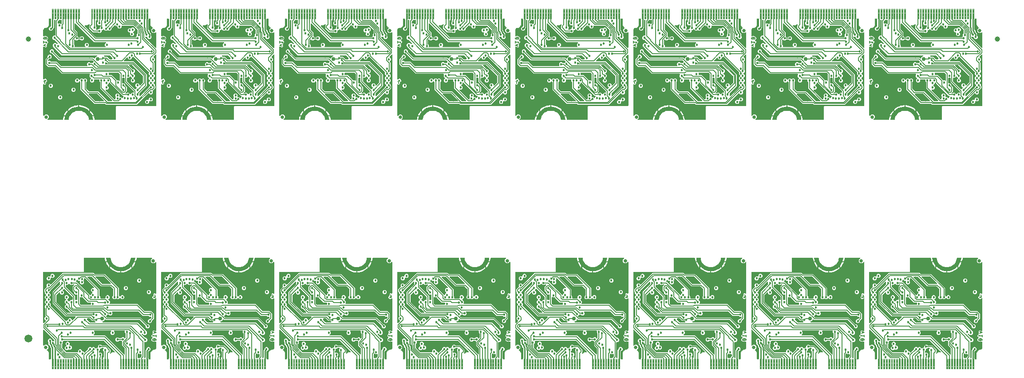
<source format=gbl>
G04 EAGLE Gerber RS-274X export*
G75*
%MOMM*%
%FSLAX34Y34*%
%LPD*%
%INBottom Copper*%
%IPPOS*%
%AMOC8*
5,1,8,0,0,1.08239X$1,22.5*%
G01*
%ADD10C,0.127000*%
%ADD11C,0.101500*%
%ADD12C,0.352400*%
%ADD13C,0.101600*%
%ADD14C,0.635000*%
%ADD15C,0.762000*%
%ADD16C,1.000000*%
%ADD17C,1.500000*%
%ADD18C,0.454000*%
%ADD19C,0.150000*%
%ADD20C,0.250000*%
%ADD21C,0.180000*%

G36*
X1331590Y24001D02*
X1331590Y24001D01*
X1331654Y24010D01*
X1331718Y24009D01*
X1331793Y24030D01*
X1331870Y24041D01*
X1331928Y24067D01*
X1331990Y24084D01*
X1332056Y24125D01*
X1332127Y24157D01*
X1332175Y24199D01*
X1332230Y24232D01*
X1332282Y24290D01*
X1332341Y24340D01*
X1332376Y24394D01*
X1332419Y24442D01*
X1332453Y24511D01*
X1332495Y24576D01*
X1332514Y24638D01*
X1332542Y24695D01*
X1332553Y24765D01*
X1332578Y24846D01*
X1332579Y24931D01*
X1332590Y25000D01*
X1332590Y33726D01*
X1332577Y33812D01*
X1332575Y33899D01*
X1332569Y33915D01*
X1332590Y35011D01*
X1332588Y35021D01*
X1332590Y35030D01*
X1332590Y36115D01*
X1332599Y36229D01*
X1332614Y36314D01*
X1332624Y36873D01*
X1334422Y40067D01*
X1337520Y42027D01*
X1338120Y42069D01*
X1338194Y42084D01*
X1338269Y42090D01*
X1338331Y42114D01*
X1338396Y42128D01*
X1338399Y42130D01*
X1339373Y42157D01*
X1339395Y42161D01*
X1339415Y42159D01*
X1339512Y42166D01*
X1339556Y42175D01*
X1339596Y42175D01*
X1340315Y42287D01*
X1340348Y42297D01*
X1340383Y42300D01*
X1340466Y42333D01*
X1340585Y42369D01*
X1340627Y42397D01*
X1340669Y42414D01*
X1341967Y43179D01*
X1342043Y43240D01*
X1342124Y43294D01*
X1342150Y43326D01*
X1342187Y43356D01*
X1342262Y43462D01*
X1342320Y43532D01*
X1343086Y44830D01*
X1343099Y44862D01*
X1343119Y44891D01*
X1343146Y44976D01*
X1343193Y45091D01*
X1343199Y45142D01*
X1343212Y45185D01*
X1343328Y45927D01*
X1343329Y46011D01*
X1343340Y46081D01*
X1343340Y57067D01*
X1343339Y57075D01*
X1343340Y57082D01*
X1343319Y57215D01*
X1343300Y57346D01*
X1343297Y57353D01*
X1343295Y57361D01*
X1343238Y57482D01*
X1343184Y57603D01*
X1343179Y57609D01*
X1343175Y57616D01*
X1343087Y57716D01*
X1343000Y57817D01*
X1342994Y57821D01*
X1342988Y57827D01*
X1342877Y57898D01*
X1342764Y57972D01*
X1342757Y57974D01*
X1342750Y57978D01*
X1342623Y58015D01*
X1342495Y58054D01*
X1342487Y58054D01*
X1342479Y58056D01*
X1342345Y58056D01*
X1342213Y58058D01*
X1342205Y58056D01*
X1342197Y58056D01*
X1342128Y58034D01*
X1341941Y57983D01*
X1341922Y57971D01*
X1341903Y57965D01*
X1341278Y57660D01*
X1337721Y57660D01*
X1336946Y58038D01*
X1336930Y58044D01*
X1336916Y58052D01*
X1336830Y58076D01*
X1336677Y58125D01*
X1336646Y58126D01*
X1336618Y58133D01*
X1336495Y58147D01*
X1336430Y58208D01*
X1336339Y58298D01*
X1336328Y58304D01*
X1336318Y58314D01*
X1336071Y58439D01*
X1336067Y58441D01*
X1336066Y58442D01*
X1335295Y58706D01*
X1333975Y60554D01*
X1333975Y62825D01*
X1335295Y64673D01*
X1335432Y64720D01*
X1335489Y64749D01*
X1335550Y64769D01*
X1335614Y64813D01*
X1335683Y64848D01*
X1335730Y64892D01*
X1335783Y64928D01*
X1335832Y64988D01*
X1335889Y65041D01*
X1335921Y65097D01*
X1335962Y65146D01*
X1335992Y65217D01*
X1336032Y65284D01*
X1336048Y65346D01*
X1336073Y65405D01*
X1336082Y65482D01*
X1336101Y65558D01*
X1336099Y65622D01*
X1336107Y65685D01*
X1336094Y65762D01*
X1336092Y65840D01*
X1336072Y65900D01*
X1336062Y65964D01*
X1336028Y66034D01*
X1336004Y66108D01*
X1335968Y66160D01*
X1335940Y66218D01*
X1335893Y66270D01*
X1335845Y66340D01*
X1335779Y66394D01*
X1335732Y66446D01*
X1335650Y66511D01*
X1335615Y66532D01*
X1335585Y66559D01*
X1335494Y66603D01*
X1335408Y66654D01*
X1335368Y66664D01*
X1335331Y66682D01*
X1335279Y66690D01*
X1334731Y67239D01*
X1334683Y67274D01*
X1334649Y67312D01*
X1334047Y67793D01*
X1334040Y67823D01*
X1334019Y67858D01*
X1334005Y67897D01*
X1333975Y67939D01*
X1333975Y68714D01*
X1333966Y68773D01*
X1333969Y68825D01*
X1333884Y69590D01*
X1333899Y69616D01*
X1333909Y69656D01*
X1333927Y69693D01*
X1333935Y69745D01*
X1334484Y70293D01*
X1334493Y70305D01*
X1334493Y70306D01*
X1334495Y70309D01*
X1334519Y70340D01*
X1334557Y70375D01*
X1336131Y72342D01*
X1336161Y72394D01*
X1336200Y72440D01*
X1336224Y72495D01*
X1336253Y72540D01*
X1336260Y72561D01*
X1336274Y72585D01*
X1336289Y72643D01*
X1336313Y72699D01*
X1336322Y72763D01*
X1336336Y72810D01*
X1336336Y72828D01*
X1336344Y72858D01*
X1336342Y72918D01*
X1336350Y72978D01*
X1336339Y73042D01*
X1336340Y73092D01*
X1336336Y73106D01*
X1336334Y73140D01*
X1336310Y73216D01*
X1336298Y73282D01*
X1336046Y74040D01*
X1336487Y74923D01*
X1336496Y74947D01*
X1336509Y74969D01*
X1336540Y75081D01*
X1336577Y75190D01*
X1336578Y75216D01*
X1336585Y75241D01*
X1336583Y75356D01*
X1336588Y75472D01*
X1336581Y75497D01*
X1336581Y75523D01*
X1336553Y75610D01*
X1336519Y75746D01*
X1336499Y75781D01*
X1336487Y75816D01*
X1336046Y76699D01*
X1336612Y78397D01*
X1338212Y79197D01*
X1342024Y77926D01*
X1342107Y77911D01*
X1342186Y77887D01*
X1342245Y77886D01*
X1342302Y77875D01*
X1342385Y77884D01*
X1342468Y77883D01*
X1342524Y77898D01*
X1342582Y77904D01*
X1342660Y77936D01*
X1342740Y77958D01*
X1342790Y77989D01*
X1342844Y78011D01*
X1342909Y78062D01*
X1342980Y78106D01*
X1343019Y78150D01*
X1343065Y78186D01*
X1343113Y78254D01*
X1343169Y78316D01*
X1343195Y78368D01*
X1343228Y78416D01*
X1343256Y78494D01*
X1343292Y78569D01*
X1343300Y78623D01*
X1343321Y78682D01*
X1343327Y78791D01*
X1343340Y78874D01*
X1343340Y139472D01*
X1343331Y139535D01*
X1343331Y139599D01*
X1343311Y139674D01*
X1343300Y139751D01*
X1343273Y139809D01*
X1343256Y139871D01*
X1343216Y139937D01*
X1343184Y140008D01*
X1343142Y140056D01*
X1343108Y140111D01*
X1343051Y140163D01*
X1343000Y140222D01*
X1342946Y140257D01*
X1342899Y140300D01*
X1342829Y140334D01*
X1342764Y140376D01*
X1342703Y140395D01*
X1342645Y140423D01*
X1342576Y140434D01*
X1342495Y140459D01*
X1342410Y140460D01*
X1342340Y140471D01*
X1342307Y140471D01*
X1342246Y140462D01*
X1342213Y140463D01*
X1342174Y140452D01*
X1342070Y140437D01*
X1342032Y140432D01*
X1341674Y140330D01*
X1341584Y140290D01*
X1341491Y140258D01*
X1341459Y140234D01*
X1341417Y140215D01*
X1341316Y140130D01*
X1341242Y140076D01*
X1340142Y138975D01*
X1338353Y138975D01*
X1337081Y140247D01*
X1337074Y140295D01*
X1337069Y140392D01*
X1337054Y140435D01*
X1337048Y140480D01*
X1337008Y140567D01*
X1336977Y140658D01*
X1336951Y140692D01*
X1336931Y140737D01*
X1336848Y140834D01*
X1336795Y140907D01*
X1335966Y141736D01*
X1335966Y143525D01*
X1336795Y144354D01*
X1336852Y144431D01*
X1336917Y144502D01*
X1336937Y144543D01*
X1336964Y144580D01*
X1336998Y144670D01*
X1337040Y144756D01*
X1337046Y144798D01*
X1337064Y144844D01*
X1337073Y144971D01*
X1337080Y145013D01*
X1338109Y146042D01*
X1338165Y146117D01*
X1338228Y146186D01*
X1338249Y146229D01*
X1338278Y146268D01*
X1338311Y146356D01*
X1338353Y146440D01*
X1338361Y146487D01*
X1338378Y146532D01*
X1338385Y146625D01*
X1338401Y146717D01*
X1338396Y146762D01*
X1338400Y146813D01*
X1338374Y146934D01*
X1338363Y147023D01*
X1338046Y148132D01*
X1338915Y149696D01*
X1340636Y150187D01*
X1341855Y149510D01*
X1341888Y149498D01*
X1341917Y149479D01*
X1342019Y149447D01*
X1342119Y149409D01*
X1342153Y149406D01*
X1342186Y149396D01*
X1342293Y149395D01*
X1342400Y149386D01*
X1342434Y149393D01*
X1342468Y149392D01*
X1342571Y149421D01*
X1342676Y149442D01*
X1342707Y149458D01*
X1342740Y149468D01*
X1342831Y149524D01*
X1342926Y149573D01*
X1342951Y149598D01*
X1342980Y149616D01*
X1343052Y149695D01*
X1343129Y149769D01*
X1343146Y149799D01*
X1343169Y149825D01*
X1343216Y149921D01*
X1343269Y150014D01*
X1343277Y150048D01*
X1343292Y150079D01*
X1343306Y150167D01*
X1343335Y150288D01*
X1343333Y150339D01*
X1343340Y150383D01*
X1343340Y208781D01*
X1343335Y208813D01*
X1343338Y208846D01*
X1343315Y208952D01*
X1343300Y209061D01*
X1343287Y209090D01*
X1343280Y209122D01*
X1343229Y209218D01*
X1343184Y209318D01*
X1343163Y209342D01*
X1343148Y209371D01*
X1343071Y209449D01*
X1343000Y209532D01*
X1342973Y209550D01*
X1342951Y209573D01*
X1342856Y209626D01*
X1342764Y209686D01*
X1342733Y209696D01*
X1342705Y209712D01*
X1342599Y209737D01*
X1342495Y209769D01*
X1342462Y209769D01*
X1342431Y209777D01*
X1342322Y209771D01*
X1342213Y209772D01*
X1342181Y209764D01*
X1342149Y209762D01*
X1342046Y209726D01*
X1341941Y209697D01*
X1341913Y209680D01*
X1341883Y209670D01*
X1341810Y209616D01*
X1341701Y209549D01*
X1341668Y209513D01*
X1341634Y209488D01*
X1339446Y207300D01*
X1335553Y207300D01*
X1332800Y210053D01*
X1332800Y213947D01*
X1334987Y216134D01*
X1335007Y216160D01*
X1335031Y216181D01*
X1335091Y216273D01*
X1335157Y216360D01*
X1335168Y216390D01*
X1335186Y216417D01*
X1335218Y216522D01*
X1335256Y216624D01*
X1335259Y216656D01*
X1335268Y216687D01*
X1335270Y216796D01*
X1335278Y216905D01*
X1335271Y216937D01*
X1335272Y216969D01*
X1335243Y217074D01*
X1335220Y217181D01*
X1335205Y217210D01*
X1335197Y217241D01*
X1335139Y217334D01*
X1335088Y217430D01*
X1335065Y217453D01*
X1335049Y217481D01*
X1334967Y217554D01*
X1334891Y217632D01*
X1334863Y217648D01*
X1334839Y217670D01*
X1334741Y217717D01*
X1334646Y217771D01*
X1334614Y217779D01*
X1334585Y217793D01*
X1334496Y217807D01*
X1334371Y217836D01*
X1334323Y217834D01*
X1334281Y217840D01*
X1306746Y217840D01*
X1306672Y217830D01*
X1306597Y217829D01*
X1306533Y217810D01*
X1306467Y217800D01*
X1306399Y217770D01*
X1306327Y217748D01*
X1306271Y217712D01*
X1306210Y217684D01*
X1306153Y217636D01*
X1306090Y217595D01*
X1306047Y217544D01*
X1305996Y217501D01*
X1305955Y217438D01*
X1305906Y217381D01*
X1305881Y217325D01*
X1305842Y217265D01*
X1305830Y217227D01*
X1305823Y217216D01*
X1305810Y217165D01*
X1305781Y217099D01*
X1305776Y217079D01*
X1305770Y217030D01*
X1305759Y216995D01*
X1305759Y216966D01*
X1305746Y216918D01*
X1305621Y215632D01*
X1305177Y213475D01*
X1304975Y212492D01*
X1304501Y210999D01*
X1301748Y210999D01*
X1302543Y213411D01*
X1302543Y213421D01*
X1302552Y213447D01*
X1303245Y217458D01*
X1303241Y217496D01*
X1303246Y217533D01*
X1303233Y217564D01*
X1303229Y217596D01*
X1303205Y217626D01*
X1303190Y217661D01*
X1303162Y217679D01*
X1303141Y217705D01*
X1303105Y217717D01*
X1303073Y217738D01*
X1303015Y217747D01*
X1303009Y217749D01*
X1303006Y217748D01*
X1302999Y217749D01*
X1294999Y217749D01*
X1294935Y217731D01*
X1294865Y217710D01*
X1294819Y217658D01*
X1294773Y217605D01*
X1294773Y217604D01*
X1294752Y217533D01*
X1294371Y214671D01*
X1293552Y211922D01*
X1292313Y209336D01*
X1290684Y206975D01*
X1288707Y204897D01*
X1286429Y203155D01*
X1283906Y201791D01*
X1281201Y200838D01*
X1278380Y200320D01*
X1275499Y200249D01*
X1272619Y200320D01*
X1269798Y200838D01*
X1267093Y201791D01*
X1264570Y203155D01*
X1262292Y204897D01*
X1260314Y206975D01*
X1258686Y209336D01*
X1257447Y211922D01*
X1256628Y214671D01*
X1256589Y214966D01*
X1256555Y215215D01*
X1256556Y215215D01*
X1256555Y215215D01*
X1256489Y215714D01*
X1256456Y215963D01*
X1256389Y216461D01*
X1256389Y216462D01*
X1256356Y216711D01*
X1256290Y217209D01*
X1256246Y217533D01*
X1256215Y217603D01*
X1256190Y217661D01*
X1256129Y217701D01*
X1256073Y217738D01*
X1255999Y217749D01*
X1254912Y217749D01*
X1254862Y217765D01*
X1254804Y217793D01*
X1254735Y217804D01*
X1254654Y217828D01*
X1254569Y217829D01*
X1254500Y217840D01*
X1254499Y217840D01*
X1254436Y217831D01*
X1254372Y217832D01*
X1254371Y217832D01*
X1254297Y217811D01*
X1254220Y217800D01*
X1254162Y217774D01*
X1254100Y217757D01*
X1254087Y217749D01*
X1247999Y217749D01*
X1247962Y217738D01*
X1247923Y217737D01*
X1247896Y217719D01*
X1247865Y217710D01*
X1247839Y217681D01*
X1247807Y217659D01*
X1247794Y217629D01*
X1247773Y217605D01*
X1247767Y217566D01*
X1247752Y217530D01*
X1247754Y217474D01*
X1247752Y217467D01*
X1247754Y217463D01*
X1247754Y217456D01*
X1248474Y213458D01*
X1248478Y213449D01*
X1248483Y213423D01*
X1249296Y210999D01*
X1246535Y210999D01*
X1246148Y212131D01*
X1245405Y215494D01*
X1245255Y216911D01*
X1245243Y216959D01*
X1245243Y216969D01*
X1245233Y217005D01*
X1245227Y217064D01*
X1245218Y217100D01*
X1245194Y217155D01*
X1245186Y217184D01*
X1245181Y217193D01*
X1245168Y217241D01*
X1245133Y217298D01*
X1245107Y217359D01*
X1245059Y217417D01*
X1245020Y217481D01*
X1244970Y217525D01*
X1244928Y217577D01*
X1244866Y217619D01*
X1244811Y217670D01*
X1244751Y217699D01*
X1244696Y217737D01*
X1244624Y217760D01*
X1244557Y217793D01*
X1244496Y217802D01*
X1244428Y217825D01*
X1244330Y217828D01*
X1244252Y217840D01*
X1206023Y217840D01*
X1205960Y217831D01*
X1205896Y217832D01*
X1205821Y217811D01*
X1205744Y217800D01*
X1205686Y217774D01*
X1205624Y217757D01*
X1205558Y217716D01*
X1205487Y217684D01*
X1205438Y217642D01*
X1205384Y217609D01*
X1205332Y217551D01*
X1205273Y217501D01*
X1205238Y217447D01*
X1205195Y217399D01*
X1205161Y217330D01*
X1205118Y217265D01*
X1205100Y217203D01*
X1205072Y217146D01*
X1205061Y217076D01*
X1205036Y216995D01*
X1205035Y216910D01*
X1205024Y216841D01*
X1205024Y191868D01*
X1204131Y190975D01*
X1128658Y190975D01*
X1128595Y190966D01*
X1128531Y190967D01*
X1128456Y190946D01*
X1128379Y190935D01*
X1128321Y190909D01*
X1128259Y190892D01*
X1128193Y190851D01*
X1128122Y190819D01*
X1128073Y190777D01*
X1128019Y190744D01*
X1127967Y190686D01*
X1127908Y190636D01*
X1127873Y190582D01*
X1127830Y190534D01*
X1127796Y190465D01*
X1127753Y190400D01*
X1127735Y190338D01*
X1127707Y190281D01*
X1127696Y190211D01*
X1127671Y190130D01*
X1127670Y190045D01*
X1127659Y189976D01*
X1127659Y93997D01*
X1127664Y93965D01*
X1127661Y93933D01*
X1127684Y93826D01*
X1127699Y93718D01*
X1127712Y93688D01*
X1127719Y93657D01*
X1127770Y93560D01*
X1127815Y93461D01*
X1127836Y93436D01*
X1127851Y93408D01*
X1127928Y93329D01*
X1127999Y93246D01*
X1128026Y93229D01*
X1128048Y93206D01*
X1128143Y93152D01*
X1128235Y93092D01*
X1128265Y93083D01*
X1128293Y93067D01*
X1128400Y93041D01*
X1128504Y93010D01*
X1128536Y93009D01*
X1128568Y93002D01*
X1128677Y93007D01*
X1128786Y93006D01*
X1128817Y93014D01*
X1128850Y93016D01*
X1128953Y93052D01*
X1129058Y93081D01*
X1129086Y93098D01*
X1129116Y93109D01*
X1129189Y93162D01*
X1129298Y93229D01*
X1129331Y93265D01*
X1129365Y93290D01*
X1132647Y96573D01*
X1132686Y96624D01*
X1132732Y96669D01*
X1132770Y96736D01*
X1132816Y96798D01*
X1132839Y96858D01*
X1132871Y96914D01*
X1132889Y96990D01*
X1132916Y97062D01*
X1132921Y97126D01*
X1132936Y97189D01*
X1132932Y97266D01*
X1132938Y97343D01*
X1132925Y97406D01*
X1132921Y97470D01*
X1132896Y97543D01*
X1132880Y97619D01*
X1132850Y97676D01*
X1132829Y97737D01*
X1132788Y97793D01*
X1132748Y97868D01*
X1132689Y97929D01*
X1132647Y97986D01*
X1130205Y100428D01*
X1130205Y103572D01*
X1132251Y105618D01*
X1132290Y105670D01*
X1132336Y105714D01*
X1132374Y105782D01*
X1132420Y105844D01*
X1132443Y105904D01*
X1132475Y105960D01*
X1132493Y106035D01*
X1132520Y106108D01*
X1132525Y106172D01*
X1132540Y106234D01*
X1132536Y106312D01*
X1132542Y106389D01*
X1132529Y106452D01*
X1132525Y106516D01*
X1132500Y106589D01*
X1132484Y106665D01*
X1132454Y106722D01*
X1132433Y106782D01*
X1132391Y106839D01*
X1132352Y106914D01*
X1132292Y106975D01*
X1132251Y107031D01*
X1131296Y107986D01*
X1131296Y121923D01*
X1131283Y122014D01*
X1131283Y122055D01*
X1131280Y122068D01*
X1131278Y122114D01*
X1131263Y122157D01*
X1131256Y122202D01*
X1131222Y122278D01*
X1131208Y122327D01*
X1131198Y122344D01*
X1131185Y122381D01*
X1131160Y122415D01*
X1131140Y122459D01*
X1131092Y122515D01*
X1131060Y122567D01*
X1131028Y122596D01*
X1131003Y122630D01*
X1130776Y122857D01*
X1130776Y126001D01*
X1132998Y128222D01*
X1133015Y128245D01*
X1133035Y128262D01*
X1133053Y128290D01*
X1133082Y128318D01*
X1133120Y128386D01*
X1133167Y128448D01*
X1133181Y128486D01*
X1133189Y128498D01*
X1133195Y128518D01*
X1133221Y128564D01*
X1133239Y128639D01*
X1133266Y128712D01*
X1133270Y128764D01*
X1133272Y128768D01*
X1133272Y128777D01*
X1133286Y128838D01*
X1133282Y128916D01*
X1133288Y128993D01*
X1133275Y129055D01*
X1133272Y129120D01*
X1133246Y129193D01*
X1133231Y129269D01*
X1133200Y129325D01*
X1133179Y129386D01*
X1133138Y129443D01*
X1133098Y129518D01*
X1133039Y129579D01*
X1132998Y129635D01*
X1130705Y131928D01*
X1130705Y135072D01*
X1132926Y137293D01*
X1132965Y137345D01*
X1133011Y137390D01*
X1133049Y137457D01*
X1133096Y137519D01*
X1133118Y137579D01*
X1133150Y137635D01*
X1133168Y137710D01*
X1133195Y137783D01*
X1133200Y137847D01*
X1133215Y137910D01*
X1133211Y137987D01*
X1133217Y138064D01*
X1133204Y138127D01*
X1133200Y138191D01*
X1133175Y138264D01*
X1133159Y138340D01*
X1133129Y138397D01*
X1133108Y138458D01*
X1133067Y138514D01*
X1133027Y138589D01*
X1132968Y138650D01*
X1132926Y138707D01*
X1130705Y140928D01*
X1130705Y144072D01*
X1132926Y146293D01*
X1132965Y146345D01*
X1133011Y146390D01*
X1133049Y146457D01*
X1133096Y146519D01*
X1133118Y146579D01*
X1133150Y146635D01*
X1133168Y146710D01*
X1133195Y146783D01*
X1133200Y146847D01*
X1133215Y146909D01*
X1133211Y146987D01*
X1133217Y147064D01*
X1133204Y147127D01*
X1133201Y147191D01*
X1133175Y147264D01*
X1133159Y147340D01*
X1133129Y147397D01*
X1133108Y147458D01*
X1133067Y147514D01*
X1133027Y147589D01*
X1132968Y147650D01*
X1132926Y147707D01*
X1130705Y149928D01*
X1130705Y151664D01*
X1130691Y151759D01*
X1130686Y151855D01*
X1130671Y151898D01*
X1130665Y151943D01*
X1130625Y152031D01*
X1130594Y152121D01*
X1130569Y152156D01*
X1130549Y152200D01*
X1130465Y152297D01*
X1130412Y152370D01*
X1129725Y153058D01*
X1129725Y157442D01*
X1134251Y161969D01*
X1134290Y162020D01*
X1134336Y162065D01*
X1134374Y162132D01*
X1134420Y162194D01*
X1134443Y162254D01*
X1134475Y162310D01*
X1134493Y162386D01*
X1134520Y162458D01*
X1134525Y162522D01*
X1134540Y162585D01*
X1134536Y162662D01*
X1134542Y162739D01*
X1134529Y162802D01*
X1134525Y162866D01*
X1134500Y162940D01*
X1134484Y163015D01*
X1134454Y163072D01*
X1134433Y163133D01*
X1134391Y163190D01*
X1134352Y163264D01*
X1134292Y163325D01*
X1134251Y163382D01*
X1134205Y163428D01*
X1134205Y166572D01*
X1136428Y168795D01*
X1139571Y168795D01*
X1141368Y166998D01*
X1141419Y166960D01*
X1141464Y166914D01*
X1141531Y166875D01*
X1141593Y166829D01*
X1141653Y166806D01*
X1141709Y166775D01*
X1141785Y166757D01*
X1141857Y166730D01*
X1141921Y166725D01*
X1141984Y166710D01*
X1142061Y166714D01*
X1142138Y166708D01*
X1142201Y166721D01*
X1142265Y166724D01*
X1142339Y166750D01*
X1142414Y166765D01*
X1142471Y166795D01*
X1142532Y166817D01*
X1142588Y166858D01*
X1142663Y166898D01*
X1142724Y166957D01*
X1142781Y166998D01*
X1164573Y188791D01*
X1223484Y188791D01*
X1225207Y187067D01*
X1225284Y187010D01*
X1225355Y186945D01*
X1225396Y186925D01*
X1225433Y186898D01*
X1225523Y186864D01*
X1225609Y186822D01*
X1225651Y186816D01*
X1225697Y186799D01*
X1225824Y186789D01*
X1225914Y186775D01*
X1245442Y186775D01*
X1247067Y185150D01*
X1270649Y161567D01*
X1272274Y159942D01*
X1272274Y146006D01*
X1272288Y145911D01*
X1272293Y145815D01*
X1272308Y145771D01*
X1272314Y145727D01*
X1272354Y145639D01*
X1272385Y145548D01*
X1272410Y145514D01*
X1272430Y145470D01*
X1272514Y145372D01*
X1272567Y145299D01*
X1273543Y144323D01*
X1273594Y144285D01*
X1273639Y144239D01*
X1273706Y144200D01*
X1273768Y144154D01*
X1273829Y144131D01*
X1273884Y144099D01*
X1273960Y144082D01*
X1274032Y144054D01*
X1274096Y144049D01*
X1274159Y144035D01*
X1274236Y144038D01*
X1274313Y144033D01*
X1274376Y144046D01*
X1274441Y144049D01*
X1274514Y144074D01*
X1274590Y144090D01*
X1274646Y144120D01*
X1274707Y144141D01*
X1274764Y144183D01*
X1274839Y144223D01*
X1274899Y144282D01*
X1274956Y144323D01*
X1276928Y146295D01*
X1280071Y146295D01*
X1282294Y144072D01*
X1282294Y140928D01*
X1280071Y138705D01*
X1276928Y138705D01*
X1274956Y140677D01*
X1274905Y140715D01*
X1274860Y140761D01*
X1274792Y140800D01*
X1274730Y140846D01*
X1274670Y140869D01*
X1274614Y140901D01*
X1274539Y140918D01*
X1274467Y140946D01*
X1274403Y140951D01*
X1274340Y140965D01*
X1274262Y140962D01*
X1274185Y140967D01*
X1274123Y140954D01*
X1274058Y140951D01*
X1273985Y140926D01*
X1273909Y140910D01*
X1273853Y140880D01*
X1273792Y140859D01*
X1273735Y140817D01*
X1273660Y140777D01*
X1273599Y140718D01*
X1273543Y140677D01*
X1271571Y138705D01*
X1268428Y138705D01*
X1267456Y139677D01*
X1267405Y139715D01*
X1267360Y139761D01*
X1267292Y139800D01*
X1267230Y139846D01*
X1267170Y139869D01*
X1267114Y139901D01*
X1267039Y139918D01*
X1266967Y139946D01*
X1266903Y139951D01*
X1266840Y139965D01*
X1266762Y139962D01*
X1266685Y139967D01*
X1266622Y139954D01*
X1266558Y139951D01*
X1266485Y139926D01*
X1266409Y139910D01*
X1266352Y139880D01*
X1266292Y139859D01*
X1266235Y139817D01*
X1266160Y139777D01*
X1266100Y139718D01*
X1266043Y139677D01*
X1265071Y138705D01*
X1261928Y138705D01*
X1259705Y140928D01*
X1259705Y144072D01*
X1260932Y145299D01*
X1260990Y145376D01*
X1261054Y145447D01*
X1261074Y145488D01*
X1261101Y145525D01*
X1261135Y145615D01*
X1261177Y145701D01*
X1261184Y145743D01*
X1261201Y145789D01*
X1261211Y145916D01*
X1261225Y146006D01*
X1261225Y157644D01*
X1261211Y157739D01*
X1261206Y157835D01*
X1261191Y157878D01*
X1261185Y157923D01*
X1261145Y158011D01*
X1261114Y158101D01*
X1261089Y158136D01*
X1261069Y158180D01*
X1260985Y158277D01*
X1260932Y158350D01*
X1256350Y162933D01*
X1256273Y162990D01*
X1256202Y163055D01*
X1256161Y163075D01*
X1256124Y163102D01*
X1256034Y163136D01*
X1255948Y163178D01*
X1255906Y163184D01*
X1255860Y163201D01*
X1255733Y163211D01*
X1255643Y163225D01*
X1238557Y163225D01*
X1220350Y181433D01*
X1220273Y181490D01*
X1220202Y181555D01*
X1220161Y181575D01*
X1220124Y181602D01*
X1220034Y181636D01*
X1219948Y181678D01*
X1219906Y181684D01*
X1219860Y181701D01*
X1219733Y181711D01*
X1219643Y181725D01*
X1212903Y181725D01*
X1212872Y181721D01*
X1212839Y181723D01*
X1212732Y181701D01*
X1212624Y181685D01*
X1212595Y181672D01*
X1212563Y181666D01*
X1212467Y181614D01*
X1212367Y181569D01*
X1212343Y181548D01*
X1212314Y181533D01*
X1212236Y181457D01*
X1212153Y181386D01*
X1212135Y181359D01*
X1212112Y181336D01*
X1212059Y181241D01*
X1211999Y181150D01*
X1211989Y181119D01*
X1211973Y181091D01*
X1211948Y180984D01*
X1211916Y180880D01*
X1211916Y180848D01*
X1211908Y180817D01*
X1211914Y180707D01*
X1211912Y180598D01*
X1211921Y180567D01*
X1211923Y180535D01*
X1211959Y180432D01*
X1211988Y180326D01*
X1212005Y180299D01*
X1212015Y180268D01*
X1212068Y180195D01*
X1212136Y180086D01*
X1212172Y180054D01*
X1212197Y180019D01*
X1234774Y157442D01*
X1234774Y146006D01*
X1234788Y145911D01*
X1234793Y145815D01*
X1234808Y145771D01*
X1234814Y145727D01*
X1234854Y145639D01*
X1234885Y145548D01*
X1234910Y145514D01*
X1234930Y145470D01*
X1235014Y145372D01*
X1235067Y145299D01*
X1236294Y144072D01*
X1236294Y141238D01*
X1236303Y141174D01*
X1236302Y141110D01*
X1236323Y141035D01*
X1236334Y140959D01*
X1236360Y140900D01*
X1236378Y140838D01*
X1236418Y140772D01*
X1236450Y140702D01*
X1236492Y140653D01*
X1236526Y140598D01*
X1236583Y140546D01*
X1236634Y140488D01*
X1236687Y140452D01*
X1236735Y140409D01*
X1236805Y140376D01*
X1236870Y140333D01*
X1236931Y140314D01*
X1236989Y140286D01*
X1237058Y140275D01*
X1237139Y140251D01*
X1237224Y140250D01*
X1237293Y140239D01*
X1245705Y140239D01*
X1245769Y140248D01*
X1245833Y140247D01*
X1245908Y140268D01*
X1245985Y140279D01*
X1246043Y140305D01*
X1246105Y140322D01*
X1246171Y140363D01*
X1246242Y140395D01*
X1246290Y140437D01*
X1246345Y140470D01*
X1246397Y140528D01*
X1246456Y140578D01*
X1246491Y140632D01*
X1246534Y140680D01*
X1246568Y140749D01*
X1246610Y140814D01*
X1246629Y140876D01*
X1246657Y140933D01*
X1246668Y141003D01*
X1246693Y141084D01*
X1246694Y141169D01*
X1246705Y141238D01*
X1246705Y144072D01*
X1248928Y146295D01*
X1252071Y146295D01*
X1254294Y144072D01*
X1254294Y140928D01*
X1252323Y138957D01*
X1252284Y138905D01*
X1252238Y138860D01*
X1252200Y138793D01*
X1252153Y138731D01*
X1252131Y138671D01*
X1252099Y138615D01*
X1252081Y138540D01*
X1252054Y138467D01*
X1252049Y138403D01*
X1252034Y138341D01*
X1252038Y138263D01*
X1252032Y138186D01*
X1252045Y138123D01*
X1252048Y138059D01*
X1252074Y137986D01*
X1252090Y137910D01*
X1252120Y137853D01*
X1252141Y137792D01*
X1252182Y137736D01*
X1252222Y137661D01*
X1252281Y137600D01*
X1252323Y137543D01*
X1254794Y135072D01*
X1254794Y131928D01*
X1254363Y131497D01*
X1254343Y131471D01*
X1254319Y131450D01*
X1254259Y131358D01*
X1254193Y131271D01*
X1254182Y131241D01*
X1254164Y131214D01*
X1254132Y131109D01*
X1254094Y131007D01*
X1254091Y130975D01*
X1254082Y130944D01*
X1254080Y130835D01*
X1254072Y130726D01*
X1254078Y130694D01*
X1254078Y130662D01*
X1254107Y130557D01*
X1254129Y130450D01*
X1254145Y130421D01*
X1254153Y130390D01*
X1254211Y130297D01*
X1254262Y130201D01*
X1254284Y130178D01*
X1254301Y130150D01*
X1254382Y130077D01*
X1254459Y129999D01*
X1254487Y129983D01*
X1254511Y129961D01*
X1254609Y129914D01*
X1254704Y129860D01*
X1254736Y129852D01*
X1254764Y129838D01*
X1254854Y129824D01*
X1254979Y129795D01*
X1255027Y129797D01*
X1255069Y129791D01*
X1307484Y129791D01*
X1320707Y116567D01*
X1320784Y116510D01*
X1320855Y116445D01*
X1320896Y116425D01*
X1320933Y116398D01*
X1321023Y116364D01*
X1321109Y116322D01*
X1321151Y116316D01*
X1321197Y116299D01*
X1321324Y116289D01*
X1321414Y116275D01*
X1333942Y116275D01*
X1338774Y111442D01*
X1338774Y101558D01*
X1335087Y97870D01*
X1335029Y97794D01*
X1334965Y97722D01*
X1334945Y97681D01*
X1334918Y97645D01*
X1334884Y97555D01*
X1334842Y97468D01*
X1334835Y97426D01*
X1334818Y97381D01*
X1334808Y97253D01*
X1334794Y97164D01*
X1334794Y95428D01*
X1332571Y93205D01*
X1329428Y93205D01*
X1327205Y95428D01*
X1327205Y98572D01*
X1329428Y100795D01*
X1331163Y100795D01*
X1331258Y100808D01*
X1331354Y100813D01*
X1331398Y100828D01*
X1331442Y100835D01*
X1331530Y100874D01*
X1331621Y100906D01*
X1331655Y100931D01*
X1331699Y100951D01*
X1331797Y101034D01*
X1331870Y101087D01*
X1333932Y103150D01*
X1333990Y103226D01*
X1334054Y103298D01*
X1334074Y103339D01*
X1334101Y103375D01*
X1334135Y103465D01*
X1334177Y103552D01*
X1334184Y103594D01*
X1334201Y103639D01*
X1334211Y103767D01*
X1334225Y103856D01*
X1334225Y104206D01*
X1334216Y104270D01*
X1334216Y104334D01*
X1334196Y104409D01*
X1334185Y104485D01*
X1334158Y104544D01*
X1334141Y104606D01*
X1334101Y104672D01*
X1334069Y104742D01*
X1334027Y104791D01*
X1333993Y104846D01*
X1333936Y104898D01*
X1333885Y104956D01*
X1333831Y104992D01*
X1333784Y105035D01*
X1333714Y105068D01*
X1333649Y105111D01*
X1333588Y105130D01*
X1333530Y105158D01*
X1333461Y105169D01*
X1333380Y105193D01*
X1333295Y105194D01*
X1333225Y105205D01*
X1330428Y105205D01*
X1329200Y106433D01*
X1329123Y106490D01*
X1329052Y106555D01*
X1329011Y106575D01*
X1328975Y106602D01*
X1328885Y106636D01*
X1328798Y106678D01*
X1328756Y106684D01*
X1328711Y106701D01*
X1328583Y106711D01*
X1328494Y106725D01*
X1317557Y106725D01*
X1309250Y115033D01*
X1309173Y115090D01*
X1309102Y115155D01*
X1309061Y115175D01*
X1309024Y115202D01*
X1308934Y115236D01*
X1308848Y115278D01*
X1308806Y115284D01*
X1308760Y115301D01*
X1308633Y115311D01*
X1308543Y115325D01*
X1259953Y115325D01*
X1259921Y115321D01*
X1259889Y115323D01*
X1259782Y115301D01*
X1259674Y115285D01*
X1259644Y115272D01*
X1259613Y115266D01*
X1259516Y115214D01*
X1259417Y115169D01*
X1259392Y115148D01*
X1259364Y115133D01*
X1259286Y115057D01*
X1259203Y114986D01*
X1259185Y114959D01*
X1259162Y114936D01*
X1259108Y114841D01*
X1259048Y114750D01*
X1259039Y114719D01*
X1259023Y114691D01*
X1258998Y114585D01*
X1258966Y114480D01*
X1258965Y114448D01*
X1258958Y114417D01*
X1258963Y114307D01*
X1258962Y114198D01*
X1258971Y114167D01*
X1258972Y114135D01*
X1259008Y114032D01*
X1259037Y113926D01*
X1259054Y113899D01*
X1259065Y113868D01*
X1259118Y113795D01*
X1259185Y113686D01*
X1259221Y113654D01*
X1259247Y113619D01*
X1259794Y113072D01*
X1259794Y109928D01*
X1257571Y107705D01*
X1254428Y107705D01*
X1253200Y108933D01*
X1253123Y108990D01*
X1253052Y109055D01*
X1253011Y109075D01*
X1252975Y109102D01*
X1252885Y109136D01*
X1252798Y109178D01*
X1252756Y109184D01*
X1252711Y109201D01*
X1252583Y109211D01*
X1252494Y109225D01*
X1250005Y109225D01*
X1249910Y109212D01*
X1249814Y109207D01*
X1249771Y109192D01*
X1249726Y109185D01*
X1249638Y109146D01*
X1249548Y109114D01*
X1249513Y109089D01*
X1249469Y109069D01*
X1249372Y108986D01*
X1249299Y108933D01*
X1247469Y107103D01*
X1247430Y107051D01*
X1247384Y107006D01*
X1247346Y106939D01*
X1247299Y106877D01*
X1247277Y106817D01*
X1247245Y106761D01*
X1247227Y106686D01*
X1247200Y106613D01*
X1247195Y106549D01*
X1247180Y106487D01*
X1247184Y106409D01*
X1247178Y106332D01*
X1247191Y106269D01*
X1247194Y106205D01*
X1247220Y106132D01*
X1247236Y106056D01*
X1247266Y105999D01*
X1247287Y105939D01*
X1247328Y105882D01*
X1247368Y105807D01*
X1247427Y105746D01*
X1247469Y105690D01*
X1249091Y104067D01*
X1249168Y104010D01*
X1249239Y103945D01*
X1249280Y103925D01*
X1249316Y103898D01*
X1249406Y103864D01*
X1249493Y103822D01*
X1249535Y103816D01*
X1249580Y103799D01*
X1249708Y103789D01*
X1249797Y103775D01*
X1313442Y103775D01*
X1326129Y91087D01*
X1326206Y91030D01*
X1326277Y90965D01*
X1326318Y90945D01*
X1326355Y90918D01*
X1326445Y90884D01*
X1326531Y90842D01*
X1326573Y90836D01*
X1326618Y90819D01*
X1326746Y90809D01*
X1326836Y90795D01*
X1328571Y90795D01*
X1330794Y88572D01*
X1330794Y85428D01*
X1328571Y83205D01*
X1325428Y83205D01*
X1323205Y85428D01*
X1323205Y87164D01*
X1323191Y87259D01*
X1323186Y87355D01*
X1323171Y87398D01*
X1323165Y87443D01*
X1323125Y87531D01*
X1323094Y87621D01*
X1323069Y87656D01*
X1323049Y87700D01*
X1322965Y87797D01*
X1322912Y87870D01*
X1311850Y98933D01*
X1311773Y98990D01*
X1311702Y99055D01*
X1311661Y99075D01*
X1311624Y99102D01*
X1311534Y99136D01*
X1311448Y99178D01*
X1311406Y99184D01*
X1311360Y99201D01*
X1311233Y99211D01*
X1311143Y99225D01*
X1247499Y99225D01*
X1246499Y100225D01*
X1246405Y100296D01*
X1246313Y100371D01*
X1246292Y100380D01*
X1246274Y100394D01*
X1246163Y100436D01*
X1246054Y100483D01*
X1246031Y100485D01*
X1246010Y100494D01*
X1245892Y100503D01*
X1245774Y100517D01*
X1245752Y100514D01*
X1245729Y100515D01*
X1245613Y100491D01*
X1245496Y100472D01*
X1245475Y100462D01*
X1245453Y100458D01*
X1245348Y100402D01*
X1245241Y100351D01*
X1245224Y100336D01*
X1245204Y100325D01*
X1245119Y100243D01*
X1245030Y100164D01*
X1245019Y100145D01*
X1245002Y100129D01*
X1244910Y99966D01*
X1244870Y99901D01*
X1244322Y98578D01*
X1242821Y97077D01*
X1241000Y96323D01*
X1240926Y96279D01*
X1240847Y96243D01*
X1240805Y96207D01*
X1240758Y96180D01*
X1240698Y96116D01*
X1240632Y96060D01*
X1240602Y96014D01*
X1240565Y95974D01*
X1240525Y95897D01*
X1240478Y95824D01*
X1240462Y95771D01*
X1240437Y95722D01*
X1240421Y95637D01*
X1240395Y95554D01*
X1240395Y95499D01*
X1240384Y95445D01*
X1240393Y95359D01*
X1240392Y95272D01*
X1240406Y95219D01*
X1240412Y95165D01*
X1240444Y95084D01*
X1240467Y95000D01*
X1240496Y94953D01*
X1240516Y94903D01*
X1240569Y94834D01*
X1240615Y94760D01*
X1240656Y94724D01*
X1240690Y94680D01*
X1240760Y94629D01*
X1240824Y94571D01*
X1240874Y94547D01*
X1240918Y94515D01*
X1241000Y94486D01*
X1241078Y94448D01*
X1241129Y94440D01*
X1241184Y94421D01*
X1241298Y94414D01*
X1241383Y94401D01*
X1308075Y94401D01*
X1323900Y78576D01*
X1323900Y78553D01*
X1323914Y78458D01*
X1323919Y78362D01*
X1323934Y78319D01*
X1323940Y78274D01*
X1323980Y78186D01*
X1324011Y78095D01*
X1324036Y78061D01*
X1324056Y78017D01*
X1324140Y77919D01*
X1324193Y77846D01*
X1325270Y76769D01*
X1325270Y73231D01*
X1322768Y70729D01*
X1319230Y70729D01*
X1317369Y72590D01*
X1317318Y72629D01*
X1317273Y72675D01*
X1317206Y72713D01*
X1317144Y72760D01*
X1317084Y72782D01*
X1317028Y72814D01*
X1316952Y72832D01*
X1316880Y72859D01*
X1316816Y72864D01*
X1316753Y72879D01*
X1316676Y72875D01*
X1316599Y72881D01*
X1316536Y72868D01*
X1316472Y72865D01*
X1316398Y72839D01*
X1316323Y72823D01*
X1316266Y72793D01*
X1316205Y72772D01*
X1316149Y72731D01*
X1316074Y72691D01*
X1316013Y72632D01*
X1315956Y72590D01*
X1315779Y72413D01*
X1315771Y72402D01*
X1315728Y72366D01*
X1315711Y72339D01*
X1315688Y72316D01*
X1315634Y72221D01*
X1315625Y72208D01*
X1315609Y72187D01*
X1315607Y72180D01*
X1315574Y72130D01*
X1315564Y72099D01*
X1315549Y72071D01*
X1315523Y71964D01*
X1315515Y71936D01*
X1315510Y71923D01*
X1315509Y71919D01*
X1315491Y71860D01*
X1315491Y71828D01*
X1315484Y71797D01*
X1315489Y71687D01*
X1315489Y71652D01*
X1315488Y71642D01*
X1315489Y71639D01*
X1315488Y71578D01*
X1315496Y71547D01*
X1315498Y71515D01*
X1315534Y71412D01*
X1315543Y71379D01*
X1315546Y71366D01*
X1315547Y71362D01*
X1315563Y71306D01*
X1315580Y71279D01*
X1315590Y71248D01*
X1315644Y71175D01*
X1315666Y71139D01*
X1315678Y71117D01*
X1315683Y71112D01*
X1315711Y71066D01*
X1315747Y71034D01*
X1315772Y70999D01*
X1321208Y65563D01*
X1321285Y65506D01*
X1321356Y65441D01*
X1321397Y65421D01*
X1321434Y65394D01*
X1321524Y65360D01*
X1321610Y65318D01*
X1321652Y65312D01*
X1321698Y65295D01*
X1321825Y65285D01*
X1321915Y65271D01*
X1323438Y65271D01*
X1325940Y62769D01*
X1325940Y59231D01*
X1323438Y56729D01*
X1321257Y56729D01*
X1321194Y56720D01*
X1321130Y56721D01*
X1321055Y56700D01*
X1320978Y56689D01*
X1320920Y56663D01*
X1320858Y56646D01*
X1320792Y56605D01*
X1320721Y56573D01*
X1320672Y56531D01*
X1320618Y56498D01*
X1320566Y56440D01*
X1320507Y56390D01*
X1320472Y56336D01*
X1320429Y56288D01*
X1320395Y56219D01*
X1320352Y56154D01*
X1320334Y56092D01*
X1320306Y56035D01*
X1320295Y55965D01*
X1320270Y55884D01*
X1320269Y55799D01*
X1320258Y55730D01*
X1320258Y27524D01*
X1320267Y27460D01*
X1320266Y27396D01*
X1320287Y27321D01*
X1320298Y27245D01*
X1320324Y27186D01*
X1320342Y27124D01*
X1320382Y27058D01*
X1320414Y26988D01*
X1320456Y26939D01*
X1320490Y26884D01*
X1320547Y26832D01*
X1320598Y26774D01*
X1320651Y26738D01*
X1320699Y26695D01*
X1320769Y26662D01*
X1320834Y26619D01*
X1320895Y26600D01*
X1320953Y26572D01*
X1321022Y26561D01*
X1321103Y26537D01*
X1321188Y26536D01*
X1321257Y26525D01*
X1321725Y26525D01*
X1321789Y26534D01*
X1321853Y26533D01*
X1321928Y26554D01*
X1322005Y26565D01*
X1322063Y26591D01*
X1322125Y26608D01*
X1322191Y26649D01*
X1322262Y26681D01*
X1322310Y26723D01*
X1322365Y26756D01*
X1322417Y26814D01*
X1322476Y26864D01*
X1322511Y26918D01*
X1322554Y26966D01*
X1322588Y27035D01*
X1322630Y27100D01*
X1322649Y27162D01*
X1322677Y27219D01*
X1322688Y27289D01*
X1322713Y27370D01*
X1322714Y27455D01*
X1322725Y27524D01*
X1322725Y41649D01*
X1324412Y43337D01*
X1324470Y43413D01*
X1324534Y43485D01*
X1324554Y43526D01*
X1324581Y43562D01*
X1324615Y43652D01*
X1324657Y43739D01*
X1324664Y43781D01*
X1324681Y43826D01*
X1324691Y43954D01*
X1324705Y44043D01*
X1324705Y45072D01*
X1326928Y47295D01*
X1330071Y47295D01*
X1332294Y45072D01*
X1332294Y41928D01*
X1330071Y39705D01*
X1329273Y39705D01*
X1329210Y39696D01*
X1329146Y39697D01*
X1329071Y39676D01*
X1328994Y39665D01*
X1328936Y39639D01*
X1328874Y39622D01*
X1328808Y39581D01*
X1328737Y39549D01*
X1328688Y39507D01*
X1328634Y39474D01*
X1328582Y39416D01*
X1328523Y39366D01*
X1328488Y39312D01*
X1328445Y39264D01*
X1328411Y39195D01*
X1328368Y39130D01*
X1328350Y39068D01*
X1328322Y39011D01*
X1328311Y38941D01*
X1328286Y38860D01*
X1328285Y38775D01*
X1328274Y38706D01*
X1328274Y26248D01*
X1328288Y26153D01*
X1328293Y26057D01*
X1328308Y26014D01*
X1328314Y25969D01*
X1328354Y25882D01*
X1328385Y25791D01*
X1328410Y25756D01*
X1328430Y25712D01*
X1328514Y25615D01*
X1328567Y25542D01*
X1328774Y25334D01*
X1328774Y25000D01*
X1328783Y24936D01*
X1328782Y24872D01*
X1328803Y24797D01*
X1328814Y24721D01*
X1328840Y24662D01*
X1328858Y24600D01*
X1328898Y24534D01*
X1328930Y24464D01*
X1328972Y24415D01*
X1329006Y24360D01*
X1329063Y24308D01*
X1329114Y24250D01*
X1329167Y24214D01*
X1329215Y24171D01*
X1329285Y24138D01*
X1329350Y24095D01*
X1329411Y24076D01*
X1329469Y24048D01*
X1329538Y24037D01*
X1329619Y24013D01*
X1329704Y24012D01*
X1329773Y24001D01*
X1331590Y24001D01*
G37*
G36*
X656344Y24010D02*
X656344Y24010D01*
X656408Y24009D01*
X656483Y24030D01*
X656560Y24041D01*
X656618Y24067D01*
X656680Y24084D01*
X656746Y24125D01*
X656817Y24157D01*
X656866Y24199D01*
X656920Y24232D01*
X656972Y24290D01*
X657031Y24340D01*
X657066Y24394D01*
X657109Y24442D01*
X657143Y24511D01*
X657186Y24576D01*
X657204Y24638D01*
X657232Y24695D01*
X657243Y24765D01*
X657268Y24846D01*
X657269Y24931D01*
X657280Y25000D01*
X657280Y33726D01*
X657268Y33812D01*
X657265Y33899D01*
X657259Y33915D01*
X657280Y35010D01*
X657278Y35020D01*
X657280Y35029D01*
X657280Y36115D01*
X657289Y36229D01*
X657304Y36314D01*
X657314Y36873D01*
X659112Y40067D01*
X662211Y42027D01*
X662810Y42069D01*
X662884Y42084D01*
X662959Y42090D01*
X663021Y42114D01*
X663086Y42128D01*
X663089Y42130D01*
X664063Y42157D01*
X664085Y42161D01*
X664105Y42159D01*
X664203Y42166D01*
X664247Y42175D01*
X664286Y42175D01*
X665005Y42287D01*
X665038Y42297D01*
X665073Y42300D01*
X665156Y42333D01*
X665275Y42369D01*
X665318Y42397D01*
X665359Y42414D01*
X666657Y43179D01*
X666733Y43240D01*
X666814Y43294D01*
X666841Y43326D01*
X666877Y43356D01*
X666952Y43462D01*
X667010Y43532D01*
X667776Y44830D01*
X667789Y44862D01*
X667809Y44891D01*
X667836Y44976D01*
X667883Y45091D01*
X667889Y45142D01*
X667903Y45185D01*
X668018Y45927D01*
X668019Y46011D01*
X668030Y46081D01*
X668030Y57067D01*
X668029Y57075D01*
X668030Y57082D01*
X668009Y57215D01*
X667990Y57346D01*
X667987Y57353D01*
X667986Y57361D01*
X667928Y57482D01*
X667874Y57603D01*
X667869Y57609D01*
X667865Y57616D01*
X667777Y57716D01*
X667690Y57817D01*
X667684Y57821D01*
X667679Y57827D01*
X667567Y57898D01*
X667454Y57972D01*
X667447Y57974D01*
X667440Y57978D01*
X667313Y58015D01*
X667185Y58054D01*
X667177Y58054D01*
X667169Y58056D01*
X667035Y58056D01*
X666903Y58058D01*
X666895Y58056D01*
X666887Y58056D01*
X666818Y58034D01*
X666631Y57983D01*
X666612Y57971D01*
X666593Y57965D01*
X665968Y57660D01*
X662411Y57660D01*
X661636Y58038D01*
X661620Y58044D01*
X661606Y58052D01*
X661520Y58076D01*
X661367Y58125D01*
X661336Y58126D01*
X661308Y58133D01*
X661185Y58147D01*
X661120Y58208D01*
X661030Y58298D01*
X661018Y58304D01*
X661008Y58314D01*
X660761Y58439D01*
X660757Y58441D01*
X660757Y58442D01*
X660756Y58442D01*
X659985Y58706D01*
X658665Y60554D01*
X658665Y62825D01*
X659985Y64673D01*
X660122Y64720D01*
X660179Y64749D01*
X660240Y64769D01*
X660304Y64813D01*
X660373Y64848D01*
X660420Y64892D01*
X660473Y64928D01*
X660522Y64988D01*
X660579Y65041D01*
X660611Y65097D01*
X660652Y65146D01*
X660682Y65217D01*
X660722Y65284D01*
X660738Y65346D01*
X660763Y65405D01*
X660772Y65482D01*
X660792Y65558D01*
X660789Y65622D01*
X660797Y65685D01*
X660785Y65762D01*
X660782Y65840D01*
X660762Y65900D01*
X660752Y65964D01*
X660718Y66034D01*
X660694Y66108D01*
X660658Y66160D01*
X660630Y66218D01*
X660583Y66270D01*
X660535Y66340D01*
X660470Y66394D01*
X660422Y66446D01*
X660341Y66511D01*
X660305Y66532D01*
X660275Y66559D01*
X660184Y66603D01*
X660098Y66654D01*
X660058Y66664D01*
X660021Y66682D01*
X659970Y66690D01*
X659421Y67239D01*
X659374Y67274D01*
X659339Y67312D01*
X658738Y67793D01*
X658730Y67823D01*
X658709Y67858D01*
X658696Y67897D01*
X658665Y67939D01*
X658665Y68714D01*
X658656Y68773D01*
X658659Y68825D01*
X658574Y69590D01*
X658589Y69616D01*
X658599Y69656D01*
X658617Y69693D01*
X658625Y69745D01*
X659174Y70293D01*
X659183Y70305D01*
X659184Y70306D01*
X659186Y70309D01*
X659209Y70340D01*
X659247Y70375D01*
X660821Y72342D01*
X660852Y72394D01*
X660890Y72440D01*
X660914Y72495D01*
X660944Y72540D01*
X660950Y72561D01*
X660964Y72585D01*
X660979Y72643D01*
X661003Y72699D01*
X661012Y72763D01*
X661026Y72810D01*
X661026Y72828D01*
X661034Y72858D01*
X661032Y72918D01*
X661040Y72978D01*
X661029Y73042D01*
X661030Y73092D01*
X661026Y73106D01*
X661025Y73140D01*
X661000Y73216D01*
X660989Y73282D01*
X660736Y74040D01*
X661178Y74923D01*
X661186Y74947D01*
X661199Y74969D01*
X661230Y75080D01*
X661267Y75190D01*
X661268Y75216D01*
X661275Y75241D01*
X661273Y75356D01*
X661278Y75472D01*
X661272Y75497D01*
X661271Y75523D01*
X661243Y75610D01*
X661210Y75746D01*
X661189Y75781D01*
X661178Y75816D01*
X660736Y76699D01*
X661302Y78397D01*
X662902Y79197D01*
X666715Y77926D01*
X666797Y77911D01*
X666876Y77887D01*
X666935Y77886D01*
X666992Y77875D01*
X667075Y77884D01*
X667158Y77883D01*
X667215Y77898D01*
X667273Y77904D01*
X667350Y77936D01*
X667430Y77958D01*
X667480Y77989D01*
X667534Y78011D01*
X667599Y78062D01*
X667670Y78106D01*
X667709Y78150D01*
X667755Y78186D01*
X667803Y78254D01*
X667859Y78316D01*
X667885Y78368D01*
X667918Y78416D01*
X667946Y78494D01*
X667982Y78569D01*
X667991Y78623D01*
X668011Y78682D01*
X668017Y78791D01*
X668030Y78874D01*
X668030Y139472D01*
X668021Y139535D01*
X668022Y139599D01*
X668001Y139674D01*
X667990Y139751D01*
X667964Y139809D01*
X667946Y139871D01*
X667906Y139937D01*
X667874Y140008D01*
X667832Y140056D01*
X667798Y140111D01*
X667741Y140163D01*
X667690Y140222D01*
X667637Y140257D01*
X667589Y140300D01*
X667519Y140334D01*
X667454Y140376D01*
X667393Y140395D01*
X667335Y140423D01*
X667266Y140434D01*
X667185Y140459D01*
X667100Y140460D01*
X667031Y140471D01*
X666997Y140471D01*
X666936Y140462D01*
X666903Y140463D01*
X666864Y140452D01*
X666760Y140437D01*
X666723Y140432D01*
X666365Y140330D01*
X666275Y140290D01*
X666182Y140258D01*
X666149Y140234D01*
X666107Y140215D01*
X666006Y140130D01*
X665933Y140076D01*
X664832Y138975D01*
X663043Y138975D01*
X661771Y140247D01*
X661764Y140295D01*
X661759Y140392D01*
X661744Y140435D01*
X661738Y140480D01*
X661698Y140567D01*
X661667Y140658D01*
X661642Y140692D01*
X661622Y140737D01*
X661538Y140834D01*
X661485Y140907D01*
X660656Y141736D01*
X660656Y143525D01*
X661485Y144354D01*
X661543Y144431D01*
X661607Y144502D01*
X661627Y144543D01*
X661654Y144580D01*
X661688Y144670D01*
X661730Y144756D01*
X661737Y144798D01*
X661754Y144844D01*
X661764Y144971D01*
X661770Y145013D01*
X662799Y146042D01*
X662855Y146117D01*
X662919Y146186D01*
X662940Y146229D01*
X662968Y146268D01*
X663002Y146356D01*
X663043Y146440D01*
X663051Y146487D01*
X663068Y146532D01*
X663075Y146625D01*
X663091Y146717D01*
X663086Y146762D01*
X663090Y146813D01*
X663064Y146934D01*
X663053Y147023D01*
X662737Y148132D01*
X663606Y149696D01*
X665326Y150187D01*
X666545Y149510D01*
X666578Y149498D01*
X666607Y149479D01*
X666709Y149447D01*
X666809Y149409D01*
X666843Y149406D01*
X666876Y149396D01*
X666983Y149395D01*
X667090Y149386D01*
X667124Y149393D01*
X667158Y149392D01*
X667262Y149421D01*
X667366Y149442D01*
X667397Y149458D01*
X667430Y149468D01*
X667521Y149524D01*
X667616Y149573D01*
X667641Y149598D01*
X667670Y149616D01*
X667742Y149695D01*
X667819Y149769D01*
X667836Y149799D01*
X667859Y149825D01*
X667906Y149921D01*
X667959Y150014D01*
X667967Y150048D01*
X667982Y150079D01*
X667996Y150167D01*
X668025Y150288D01*
X668023Y150339D01*
X668030Y150383D01*
X668030Y208781D01*
X668025Y208813D01*
X668028Y208846D01*
X668005Y208952D01*
X667990Y209061D01*
X667977Y209090D01*
X667970Y209122D01*
X667919Y209218D01*
X667874Y209318D01*
X667853Y209342D01*
X667838Y209371D01*
X667762Y209449D01*
X667690Y209532D01*
X667663Y209550D01*
X667641Y209573D01*
X667546Y209626D01*
X667454Y209686D01*
X667424Y209696D01*
X667396Y209712D01*
X667289Y209737D01*
X667185Y209769D01*
X667153Y209769D01*
X667121Y209777D01*
X667012Y209771D01*
X666903Y209772D01*
X666872Y209764D01*
X666839Y209762D01*
X666736Y209726D01*
X666631Y209697D01*
X666603Y209680D01*
X666573Y209670D01*
X666500Y209616D01*
X666391Y209549D01*
X666358Y209513D01*
X666324Y209488D01*
X664136Y207300D01*
X660243Y207300D01*
X657490Y210053D01*
X657490Y213947D01*
X659678Y216134D01*
X659697Y216160D01*
X659721Y216181D01*
X659782Y216273D01*
X659847Y216360D01*
X659858Y216390D01*
X659876Y216417D01*
X659908Y216522D01*
X659946Y216624D01*
X659949Y216656D01*
X659958Y216687D01*
X659960Y216796D01*
X659968Y216905D01*
X659962Y216937D01*
X659962Y216969D01*
X659933Y217074D01*
X659911Y217181D01*
X659896Y217210D01*
X659887Y217241D01*
X659829Y217334D01*
X659778Y217430D01*
X659756Y217453D01*
X659739Y217481D01*
X659658Y217554D01*
X659581Y217632D01*
X659553Y217648D01*
X659529Y217670D01*
X659431Y217717D01*
X659336Y217771D01*
X659305Y217779D01*
X659276Y217793D01*
X659186Y217807D01*
X659062Y217836D01*
X659013Y217834D01*
X658971Y217840D01*
X631437Y217840D01*
X631363Y217830D01*
X631287Y217829D01*
X631223Y217810D01*
X631157Y217800D01*
X631089Y217770D01*
X631017Y217748D01*
X630961Y217712D01*
X630901Y217684D01*
X630844Y217636D01*
X630781Y217595D01*
X630737Y217544D01*
X630686Y217501D01*
X630645Y217438D01*
X630596Y217381D01*
X630571Y217325D01*
X630532Y217265D01*
X630520Y217227D01*
X630514Y217216D01*
X630501Y217165D01*
X630471Y217099D01*
X630466Y217079D01*
X630460Y217030D01*
X630449Y216995D01*
X630449Y216966D01*
X630437Y216918D01*
X630311Y215633D01*
X629665Y212492D01*
X629191Y210999D01*
X626439Y210999D01*
X627233Y213411D01*
X627233Y213421D01*
X627242Y213447D01*
X627935Y217458D01*
X627931Y217496D01*
X627937Y217533D01*
X627923Y217564D01*
X627919Y217596D01*
X627895Y217626D01*
X627880Y217661D01*
X627852Y217679D01*
X627831Y217705D01*
X627795Y217717D01*
X627763Y217738D01*
X627705Y217747D01*
X627699Y217749D01*
X627696Y217748D01*
X627690Y217749D01*
X619690Y217749D01*
X619689Y217749D01*
X619626Y217731D01*
X619555Y217710D01*
X619510Y217658D01*
X619463Y217605D01*
X619463Y217604D01*
X619443Y217533D01*
X619061Y214671D01*
X618242Y211922D01*
X617003Y209336D01*
X615375Y206975D01*
X613397Y204897D01*
X611119Y203155D01*
X608596Y201791D01*
X605891Y200838D01*
X603070Y200320D01*
X600190Y200249D01*
X597309Y200320D01*
X594488Y200838D01*
X591783Y201791D01*
X589260Y203155D01*
X586982Y204897D01*
X585005Y206975D01*
X583376Y209336D01*
X582137Y211922D01*
X581318Y214671D01*
X581279Y214966D01*
X581246Y215215D01*
X581179Y215714D01*
X581146Y215963D01*
X581080Y216461D01*
X581080Y216462D01*
X581046Y216711D01*
X580980Y217209D01*
X580937Y217533D01*
X580906Y217603D01*
X580880Y217661D01*
X580819Y217701D01*
X580764Y217738D01*
X580763Y217738D01*
X580690Y217749D01*
X579603Y217749D01*
X579552Y217765D01*
X579494Y217793D01*
X579425Y217804D01*
X579344Y217828D01*
X579259Y217829D01*
X579190Y217840D01*
X579189Y217840D01*
X579126Y217831D01*
X579062Y217832D01*
X578987Y217811D01*
X578910Y217800D01*
X578852Y217774D01*
X578790Y217757D01*
X578777Y217749D01*
X572690Y217749D01*
X572652Y217738D01*
X572613Y217737D01*
X572586Y217719D01*
X572555Y217710D01*
X572530Y217681D01*
X572497Y217659D01*
X572485Y217629D01*
X572463Y217605D01*
X572458Y217566D01*
X572442Y217530D01*
X572444Y217474D01*
X572443Y217467D01*
X572444Y217463D01*
X572444Y217456D01*
X573164Y213458D01*
X573169Y213449D01*
X573173Y213423D01*
X573986Y210999D01*
X571225Y210999D01*
X570838Y212131D01*
X570833Y212153D01*
X570095Y215494D01*
X569946Y216911D01*
X569933Y216959D01*
X569933Y216969D01*
X569923Y217005D01*
X569917Y217064D01*
X569908Y217100D01*
X569884Y217155D01*
X569877Y217184D01*
X569871Y217193D01*
X569858Y217241D01*
X569823Y217298D01*
X569797Y217359D01*
X569750Y217417D01*
X569710Y217481D01*
X569661Y217525D01*
X569618Y217577D01*
X569557Y217619D01*
X569501Y217670D01*
X569441Y217699D01*
X569386Y217737D01*
X569314Y217760D01*
X569247Y217793D01*
X569186Y217802D01*
X569118Y217825D01*
X569020Y217828D01*
X568942Y217840D01*
X530714Y217840D01*
X530650Y217831D01*
X530586Y217832D01*
X530511Y217811D01*
X530434Y217800D01*
X530376Y217774D01*
X530314Y217757D01*
X530248Y217716D01*
X530177Y217684D01*
X530129Y217642D01*
X530074Y217609D01*
X530022Y217551D01*
X529963Y217501D01*
X529928Y217447D01*
X529885Y217399D01*
X529851Y217330D01*
X529809Y217265D01*
X529790Y217203D01*
X529762Y217146D01*
X529751Y217076D01*
X529726Y216995D01*
X529725Y216910D01*
X529714Y216841D01*
X529714Y191868D01*
X528821Y190975D01*
X453349Y190975D01*
X453285Y190966D01*
X453221Y190967D01*
X453146Y190946D01*
X453069Y190935D01*
X453011Y190909D01*
X452949Y190892D01*
X452883Y190851D01*
X452812Y190819D01*
X452764Y190777D01*
X452709Y190744D01*
X452657Y190686D01*
X452598Y190636D01*
X452563Y190582D01*
X452520Y190534D01*
X452486Y190465D01*
X452444Y190400D01*
X452425Y190338D01*
X452397Y190281D01*
X452386Y190211D01*
X452361Y190130D01*
X452360Y190045D01*
X452349Y189976D01*
X452349Y93997D01*
X452354Y93965D01*
X452351Y93933D01*
X452374Y93826D01*
X452389Y93718D01*
X452402Y93688D01*
X452409Y93657D01*
X452460Y93560D01*
X452505Y93461D01*
X452526Y93436D01*
X452541Y93408D01*
X452618Y93329D01*
X452689Y93246D01*
X452716Y93229D01*
X452738Y93206D01*
X452833Y93152D01*
X452925Y93092D01*
X452956Y93083D01*
X452984Y93067D01*
X453090Y93041D01*
X453194Y93010D01*
X453227Y93009D01*
X453258Y93002D01*
X453368Y93007D01*
X453476Y93006D01*
X453507Y93014D01*
X453540Y93016D01*
X453643Y93052D01*
X453748Y93081D01*
X453776Y93098D01*
X453806Y93109D01*
X453879Y93162D01*
X453988Y93229D01*
X454021Y93265D01*
X454055Y93290D01*
X457337Y96573D01*
X457376Y96624D01*
X457422Y96669D01*
X457460Y96736D01*
X457507Y96798D01*
X457529Y96858D01*
X457561Y96914D01*
X457579Y96990D01*
X457606Y97062D01*
X457611Y97126D01*
X457626Y97189D01*
X457622Y97266D01*
X457628Y97343D01*
X457615Y97406D01*
X457612Y97470D01*
X457586Y97543D01*
X457570Y97619D01*
X457540Y97676D01*
X457519Y97737D01*
X457478Y97793D01*
X457438Y97868D01*
X457379Y97929D01*
X457337Y97986D01*
X454895Y100428D01*
X454895Y103572D01*
X456941Y105618D01*
X456980Y105670D01*
X457026Y105714D01*
X457064Y105782D01*
X457111Y105844D01*
X457133Y105904D01*
X457165Y105960D01*
X457183Y106035D01*
X457210Y106108D01*
X457215Y106172D01*
X457230Y106234D01*
X457226Y106312D01*
X457232Y106389D01*
X457219Y106452D01*
X457215Y106516D01*
X457190Y106589D01*
X457174Y106665D01*
X457144Y106722D01*
X457123Y106782D01*
X457082Y106839D01*
X457042Y106914D01*
X456983Y106975D01*
X456941Y107031D01*
X455986Y107986D01*
X455986Y121923D01*
X455973Y122014D01*
X455974Y122055D01*
X455970Y122068D01*
X455968Y122114D01*
X455953Y122157D01*
X455946Y122202D01*
X455912Y122278D01*
X455898Y122327D01*
X455888Y122344D01*
X455875Y122381D01*
X455850Y122415D01*
X455830Y122459D01*
X455783Y122515D01*
X455750Y122567D01*
X455718Y122596D01*
X455693Y122630D01*
X455466Y122857D01*
X455466Y126001D01*
X457688Y128222D01*
X457705Y128245D01*
X457725Y128262D01*
X457743Y128290D01*
X457772Y128318D01*
X457811Y128386D01*
X457857Y128448D01*
X457872Y128486D01*
X457879Y128498D01*
X457885Y128518D01*
X457911Y128564D01*
X457929Y128639D01*
X457957Y128712D01*
X457961Y128764D01*
X457962Y128768D01*
X457962Y128777D01*
X457976Y128838D01*
X457972Y128916D01*
X457978Y128993D01*
X457965Y129056D01*
X457962Y129120D01*
X457937Y129193D01*
X457921Y129269D01*
X457891Y129326D01*
X457870Y129386D01*
X457828Y129443D01*
X457788Y129518D01*
X457729Y129579D01*
X457688Y129635D01*
X455395Y131928D01*
X455395Y135072D01*
X457616Y137293D01*
X457655Y137345D01*
X457701Y137390D01*
X457739Y137457D01*
X457786Y137519D01*
X457808Y137579D01*
X457840Y137635D01*
X457858Y137710D01*
X457885Y137783D01*
X457890Y137847D01*
X457905Y137909D01*
X457901Y137987D01*
X457907Y138064D01*
X457894Y138127D01*
X457891Y138191D01*
X457865Y138264D01*
X457849Y138340D01*
X457819Y138397D01*
X457798Y138458D01*
X457757Y138514D01*
X457717Y138589D01*
X457658Y138650D01*
X457616Y138707D01*
X455395Y140928D01*
X455395Y144072D01*
X457616Y146293D01*
X457655Y146345D01*
X457701Y146390D01*
X457739Y146457D01*
X457786Y146519D01*
X457808Y146579D01*
X457840Y146635D01*
X457858Y146710D01*
X457885Y146783D01*
X457890Y146847D01*
X457905Y146910D01*
X457901Y146987D01*
X457907Y147064D01*
X457894Y147127D01*
X457891Y147191D01*
X457865Y147264D01*
X457849Y147340D01*
X457819Y147397D01*
X457798Y147458D01*
X457757Y147514D01*
X457717Y147589D01*
X457658Y147650D01*
X457616Y147707D01*
X455395Y149928D01*
X455395Y151664D01*
X455381Y151759D01*
X455376Y151855D01*
X455361Y151898D01*
X455355Y151943D01*
X455315Y152031D01*
X455284Y152121D01*
X455259Y152156D01*
X455239Y152200D01*
X455155Y152297D01*
X455102Y152370D01*
X454415Y153058D01*
X454415Y157442D01*
X458941Y161969D01*
X458980Y162020D01*
X459026Y162065D01*
X459064Y162132D01*
X459111Y162194D01*
X459133Y162254D01*
X459165Y162310D01*
X459183Y162386D01*
X459210Y162458D01*
X459215Y162522D01*
X459230Y162585D01*
X459226Y162662D01*
X459232Y162739D01*
X459219Y162802D01*
X459215Y162866D01*
X459190Y162940D01*
X459174Y163015D01*
X459144Y163072D01*
X459123Y163133D01*
X459082Y163190D01*
X459042Y163264D01*
X458983Y163325D01*
X458941Y163382D01*
X458895Y163428D01*
X458895Y166572D01*
X461118Y168795D01*
X464261Y168795D01*
X466058Y166998D01*
X466109Y166960D01*
X466154Y166914D01*
X466222Y166875D01*
X466283Y166829D01*
X466343Y166806D01*
X466399Y166775D01*
X466475Y166757D01*
X466547Y166730D01*
X466611Y166725D01*
X466674Y166710D01*
X466751Y166714D01*
X466828Y166708D01*
X466891Y166721D01*
X466956Y166724D01*
X467029Y166750D01*
X467105Y166765D01*
X467161Y166795D01*
X467222Y166817D01*
X467279Y166858D01*
X467354Y166898D01*
X467414Y166957D01*
X467471Y166998D01*
X489263Y188791D01*
X548174Y188791D01*
X549897Y187067D01*
X549974Y187010D01*
X550046Y186945D01*
X550087Y186925D01*
X550123Y186898D01*
X550213Y186864D01*
X550299Y186822D01*
X550341Y186816D01*
X550387Y186799D01*
X550514Y186789D01*
X550604Y186775D01*
X570132Y186775D01*
X596964Y159942D01*
X596964Y146006D01*
X596978Y145911D01*
X596983Y145815D01*
X596998Y145771D01*
X597004Y145727D01*
X597044Y145639D01*
X597075Y145548D01*
X597100Y145514D01*
X597120Y145470D01*
X597204Y145372D01*
X597257Y145299D01*
X598233Y144323D01*
X598284Y144285D01*
X598329Y144239D01*
X598397Y144200D01*
X598459Y144154D01*
X598519Y144131D01*
X598575Y144099D01*
X598650Y144082D01*
X598722Y144054D01*
X598786Y144049D01*
X598849Y144035D01*
X598927Y144038D01*
X599004Y144033D01*
X599067Y144046D01*
X599131Y144049D01*
X599204Y144074D01*
X599280Y144090D01*
X599337Y144120D01*
X599397Y144141D01*
X599454Y144183D01*
X599529Y144223D01*
X599589Y144282D01*
X599646Y144323D01*
X601618Y146295D01*
X604761Y146295D01*
X606984Y144072D01*
X606984Y140928D01*
X604761Y138705D01*
X601618Y138705D01*
X599646Y140677D01*
X599595Y140715D01*
X599550Y140761D01*
X599482Y140800D01*
X599421Y140846D01*
X599361Y140869D01*
X599305Y140901D01*
X599229Y140918D01*
X599157Y140946D01*
X599093Y140951D01*
X599030Y140965D01*
X598953Y140962D01*
X598876Y140967D01*
X598813Y140954D01*
X598748Y140951D01*
X598675Y140926D01*
X598599Y140910D01*
X598543Y140880D01*
X598482Y140859D01*
X598425Y140817D01*
X598350Y140777D01*
X598290Y140718D01*
X598233Y140677D01*
X596261Y138705D01*
X593118Y138705D01*
X592146Y139677D01*
X592095Y139715D01*
X592050Y139761D01*
X591983Y139800D01*
X591921Y139846D01*
X591861Y139869D01*
X591805Y139901D01*
X591729Y139918D01*
X591657Y139946D01*
X591593Y139951D01*
X591530Y139965D01*
X591453Y139962D01*
X591376Y139967D01*
X591313Y139954D01*
X591248Y139951D01*
X591175Y139926D01*
X591099Y139910D01*
X591043Y139880D01*
X590982Y139859D01*
X590925Y139817D01*
X590850Y139777D01*
X590790Y139718D01*
X590733Y139677D01*
X589761Y138705D01*
X586618Y138705D01*
X584395Y140928D01*
X584395Y144072D01*
X585622Y145299D01*
X585680Y145376D01*
X585744Y145447D01*
X585764Y145488D01*
X585791Y145525D01*
X585825Y145615D01*
X585867Y145701D01*
X585874Y145743D01*
X585891Y145789D01*
X585901Y145916D01*
X585915Y146006D01*
X585915Y157644D01*
X585901Y157739D01*
X585896Y157835D01*
X585881Y157878D01*
X585875Y157923D01*
X585835Y158011D01*
X585804Y158101D01*
X585779Y158136D01*
X585759Y158180D01*
X585675Y158277D01*
X585622Y158350D01*
X581040Y162933D01*
X580963Y162990D01*
X580892Y163055D01*
X580851Y163075D01*
X580814Y163102D01*
X580724Y163136D01*
X580638Y163178D01*
X580596Y163184D01*
X580551Y163201D01*
X580423Y163211D01*
X580333Y163225D01*
X563247Y163225D01*
X561622Y164850D01*
X545040Y181433D01*
X544963Y181490D01*
X544892Y181555D01*
X544851Y181575D01*
X544814Y181602D01*
X544724Y181636D01*
X544638Y181678D01*
X544596Y181684D01*
X544551Y181701D01*
X544423Y181711D01*
X544333Y181725D01*
X537594Y181725D01*
X537562Y181721D01*
X537530Y181723D01*
X537423Y181701D01*
X537314Y181685D01*
X537285Y181672D01*
X537254Y181666D01*
X537157Y181614D01*
X537058Y181569D01*
X537033Y181548D01*
X537005Y181533D01*
X536926Y181457D01*
X536843Y181386D01*
X536826Y181359D01*
X536802Y181336D01*
X536749Y181241D01*
X536689Y181150D01*
X536679Y181119D01*
X536663Y181091D01*
X536638Y180984D01*
X536606Y180880D01*
X536606Y180848D01*
X536599Y180817D01*
X536604Y180707D01*
X536603Y180598D01*
X536611Y180567D01*
X536613Y180535D01*
X536649Y180432D01*
X536678Y180326D01*
X536695Y180299D01*
X536705Y180268D01*
X536759Y180195D01*
X536826Y180086D01*
X536862Y180054D01*
X536887Y180019D01*
X559464Y157442D01*
X559464Y146006D01*
X559478Y145911D01*
X559483Y145815D01*
X559498Y145771D01*
X559504Y145727D01*
X559544Y145639D01*
X559575Y145548D01*
X559600Y145514D01*
X559620Y145470D01*
X559704Y145372D01*
X559757Y145299D01*
X560984Y144072D01*
X560984Y141238D01*
X560993Y141174D01*
X560993Y141110D01*
X561013Y141035D01*
X561024Y140959D01*
X561051Y140900D01*
X561068Y140838D01*
X561108Y140772D01*
X561140Y140702D01*
X561182Y140653D01*
X561216Y140598D01*
X561273Y140546D01*
X561324Y140488D01*
X561378Y140452D01*
X561425Y140409D01*
X561495Y140376D01*
X561560Y140333D01*
X561621Y140314D01*
X561679Y140286D01*
X561748Y140275D01*
X561829Y140251D01*
X561914Y140250D01*
X561984Y140239D01*
X570396Y140239D01*
X570459Y140248D01*
X570523Y140247D01*
X570598Y140268D01*
X570675Y140279D01*
X570733Y140305D01*
X570795Y140322D01*
X570861Y140363D01*
X570932Y140395D01*
X570981Y140437D01*
X571035Y140470D01*
X571087Y140528D01*
X571146Y140578D01*
X571181Y140632D01*
X571224Y140680D01*
X571258Y140749D01*
X571301Y140814D01*
X571319Y140876D01*
X571347Y140933D01*
X571358Y141003D01*
X571383Y141084D01*
X571384Y141169D01*
X571395Y141238D01*
X571395Y144072D01*
X573618Y146295D01*
X576761Y146295D01*
X578984Y144072D01*
X578984Y140928D01*
X577013Y138957D01*
X576974Y138905D01*
X576928Y138860D01*
X576890Y138793D01*
X576843Y138731D01*
X576821Y138671D01*
X576789Y138615D01*
X576771Y138540D01*
X576744Y138467D01*
X576739Y138403D01*
X576724Y138341D01*
X576728Y138263D01*
X576722Y138186D01*
X576735Y138123D01*
X576738Y138059D01*
X576764Y137986D01*
X576780Y137910D01*
X576810Y137853D01*
X576831Y137792D01*
X576872Y137736D01*
X576912Y137661D01*
X576971Y137600D01*
X577013Y137543D01*
X579484Y135072D01*
X579484Y131928D01*
X579053Y131497D01*
X579033Y131471D01*
X579009Y131450D01*
X578949Y131358D01*
X578883Y131271D01*
X578872Y131241D01*
X578854Y131214D01*
X578822Y131109D01*
X578784Y131007D01*
X578781Y130975D01*
X578772Y130944D01*
X578771Y130835D01*
X578762Y130726D01*
X578769Y130694D01*
X578768Y130662D01*
X578797Y130557D01*
X578820Y130450D01*
X578835Y130421D01*
X578843Y130390D01*
X578901Y130297D01*
X578952Y130201D01*
X578975Y130178D01*
X578992Y130150D01*
X579073Y130077D01*
X579149Y129999D01*
X579177Y129983D01*
X579201Y129961D01*
X579299Y129914D01*
X579394Y129860D01*
X579426Y129852D01*
X579455Y129838D01*
X579544Y129824D01*
X579669Y129795D01*
X579717Y129797D01*
X579759Y129791D01*
X632174Y129791D01*
X645397Y116567D01*
X645474Y116510D01*
X645546Y116445D01*
X645586Y116425D01*
X645623Y116398D01*
X645713Y116364D01*
X645799Y116322D01*
X645841Y116316D01*
X645887Y116299D01*
X646014Y116289D01*
X646104Y116275D01*
X658632Y116275D01*
X660257Y114650D01*
X661839Y113067D01*
X663464Y111442D01*
X663464Y101558D01*
X659777Y97870D01*
X659719Y97794D01*
X659655Y97722D01*
X659635Y97681D01*
X659608Y97645D01*
X659574Y97555D01*
X659532Y97468D01*
X659525Y97426D01*
X659508Y97381D01*
X659498Y97253D01*
X659484Y97164D01*
X659484Y95428D01*
X657261Y93205D01*
X654118Y93205D01*
X651895Y95428D01*
X651895Y98572D01*
X654118Y100795D01*
X655853Y100795D01*
X655948Y100808D01*
X656045Y100813D01*
X656088Y100828D01*
X656133Y100835D01*
X656220Y100874D01*
X656311Y100906D01*
X656345Y100931D01*
X656390Y100951D01*
X656487Y101034D01*
X656560Y101087D01*
X658622Y103150D01*
X658680Y103226D01*
X658744Y103298D01*
X658764Y103339D01*
X658791Y103375D01*
X658825Y103465D01*
X658867Y103552D01*
X658874Y103594D01*
X658891Y103639D01*
X658901Y103767D01*
X658915Y103856D01*
X658915Y104206D01*
X658906Y104270D01*
X658907Y104334D01*
X658886Y104409D01*
X658875Y104485D01*
X658849Y104544D01*
X658831Y104606D01*
X658791Y104672D01*
X658759Y104742D01*
X658717Y104791D01*
X658683Y104846D01*
X658626Y104898D01*
X658575Y104956D01*
X658522Y104992D01*
X658474Y105035D01*
X658404Y105068D01*
X658339Y105111D01*
X658278Y105130D01*
X658220Y105158D01*
X658151Y105169D01*
X658070Y105193D01*
X657985Y105194D01*
X657916Y105205D01*
X655118Y105205D01*
X653890Y106433D01*
X653814Y106490D01*
X653742Y106555D01*
X653701Y106575D01*
X653665Y106602D01*
X653575Y106636D01*
X653488Y106678D01*
X653446Y106684D01*
X653401Y106701D01*
X653273Y106711D01*
X653184Y106725D01*
X642247Y106725D01*
X633940Y115033D01*
X633863Y115090D01*
X633792Y115155D01*
X633751Y115175D01*
X633714Y115202D01*
X633624Y115236D01*
X633538Y115278D01*
X633496Y115284D01*
X633451Y115301D01*
X633323Y115311D01*
X633233Y115325D01*
X584643Y115325D01*
X584611Y115321D01*
X584579Y115323D01*
X584472Y115301D01*
X584364Y115285D01*
X584335Y115272D01*
X584303Y115266D01*
X584207Y115214D01*
X584107Y115169D01*
X584083Y115148D01*
X584054Y115133D01*
X583976Y115057D01*
X583893Y114986D01*
X583875Y114959D01*
X583852Y114936D01*
X583798Y114841D01*
X583738Y114750D01*
X583729Y114719D01*
X583713Y114691D01*
X583688Y114585D01*
X583656Y114480D01*
X583656Y114448D01*
X583648Y114417D01*
X583654Y114307D01*
X583652Y114198D01*
X583661Y114167D01*
X583662Y114135D01*
X583698Y114032D01*
X583727Y113926D01*
X583744Y113899D01*
X583755Y113868D01*
X583808Y113795D01*
X583876Y113686D01*
X583912Y113654D01*
X583937Y113619D01*
X584484Y113072D01*
X584484Y109928D01*
X582261Y107705D01*
X579118Y107705D01*
X577890Y108933D01*
X577814Y108990D01*
X577742Y109055D01*
X577701Y109075D01*
X577665Y109102D01*
X577575Y109136D01*
X577488Y109178D01*
X577446Y109184D01*
X577401Y109201D01*
X577273Y109211D01*
X577184Y109225D01*
X574695Y109225D01*
X574600Y109212D01*
X574504Y109207D01*
X574461Y109192D01*
X574416Y109185D01*
X574329Y109146D01*
X574238Y109114D01*
X574203Y109089D01*
X574159Y109069D01*
X574062Y108986D01*
X573989Y108933D01*
X572159Y107103D01*
X572120Y107051D01*
X572074Y107006D01*
X572036Y106939D01*
X571990Y106877D01*
X571967Y106817D01*
X571935Y106761D01*
X571917Y106686D01*
X571890Y106613D01*
X571885Y106549D01*
X571870Y106487D01*
X571874Y106409D01*
X571868Y106332D01*
X571881Y106269D01*
X571885Y106205D01*
X571910Y106132D01*
X571926Y106056D01*
X571956Y105999D01*
X571977Y105939D01*
X572018Y105882D01*
X572058Y105807D01*
X572117Y105746D01*
X572159Y105690D01*
X573781Y104067D01*
X573858Y104010D01*
X573929Y103945D01*
X573970Y103925D01*
X574007Y103898D01*
X574097Y103864D01*
X574183Y103822D01*
X574225Y103816D01*
X574270Y103799D01*
X574398Y103789D01*
X574488Y103775D01*
X638132Y103775D01*
X650819Y91087D01*
X650896Y91030D01*
X650967Y90965D01*
X651008Y90945D01*
X651045Y90918D01*
X651135Y90884D01*
X651221Y90842D01*
X651263Y90836D01*
X651309Y90819D01*
X651436Y90809D01*
X651526Y90795D01*
X653261Y90795D01*
X655484Y88572D01*
X655484Y85428D01*
X653261Y83205D01*
X650118Y83205D01*
X647895Y85428D01*
X647895Y87164D01*
X647881Y87259D01*
X647876Y87355D01*
X647861Y87398D01*
X647855Y87443D01*
X647815Y87531D01*
X647784Y87621D01*
X647759Y87656D01*
X647739Y87700D01*
X647655Y87797D01*
X647602Y87870D01*
X636540Y98933D01*
X636463Y98990D01*
X636392Y99055D01*
X636351Y99075D01*
X636314Y99102D01*
X636224Y99136D01*
X636138Y99178D01*
X636096Y99184D01*
X636051Y99201D01*
X635923Y99211D01*
X635833Y99225D01*
X572189Y99225D01*
X571190Y100225D01*
X571095Y100296D01*
X571003Y100371D01*
X570982Y100380D01*
X570964Y100394D01*
X570853Y100436D01*
X570744Y100483D01*
X570722Y100485D01*
X570700Y100494D01*
X570582Y100503D01*
X570464Y100517D01*
X570442Y100514D01*
X570419Y100515D01*
X570303Y100491D01*
X570186Y100472D01*
X570165Y100462D01*
X570143Y100458D01*
X570038Y100402D01*
X569931Y100351D01*
X569914Y100336D01*
X569894Y100325D01*
X569809Y100243D01*
X569720Y100164D01*
X569709Y100145D01*
X569692Y100129D01*
X569600Y99966D01*
X569560Y99901D01*
X569012Y98578D01*
X567512Y97077D01*
X565691Y96323D01*
X565616Y96279D01*
X565537Y96243D01*
X565495Y96207D01*
X565448Y96180D01*
X565388Y96116D01*
X565322Y96060D01*
X565292Y96014D01*
X565255Y95974D01*
X565216Y95897D01*
X565168Y95824D01*
X565152Y95771D01*
X565127Y95722D01*
X565111Y95637D01*
X565086Y95554D01*
X565085Y95499D01*
X565075Y95445D01*
X565083Y95359D01*
X565082Y95272D01*
X565096Y95219D01*
X565102Y95165D01*
X565134Y95084D01*
X565157Y95000D01*
X565186Y94953D01*
X565206Y94903D01*
X565260Y94834D01*
X565305Y94760D01*
X565346Y94724D01*
X565380Y94680D01*
X565450Y94629D01*
X565515Y94571D01*
X565564Y94547D01*
X565608Y94515D01*
X565690Y94486D01*
X565768Y94448D01*
X565819Y94440D01*
X565874Y94421D01*
X565988Y94414D01*
X566073Y94401D01*
X632765Y94401D01*
X648590Y78576D01*
X648590Y78553D01*
X648604Y78458D01*
X648609Y78362D01*
X648624Y78319D01*
X648630Y78274D01*
X648670Y78186D01*
X648701Y78095D01*
X648726Y78061D01*
X648746Y78017D01*
X648830Y77919D01*
X648883Y77846D01*
X649960Y76769D01*
X649960Y73231D01*
X647459Y70729D01*
X643921Y70729D01*
X642060Y72590D01*
X642008Y72629D01*
X641963Y72675D01*
X641896Y72713D01*
X641834Y72760D01*
X641774Y72782D01*
X641718Y72814D01*
X641643Y72832D01*
X641570Y72859D01*
X641506Y72864D01*
X641444Y72879D01*
X641366Y72875D01*
X641289Y72881D01*
X641226Y72868D01*
X641162Y72865D01*
X641089Y72839D01*
X641013Y72823D01*
X640956Y72793D01*
X640895Y72772D01*
X640839Y72731D01*
X640764Y72691D01*
X640703Y72632D01*
X640646Y72590D01*
X640469Y72413D01*
X640461Y72402D01*
X640419Y72366D01*
X640401Y72339D01*
X640378Y72316D01*
X640324Y72221D01*
X640315Y72208D01*
X640299Y72187D01*
X640297Y72180D01*
X640264Y72130D01*
X640255Y72099D01*
X640239Y72071D01*
X640214Y71964D01*
X640205Y71936D01*
X640200Y71923D01*
X640200Y71919D01*
X640182Y71860D01*
X640181Y71828D01*
X640174Y71797D01*
X640179Y71687D01*
X640179Y71652D01*
X640178Y71642D01*
X640179Y71639D01*
X640178Y71578D01*
X640186Y71547D01*
X640188Y71515D01*
X640224Y71412D01*
X640233Y71379D01*
X640236Y71366D01*
X640238Y71362D01*
X640253Y71306D01*
X640270Y71279D01*
X640281Y71248D01*
X640334Y71175D01*
X640357Y71139D01*
X640368Y71117D01*
X640373Y71112D01*
X640401Y71066D01*
X640437Y71034D01*
X640462Y70999D01*
X645898Y65563D01*
X645975Y65506D01*
X646047Y65441D01*
X646088Y65421D01*
X646124Y65394D01*
X646214Y65360D01*
X646300Y65318D01*
X646342Y65312D01*
X646388Y65295D01*
X646516Y65285D01*
X646605Y65271D01*
X648129Y65271D01*
X650630Y62769D01*
X650630Y59231D01*
X648129Y56729D01*
X645948Y56729D01*
X645884Y56720D01*
X645820Y56721D01*
X645745Y56700D01*
X645668Y56689D01*
X645610Y56663D01*
X645548Y56646D01*
X645482Y56605D01*
X645411Y56573D01*
X645363Y56531D01*
X645308Y56498D01*
X645256Y56440D01*
X645197Y56390D01*
X645162Y56336D01*
X645119Y56288D01*
X645085Y56219D01*
X645043Y56154D01*
X645024Y56092D01*
X644996Y56035D01*
X644985Y55965D01*
X644960Y55884D01*
X644959Y55799D01*
X644948Y55730D01*
X644948Y27524D01*
X644957Y27460D01*
X644957Y27396D01*
X644977Y27321D01*
X644988Y27245D01*
X645015Y27186D01*
X645032Y27124D01*
X645072Y27058D01*
X645104Y26988D01*
X645146Y26939D01*
X645180Y26884D01*
X645237Y26832D01*
X645288Y26774D01*
X645342Y26738D01*
X645389Y26695D01*
X645459Y26662D01*
X645524Y26619D01*
X645585Y26600D01*
X645643Y26572D01*
X645712Y26561D01*
X645793Y26537D01*
X645878Y26536D01*
X645948Y26525D01*
X646416Y26525D01*
X646479Y26534D01*
X646543Y26533D01*
X646618Y26554D01*
X646695Y26565D01*
X646753Y26591D01*
X646815Y26608D01*
X646881Y26649D01*
X646952Y26681D01*
X647001Y26723D01*
X647055Y26756D01*
X647107Y26814D01*
X647166Y26864D01*
X647201Y26918D01*
X647244Y26966D01*
X647278Y27035D01*
X647321Y27100D01*
X647339Y27162D01*
X647367Y27219D01*
X647378Y27289D01*
X647403Y27370D01*
X647404Y27455D01*
X647415Y27524D01*
X647415Y41649D01*
X649102Y43337D01*
X649160Y43413D01*
X649224Y43485D01*
X649244Y43526D01*
X649271Y43562D01*
X649305Y43652D01*
X649347Y43739D01*
X649354Y43781D01*
X649371Y43826D01*
X649381Y43954D01*
X649395Y44043D01*
X649395Y45072D01*
X651618Y47295D01*
X654761Y47295D01*
X656984Y45072D01*
X656984Y41928D01*
X654761Y39705D01*
X653964Y39705D01*
X653900Y39696D01*
X653836Y39697D01*
X653761Y39676D01*
X653684Y39665D01*
X653626Y39639D01*
X653564Y39622D01*
X653498Y39581D01*
X653427Y39549D01*
X653379Y39507D01*
X653324Y39474D01*
X653272Y39416D01*
X653213Y39366D01*
X653178Y39312D01*
X653135Y39264D01*
X653101Y39195D01*
X653059Y39130D01*
X653040Y39068D01*
X653012Y39011D01*
X653001Y38941D01*
X652976Y38860D01*
X652975Y38775D01*
X652964Y38706D01*
X652964Y26248D01*
X652978Y26153D01*
X652983Y26057D01*
X652998Y26014D01*
X653004Y25969D01*
X653044Y25882D01*
X653075Y25791D01*
X653100Y25756D01*
X653120Y25712D01*
X653204Y25615D01*
X653257Y25542D01*
X653464Y25334D01*
X653464Y25000D01*
X653473Y24936D01*
X653473Y24872D01*
X653493Y24797D01*
X653504Y24721D01*
X653531Y24662D01*
X653548Y24600D01*
X653588Y24534D01*
X653620Y24464D01*
X653662Y24415D01*
X653696Y24360D01*
X653753Y24308D01*
X653804Y24250D01*
X653858Y24214D01*
X653905Y24171D01*
X653975Y24138D01*
X654040Y24095D01*
X654101Y24076D01*
X654159Y24048D01*
X654228Y24037D01*
X654309Y24013D01*
X654394Y24012D01*
X654464Y24001D01*
X656281Y24001D01*
X656344Y24010D01*
G37*
G36*
X881464Y24010D02*
X881464Y24010D01*
X881529Y24009D01*
X881603Y24030D01*
X881680Y24041D01*
X881738Y24067D01*
X881801Y24084D01*
X881867Y24125D01*
X881937Y24157D01*
X881986Y24199D01*
X882040Y24232D01*
X882092Y24290D01*
X882151Y24340D01*
X882186Y24394D01*
X882230Y24442D01*
X882263Y24511D01*
X882306Y24576D01*
X882325Y24638D01*
X882353Y24695D01*
X882363Y24765D01*
X882388Y24846D01*
X882389Y24931D01*
X882400Y25000D01*
X882400Y33726D01*
X882388Y33812D01*
X882385Y33899D01*
X882380Y33915D01*
X882400Y35011D01*
X882399Y35021D01*
X882400Y35029D01*
X882400Y36115D01*
X882409Y36229D01*
X882424Y36314D01*
X882434Y36873D01*
X884232Y40067D01*
X887331Y42027D01*
X887930Y42069D01*
X888004Y42084D01*
X888080Y42090D01*
X888141Y42114D01*
X888206Y42128D01*
X888210Y42130D01*
X889184Y42157D01*
X889205Y42161D01*
X889225Y42159D01*
X889323Y42166D01*
X889367Y42175D01*
X889407Y42175D01*
X890125Y42287D01*
X890158Y42297D01*
X890193Y42300D01*
X890276Y42333D01*
X890395Y42369D01*
X890438Y42397D01*
X890479Y42414D01*
X891777Y43179D01*
X891854Y43240D01*
X891935Y43294D01*
X891961Y43326D01*
X891998Y43356D01*
X892073Y43462D01*
X892130Y43532D01*
X892896Y44830D01*
X892909Y44862D01*
X892929Y44891D01*
X892956Y44976D01*
X893004Y45091D01*
X893009Y45142D01*
X893023Y45185D01*
X893138Y45927D01*
X893139Y46011D01*
X893150Y46081D01*
X893150Y57067D01*
X893149Y57075D01*
X893150Y57082D01*
X893129Y57215D01*
X893110Y57346D01*
X893107Y57353D01*
X893106Y57361D01*
X893049Y57482D01*
X892994Y57603D01*
X892989Y57609D01*
X892986Y57616D01*
X892897Y57716D01*
X892811Y57817D01*
X892804Y57821D01*
X892799Y57827D01*
X892687Y57898D01*
X892575Y57972D01*
X892567Y57974D01*
X892561Y57978D01*
X892433Y58015D01*
X892305Y58054D01*
X892297Y58054D01*
X892290Y58056D01*
X892156Y58056D01*
X892023Y58058D01*
X892015Y58056D01*
X892008Y58056D01*
X891939Y58034D01*
X891751Y57983D01*
X891732Y57971D01*
X891713Y57965D01*
X891088Y57660D01*
X887532Y57660D01*
X886756Y58038D01*
X886740Y58044D01*
X886726Y58052D01*
X886640Y58076D01*
X886488Y58125D01*
X886456Y58126D01*
X886429Y58133D01*
X886305Y58147D01*
X886240Y58208D01*
X886150Y58298D01*
X886138Y58304D01*
X886128Y58314D01*
X885881Y58439D01*
X885877Y58441D01*
X885877Y58442D01*
X885105Y58706D01*
X883785Y60554D01*
X883785Y62825D01*
X885105Y64673D01*
X885242Y64720D01*
X885299Y64749D01*
X885360Y64769D01*
X885424Y64813D01*
X885494Y64848D01*
X885540Y64892D01*
X885593Y64928D01*
X885642Y64988D01*
X885699Y65041D01*
X885732Y65097D01*
X885772Y65146D01*
X885803Y65217D01*
X885842Y65284D01*
X885858Y65346D01*
X885883Y65405D01*
X885893Y65482D01*
X885912Y65558D01*
X885910Y65622D01*
X885917Y65685D01*
X885905Y65762D01*
X885902Y65840D01*
X885882Y65900D01*
X885872Y65964D01*
X885839Y66034D01*
X885814Y66108D01*
X885778Y66160D01*
X885751Y66218D01*
X885703Y66270D01*
X885655Y66340D01*
X885590Y66394D01*
X885542Y66446D01*
X885461Y66511D01*
X885425Y66532D01*
X885395Y66559D01*
X885305Y66603D01*
X885218Y66654D01*
X885178Y66664D01*
X885141Y66682D01*
X885090Y66690D01*
X884541Y67239D01*
X884494Y67274D01*
X884459Y67312D01*
X883858Y67793D01*
X883850Y67823D01*
X883829Y67858D01*
X883816Y67897D01*
X883785Y67939D01*
X883785Y68714D01*
X883777Y68773D01*
X883779Y68825D01*
X883694Y69590D01*
X883709Y69616D01*
X883720Y69656D01*
X883738Y69693D01*
X883746Y69745D01*
X884294Y70293D01*
X884303Y70305D01*
X884304Y70306D01*
X884306Y70309D01*
X884330Y70340D01*
X884368Y70375D01*
X885941Y72342D01*
X885972Y72394D01*
X886010Y72440D01*
X886034Y72495D01*
X886064Y72540D01*
X886070Y72561D01*
X886084Y72585D01*
X886099Y72643D01*
X886124Y72699D01*
X886132Y72763D01*
X886146Y72810D01*
X886147Y72828D01*
X886154Y72858D01*
X886152Y72918D01*
X886160Y72978D01*
X886149Y73041D01*
X886150Y73092D01*
X886146Y73107D01*
X886145Y73140D01*
X886120Y73216D01*
X886109Y73282D01*
X885856Y74040D01*
X886298Y74923D01*
X886306Y74947D01*
X886320Y74969D01*
X886351Y75081D01*
X886387Y75190D01*
X886388Y75216D01*
X886395Y75241D01*
X886394Y75356D01*
X886398Y75472D01*
X886392Y75497D01*
X886392Y75523D01*
X886364Y75610D01*
X886330Y75746D01*
X886309Y75781D01*
X886298Y75816D01*
X885856Y76699D01*
X886422Y78397D01*
X888022Y79197D01*
X891835Y77926D01*
X891917Y77911D01*
X891997Y77887D01*
X892055Y77886D01*
X892112Y77875D01*
X892195Y77884D01*
X892279Y77883D01*
X892335Y77898D01*
X892393Y77904D01*
X892470Y77936D01*
X892551Y77958D01*
X892600Y77989D01*
X892654Y78011D01*
X892719Y78062D01*
X892790Y78106D01*
X892830Y78150D01*
X892875Y78186D01*
X892924Y78254D01*
X892980Y78316D01*
X893005Y78368D01*
X893039Y78416D01*
X893066Y78494D01*
X893103Y78569D01*
X893111Y78623D01*
X893131Y78682D01*
X893137Y78791D01*
X893150Y78874D01*
X893150Y139472D01*
X893141Y139535D01*
X893142Y139599D01*
X893121Y139674D01*
X893110Y139751D01*
X893084Y139809D01*
X893067Y139871D01*
X893026Y139937D01*
X892994Y140008D01*
X892952Y140056D01*
X892919Y140111D01*
X892861Y140163D01*
X892811Y140222D01*
X892757Y140257D01*
X892709Y140300D01*
X892640Y140334D01*
X892575Y140376D01*
X892513Y140395D01*
X892455Y140423D01*
X892386Y140434D01*
X892305Y140459D01*
X892220Y140460D01*
X892151Y140471D01*
X892117Y140471D01*
X892056Y140462D01*
X892023Y140463D01*
X891984Y140452D01*
X891881Y140437D01*
X891843Y140432D01*
X891485Y140330D01*
X891395Y140290D01*
X891302Y140258D01*
X891269Y140234D01*
X891227Y140215D01*
X891126Y140130D01*
X891053Y140076D01*
X889952Y138975D01*
X888163Y138975D01*
X886891Y140247D01*
X886884Y140295D01*
X886879Y140392D01*
X886864Y140435D01*
X886858Y140480D01*
X886818Y140567D01*
X886787Y140658D01*
X886762Y140692D01*
X886742Y140737D01*
X886658Y140834D01*
X886605Y140907D01*
X885776Y141736D01*
X885776Y143525D01*
X886605Y144354D01*
X886663Y144431D01*
X886727Y144502D01*
X886747Y144543D01*
X886774Y144580D01*
X886808Y144670D01*
X886850Y144756D01*
X886857Y144798D01*
X886874Y144844D01*
X886884Y144971D01*
X886890Y145013D01*
X887919Y146042D01*
X887976Y146117D01*
X888039Y146186D01*
X888060Y146229D01*
X888089Y146268D01*
X888122Y146356D01*
X888163Y146440D01*
X888171Y146487D01*
X888188Y146532D01*
X888195Y146625D01*
X888212Y146717D01*
X888206Y146762D01*
X888210Y146813D01*
X888185Y146934D01*
X888174Y147023D01*
X887857Y148132D01*
X888726Y149696D01*
X890446Y150187D01*
X891666Y149510D01*
X891698Y149498D01*
X891727Y149479D01*
X891829Y149447D01*
X891929Y149409D01*
X891964Y149406D01*
X891997Y149396D01*
X892103Y149395D01*
X892210Y149386D01*
X892244Y149393D01*
X892279Y149392D01*
X892382Y149421D01*
X892486Y149442D01*
X892517Y149458D01*
X892551Y149468D01*
X892642Y149524D01*
X892736Y149573D01*
X892761Y149598D01*
X892790Y149616D01*
X892862Y149695D01*
X892939Y149769D01*
X892956Y149799D01*
X892980Y149825D01*
X893026Y149921D01*
X893079Y150014D01*
X893087Y150048D01*
X893103Y150079D01*
X893116Y150167D01*
X893146Y150288D01*
X893143Y150339D01*
X893150Y150383D01*
X893150Y208781D01*
X893146Y208813D01*
X893148Y208846D01*
X893126Y208952D01*
X893110Y209061D01*
X893097Y209090D01*
X893090Y209122D01*
X893039Y209218D01*
X892994Y209318D01*
X892973Y209342D01*
X892958Y209371D01*
X892882Y209449D01*
X892811Y209532D01*
X892784Y209550D01*
X892761Y209573D01*
X892666Y209626D01*
X892575Y209686D01*
X892544Y209696D01*
X892516Y209712D01*
X892409Y209737D01*
X892305Y209769D01*
X892273Y209769D01*
X892241Y209777D01*
X892132Y209771D01*
X892023Y209772D01*
X891992Y209764D01*
X891960Y209762D01*
X891857Y209726D01*
X891751Y209697D01*
X891724Y209680D01*
X891693Y209670D01*
X891620Y209616D01*
X891511Y209549D01*
X891479Y209513D01*
X891444Y209488D01*
X889257Y207300D01*
X885363Y207300D01*
X882610Y210053D01*
X882610Y213947D01*
X884798Y216134D01*
X884817Y216160D01*
X884842Y216181D01*
X884902Y216273D01*
X884967Y216360D01*
X884978Y216390D01*
X884996Y216417D01*
X885028Y216522D01*
X885067Y216624D01*
X885069Y216656D01*
X885079Y216687D01*
X885080Y216796D01*
X885088Y216905D01*
X885082Y216937D01*
X885082Y216969D01*
X885053Y217074D01*
X885031Y217181D01*
X885016Y217210D01*
X885007Y217241D01*
X884950Y217334D01*
X884898Y217430D01*
X884876Y217453D01*
X884859Y217481D01*
X884778Y217554D01*
X884702Y217632D01*
X884674Y217648D01*
X884650Y217670D01*
X884551Y217717D01*
X884456Y217771D01*
X884425Y217779D01*
X884396Y217793D01*
X884307Y217807D01*
X884182Y217836D01*
X884133Y217834D01*
X884091Y217840D01*
X856557Y217840D01*
X856483Y217830D01*
X856408Y217829D01*
X856344Y217810D01*
X856278Y217800D01*
X856209Y217770D01*
X856138Y217748D01*
X856082Y217712D01*
X856021Y217684D01*
X855964Y217636D01*
X855901Y217595D01*
X855857Y217544D01*
X855806Y217501D01*
X855765Y217438D01*
X855716Y217381D01*
X855692Y217325D01*
X855652Y217265D01*
X855640Y217227D01*
X855634Y217216D01*
X855621Y217165D01*
X855592Y217099D01*
X855586Y217079D01*
X855580Y217030D01*
X855570Y216995D01*
X855569Y216966D01*
X855557Y216918D01*
X855431Y215633D01*
X854786Y212492D01*
X854311Y210999D01*
X851559Y210999D01*
X852353Y213411D01*
X852354Y213421D01*
X852362Y213447D01*
X853055Y217458D01*
X853051Y217496D01*
X853057Y217533D01*
X853043Y217564D01*
X853040Y217596D01*
X853016Y217626D01*
X853000Y217661D01*
X852972Y217679D01*
X852952Y217705D01*
X852915Y217717D01*
X852883Y217738D01*
X852826Y217747D01*
X852819Y217749D01*
X852816Y217748D01*
X852810Y217749D01*
X844810Y217749D01*
X844809Y217749D01*
X844746Y217731D01*
X844676Y217710D01*
X844675Y217710D01*
X844630Y217658D01*
X844584Y217605D01*
X844583Y217604D01*
X844563Y217533D01*
X844181Y214671D01*
X843362Y211922D01*
X842123Y209336D01*
X840495Y206975D01*
X838517Y204897D01*
X836239Y203155D01*
X833716Y201791D01*
X831011Y200838D01*
X828190Y200320D01*
X825310Y200249D01*
X822429Y200320D01*
X819608Y200838D01*
X816903Y201791D01*
X814381Y203155D01*
X812102Y204897D01*
X810125Y206975D01*
X808497Y209336D01*
X807258Y211922D01*
X806438Y214671D01*
X806399Y214966D01*
X806366Y215215D01*
X806299Y215714D01*
X806266Y215963D01*
X806200Y216461D01*
X806200Y216462D01*
X806167Y216711D01*
X806166Y216711D01*
X806100Y217209D01*
X806057Y217533D01*
X806026Y217603D01*
X806000Y217661D01*
X805940Y217701D01*
X805884Y217738D01*
X805883Y217738D01*
X805810Y217749D01*
X804723Y217749D01*
X804672Y217765D01*
X804615Y217793D01*
X804545Y217804D01*
X804464Y217828D01*
X804379Y217829D01*
X804310Y217840D01*
X804246Y217831D01*
X804182Y217832D01*
X804107Y217811D01*
X804030Y217800D01*
X803972Y217774D01*
X803910Y217757D01*
X803898Y217749D01*
X797810Y217749D01*
X797772Y217738D01*
X797733Y217737D01*
X797707Y217719D01*
X797676Y217710D01*
X797650Y217681D01*
X797618Y217659D01*
X797605Y217629D01*
X797584Y217605D01*
X797578Y217566D01*
X797562Y217530D01*
X797564Y217474D01*
X797563Y217467D01*
X797564Y217463D01*
X797565Y217456D01*
X798284Y213458D01*
X798289Y213449D01*
X798293Y213423D01*
X799106Y210999D01*
X796345Y210999D01*
X795958Y212131D01*
X795942Y212205D01*
X795216Y215494D01*
X795066Y216911D01*
X795054Y216959D01*
X795054Y216969D01*
X795044Y217005D01*
X795037Y217065D01*
X795028Y217100D01*
X795004Y217155D01*
X794997Y217184D01*
X794992Y217193D01*
X794979Y217241D01*
X794943Y217298D01*
X794917Y217359D01*
X794870Y217417D01*
X794830Y217481D01*
X794781Y217526D01*
X794738Y217577D01*
X794677Y217619D01*
X794621Y217670D01*
X794561Y217699D01*
X794506Y217737D01*
X794435Y217760D01*
X794367Y217793D01*
X794307Y217802D01*
X794238Y217825D01*
X794140Y217828D01*
X794063Y217840D01*
X755834Y217840D01*
X755770Y217831D01*
X755706Y217832D01*
X755631Y217811D01*
X755555Y217800D01*
X755496Y217774D01*
X755434Y217757D01*
X755368Y217716D01*
X755298Y217684D01*
X755249Y217642D01*
X755194Y217609D01*
X755142Y217551D01*
X755083Y217501D01*
X755048Y217447D01*
X755005Y217399D01*
X754971Y217330D01*
X754929Y217265D01*
X754910Y217203D01*
X754882Y217146D01*
X754871Y217076D01*
X754847Y216995D01*
X754845Y216910D01*
X754835Y216841D01*
X754835Y191868D01*
X753941Y190975D01*
X678469Y190975D01*
X678405Y190966D01*
X678341Y190967D01*
X678266Y190946D01*
X678190Y190935D01*
X678131Y190909D01*
X678069Y190892D01*
X678003Y190851D01*
X677933Y190819D01*
X677884Y190777D01*
X677829Y190744D01*
X677777Y190686D01*
X677718Y190636D01*
X677683Y190582D01*
X677640Y190534D01*
X677606Y190465D01*
X677564Y190400D01*
X677545Y190338D01*
X677517Y190281D01*
X677506Y190211D01*
X677482Y190130D01*
X677480Y190045D01*
X677470Y189976D01*
X677470Y93997D01*
X677474Y93965D01*
X677472Y93933D01*
X677494Y93826D01*
X677509Y93718D01*
X677523Y93688D01*
X677529Y93657D01*
X677581Y93560D01*
X677626Y93461D01*
X677646Y93436D01*
X677662Y93408D01*
X677738Y93329D01*
X677809Y93246D01*
X677836Y93229D01*
X677858Y93206D01*
X677953Y93152D01*
X678045Y93092D01*
X678076Y93083D01*
X678104Y93067D01*
X678210Y93041D01*
X678315Y93010D01*
X678347Y93009D01*
X678378Y93002D01*
X678488Y93007D01*
X678597Y93006D01*
X678628Y93014D01*
X678660Y93016D01*
X678763Y93052D01*
X678868Y93081D01*
X678896Y93098D01*
X678926Y93109D01*
X678999Y93162D01*
X679108Y93229D01*
X679141Y93265D01*
X679175Y93290D01*
X682458Y96573D01*
X682496Y96624D01*
X682542Y96669D01*
X682580Y96736D01*
X682627Y96798D01*
X682650Y96858D01*
X682681Y96914D01*
X682699Y96990D01*
X682726Y97062D01*
X682731Y97126D01*
X682746Y97189D01*
X682742Y97266D01*
X682748Y97343D01*
X682735Y97406D01*
X682732Y97470D01*
X682706Y97543D01*
X682691Y97619D01*
X682660Y97676D01*
X682639Y97737D01*
X682598Y97793D01*
X682558Y97868D01*
X682499Y97929D01*
X682458Y97986D01*
X680015Y100428D01*
X680015Y103572D01*
X682061Y105618D01*
X682100Y105670D01*
X682146Y105714D01*
X682184Y105782D01*
X682231Y105844D01*
X682253Y105904D01*
X682285Y105960D01*
X682303Y106035D01*
X682330Y106108D01*
X682335Y106172D01*
X682350Y106234D01*
X682346Y106312D01*
X682352Y106389D01*
X682339Y106452D01*
X682336Y106516D01*
X682310Y106589D01*
X682294Y106665D01*
X682264Y106722D01*
X682243Y106782D01*
X682202Y106839D01*
X682162Y106914D01*
X682103Y106975D01*
X682061Y107031D01*
X681106Y107986D01*
X681106Y121923D01*
X681093Y122015D01*
X681094Y122055D01*
X681090Y122068D01*
X681088Y122114D01*
X681073Y122157D01*
X681067Y122202D01*
X681032Y122278D01*
X681019Y122327D01*
X681008Y122344D01*
X680995Y122381D01*
X680970Y122415D01*
X680950Y122459D01*
X680903Y122515D01*
X680871Y122567D01*
X680838Y122596D01*
X680814Y122630D01*
X680586Y122857D01*
X680586Y126001D01*
X682808Y128222D01*
X682825Y128245D01*
X682845Y128262D01*
X682863Y128290D01*
X682893Y128318D01*
X682931Y128386D01*
X682977Y128448D01*
X682992Y128486D01*
X683000Y128498D01*
X683006Y128518D01*
X683032Y128564D01*
X683049Y128639D01*
X683077Y128712D01*
X683081Y128764D01*
X683082Y128768D01*
X683082Y128777D01*
X683097Y128838D01*
X683093Y128916D01*
X683099Y128993D01*
X683086Y129055D01*
X683082Y129120D01*
X683057Y129193D01*
X683041Y129269D01*
X683011Y129325D01*
X682990Y129386D01*
X682948Y129443D01*
X682909Y129518D01*
X682849Y129579D01*
X682808Y129635D01*
X680515Y131928D01*
X680515Y135072D01*
X682737Y137293D01*
X682775Y137345D01*
X682821Y137390D01*
X682859Y137457D01*
X682906Y137519D01*
X682929Y137579D01*
X682960Y137635D01*
X682978Y137710D01*
X683005Y137783D01*
X683010Y137847D01*
X683025Y137910D01*
X683021Y137987D01*
X683027Y138064D01*
X683014Y138127D01*
X683011Y138191D01*
X682986Y138264D01*
X682970Y138340D01*
X682939Y138397D01*
X682918Y138458D01*
X682877Y138514D01*
X682837Y138589D01*
X682778Y138650D01*
X682737Y138707D01*
X680515Y140928D01*
X680515Y144072D01*
X682737Y146293D01*
X682775Y146345D01*
X682821Y146390D01*
X682860Y146457D01*
X682906Y146519D01*
X682929Y146579D01*
X682960Y146635D01*
X682978Y146710D01*
X683005Y146783D01*
X683010Y146847D01*
X683025Y146909D01*
X683021Y146987D01*
X683027Y147064D01*
X683014Y147127D01*
X683011Y147191D01*
X682985Y147264D01*
X682970Y147340D01*
X682940Y147397D01*
X682918Y147458D01*
X682877Y147514D01*
X682837Y147589D01*
X682778Y147650D01*
X682737Y147707D01*
X680515Y149928D01*
X680515Y151664D01*
X680502Y151759D01*
X680497Y151855D01*
X680482Y151898D01*
X680475Y151943D01*
X680436Y152031D01*
X680404Y152121D01*
X680379Y152156D01*
X680359Y152200D01*
X680276Y152297D01*
X680222Y152370D01*
X679535Y153058D01*
X679535Y157442D01*
X684061Y161969D01*
X684100Y162020D01*
X684146Y162065D01*
X684184Y162132D01*
X684231Y162194D01*
X684253Y162254D01*
X684285Y162310D01*
X684303Y162386D01*
X684330Y162458D01*
X684335Y162522D01*
X684350Y162585D01*
X684346Y162662D01*
X684352Y162739D01*
X684339Y162802D01*
X684336Y162866D01*
X684310Y162940D01*
X684294Y163015D01*
X684264Y163072D01*
X684243Y163133D01*
X684202Y163190D01*
X684162Y163264D01*
X684103Y163325D01*
X684061Y163382D01*
X684015Y163428D01*
X684015Y166572D01*
X686238Y168795D01*
X689382Y168795D01*
X691178Y166998D01*
X691229Y166960D01*
X691274Y166914D01*
X691342Y166875D01*
X691404Y166829D01*
X691464Y166806D01*
X691520Y166775D01*
X691595Y166757D01*
X691667Y166730D01*
X691731Y166725D01*
X691794Y166710D01*
X691872Y166714D01*
X691949Y166708D01*
X692011Y166721D01*
X692076Y166724D01*
X692149Y166750D01*
X692225Y166765D01*
X692281Y166795D01*
X692342Y166817D01*
X692399Y166858D01*
X692474Y166898D01*
X692535Y166957D01*
X692591Y166998D01*
X714384Y188791D01*
X773294Y188791D01*
X775018Y187067D01*
X775094Y187010D01*
X775166Y186945D01*
X775207Y186925D01*
X775243Y186898D01*
X775333Y186864D01*
X775420Y186822D01*
X775462Y186816D01*
X775507Y186799D01*
X775635Y186789D01*
X775724Y186775D01*
X795252Y186775D01*
X822085Y159942D01*
X822085Y146006D01*
X822098Y145911D01*
X822103Y145815D01*
X822118Y145771D01*
X822124Y145726D01*
X822164Y145639D01*
X822195Y145548D01*
X822221Y145514D01*
X822241Y145470D01*
X822324Y145372D01*
X822377Y145299D01*
X823353Y144323D01*
X823405Y144285D01*
X823449Y144239D01*
X823517Y144200D01*
X823579Y144154D01*
X823639Y144131D01*
X823695Y144099D01*
X823770Y144082D01*
X823843Y144054D01*
X823907Y144049D01*
X823969Y144035D01*
X824047Y144038D01*
X824124Y144033D01*
X824187Y144046D01*
X824251Y144049D01*
X824324Y144074D01*
X824400Y144090D01*
X824457Y144120D01*
X824517Y144141D01*
X824574Y144183D01*
X824649Y144223D01*
X824710Y144282D01*
X824766Y144323D01*
X826738Y146295D01*
X829882Y146295D01*
X832105Y144072D01*
X832105Y140928D01*
X829882Y138705D01*
X826738Y138705D01*
X824766Y140677D01*
X824715Y140715D01*
X824670Y140761D01*
X824603Y140800D01*
X824541Y140846D01*
X824481Y140869D01*
X824425Y140901D01*
X824349Y140918D01*
X824277Y140946D01*
X824213Y140951D01*
X824150Y140965D01*
X824073Y140962D01*
X823996Y140967D01*
X823933Y140954D01*
X823869Y140951D01*
X823795Y140926D01*
X823720Y140910D01*
X823663Y140880D01*
X823602Y140859D01*
X823546Y140817D01*
X823471Y140777D01*
X823410Y140718D01*
X823353Y140677D01*
X821382Y138705D01*
X818238Y138705D01*
X817266Y139677D01*
X817215Y139715D01*
X817170Y139761D01*
X817103Y139800D01*
X817041Y139846D01*
X816981Y139869D01*
X816925Y139901D01*
X816849Y139918D01*
X816777Y139946D01*
X816713Y139951D01*
X816650Y139965D01*
X816573Y139962D01*
X816496Y139967D01*
X816433Y139954D01*
X816369Y139951D01*
X816295Y139926D01*
X816220Y139910D01*
X816163Y139880D01*
X816102Y139859D01*
X816046Y139817D01*
X815971Y139777D01*
X815910Y139718D01*
X815853Y139677D01*
X814882Y138705D01*
X811738Y138705D01*
X809515Y140928D01*
X809515Y144072D01*
X810742Y145299D01*
X810800Y145376D01*
X810865Y145447D01*
X810884Y145488D01*
X810912Y145525D01*
X810946Y145615D01*
X810988Y145701D01*
X810994Y145743D01*
X811011Y145789D01*
X811021Y145916D01*
X811035Y146006D01*
X811035Y157644D01*
X811022Y157739D01*
X811017Y157835D01*
X811002Y157878D01*
X810995Y157923D01*
X810956Y158011D01*
X810924Y158101D01*
X810899Y158136D01*
X810879Y158180D01*
X810796Y158277D01*
X810742Y158350D01*
X806160Y162933D01*
X806083Y162990D01*
X806012Y163055D01*
X805971Y163075D01*
X805935Y163102D01*
X805845Y163136D01*
X805758Y163178D01*
X805716Y163184D01*
X805671Y163201D01*
X805543Y163211D01*
X805454Y163225D01*
X788368Y163225D01*
X770160Y181433D01*
X770083Y181490D01*
X770012Y181555D01*
X769971Y181575D01*
X769935Y181602D01*
X769845Y181636D01*
X769758Y181678D01*
X769716Y181684D01*
X769671Y181701D01*
X769543Y181711D01*
X769454Y181725D01*
X762714Y181725D01*
X762682Y181721D01*
X762650Y181723D01*
X762543Y181701D01*
X762435Y181685D01*
X762405Y181672D01*
X762374Y181666D01*
X762277Y181614D01*
X762178Y181569D01*
X762153Y181548D01*
X762125Y181533D01*
X762046Y181457D01*
X761963Y181386D01*
X761946Y181359D01*
X761923Y181336D01*
X761869Y181241D01*
X761809Y181150D01*
X761800Y181119D01*
X761784Y181091D01*
X761758Y180984D01*
X761727Y180880D01*
X761726Y180848D01*
X761719Y180817D01*
X761724Y180707D01*
X761723Y180598D01*
X761731Y180567D01*
X761733Y180535D01*
X761769Y180432D01*
X761798Y180326D01*
X761815Y180299D01*
X761826Y180268D01*
X761879Y180195D01*
X761946Y180086D01*
X761982Y180054D01*
X762007Y180019D01*
X784585Y157442D01*
X784585Y146006D01*
X784598Y145911D01*
X784603Y145815D01*
X784618Y145771D01*
X784624Y145727D01*
X784664Y145639D01*
X784695Y145548D01*
X784721Y145514D01*
X784741Y145470D01*
X784824Y145372D01*
X784877Y145299D01*
X786105Y144072D01*
X786105Y141238D01*
X786114Y141174D01*
X786113Y141110D01*
X786133Y141035D01*
X786144Y140959D01*
X786171Y140900D01*
X786188Y140838D01*
X786229Y140772D01*
X786261Y140702D01*
X786302Y140653D01*
X786336Y140598D01*
X786394Y140546D01*
X786444Y140488D01*
X786498Y140452D01*
X786545Y140409D01*
X786615Y140376D01*
X786680Y140333D01*
X786741Y140314D01*
X786799Y140286D01*
X786869Y140275D01*
X786950Y140251D01*
X787034Y140250D01*
X787104Y140239D01*
X795516Y140239D01*
X795579Y140248D01*
X795644Y140247D01*
X795718Y140268D01*
X795795Y140279D01*
X795853Y140305D01*
X795916Y140322D01*
X795982Y140363D01*
X796052Y140395D01*
X796101Y140437D01*
X796155Y140470D01*
X796207Y140528D01*
X796266Y140578D01*
X796301Y140632D01*
X796345Y140680D01*
X796378Y140749D01*
X796421Y140814D01*
X796440Y140876D01*
X796468Y140933D01*
X796478Y141003D01*
X796503Y141084D01*
X796504Y141169D01*
X796515Y141238D01*
X796515Y144072D01*
X798738Y146295D01*
X801882Y146295D01*
X804105Y144072D01*
X804105Y140928D01*
X802133Y138957D01*
X802094Y138905D01*
X802048Y138860D01*
X802010Y138793D01*
X801964Y138731D01*
X801941Y138671D01*
X801909Y138615D01*
X801891Y138540D01*
X801864Y138467D01*
X801859Y138403D01*
X801844Y138340D01*
X801848Y138263D01*
X801842Y138186D01*
X801855Y138123D01*
X801859Y138059D01*
X801884Y137986D01*
X801900Y137910D01*
X801930Y137853D01*
X801951Y137792D01*
X801993Y137736D01*
X802032Y137661D01*
X802092Y137600D01*
X802133Y137543D01*
X804605Y135072D01*
X804605Y131928D01*
X804173Y131497D01*
X804154Y131471D01*
X804129Y131450D01*
X804069Y131358D01*
X804004Y131271D01*
X803992Y131241D01*
X803975Y131214D01*
X803943Y131109D01*
X803904Y131007D01*
X803902Y130975D01*
X803892Y130944D01*
X803891Y130835D01*
X803882Y130726D01*
X803889Y130694D01*
X803888Y130662D01*
X803918Y130557D01*
X803940Y130450D01*
X803955Y130421D01*
X803964Y130390D01*
X804021Y130297D01*
X804072Y130201D01*
X804095Y130178D01*
X804112Y130150D01*
X804193Y130077D01*
X804269Y129999D01*
X804297Y129983D01*
X804321Y129961D01*
X804419Y129914D01*
X804514Y129860D01*
X804546Y129852D01*
X804575Y129838D01*
X804664Y129824D01*
X804789Y129795D01*
X804837Y129797D01*
X804879Y129791D01*
X857294Y129791D01*
X870518Y116567D01*
X870594Y116510D01*
X870666Y116445D01*
X870707Y116425D01*
X870743Y116398D01*
X870833Y116364D01*
X870920Y116322D01*
X870962Y116316D01*
X871007Y116299D01*
X871135Y116289D01*
X871224Y116275D01*
X883752Y116275D01*
X888585Y111442D01*
X888585Y101558D01*
X884897Y97870D01*
X884840Y97794D01*
X884775Y97722D01*
X884755Y97681D01*
X884728Y97645D01*
X884694Y97555D01*
X884652Y97468D01*
X884646Y97426D01*
X884628Y97381D01*
X884619Y97253D01*
X884605Y97164D01*
X884605Y95428D01*
X882382Y93205D01*
X879238Y93205D01*
X877015Y95428D01*
X877015Y98572D01*
X879238Y100795D01*
X880974Y100795D01*
X881069Y100808D01*
X881165Y100813D01*
X881208Y100828D01*
X881253Y100835D01*
X881340Y100874D01*
X881431Y100906D01*
X881466Y100931D01*
X881510Y100951D01*
X881607Y101034D01*
X881680Y101087D01*
X883742Y103150D01*
X883800Y103226D01*
X883865Y103298D01*
X883884Y103339D01*
X883912Y103375D01*
X883946Y103465D01*
X883988Y103552D01*
X883994Y103594D01*
X884011Y103639D01*
X884021Y103767D01*
X884035Y103856D01*
X884035Y104206D01*
X884026Y104270D01*
X884027Y104334D01*
X884006Y104409D01*
X883995Y104485D01*
X883969Y104544D01*
X883952Y104606D01*
X883911Y104672D01*
X883879Y104742D01*
X883837Y104791D01*
X883804Y104846D01*
X883746Y104898D01*
X883696Y104956D01*
X883642Y104992D01*
X883594Y105035D01*
X883525Y105068D01*
X883460Y105111D01*
X883398Y105130D01*
X883340Y105158D01*
X883271Y105169D01*
X883190Y105193D01*
X883105Y105194D01*
X883036Y105205D01*
X880238Y105205D01*
X879011Y106433D01*
X878934Y106490D01*
X878862Y106555D01*
X878821Y106575D01*
X878785Y106602D01*
X878695Y106636D01*
X878609Y106678D01*
X878567Y106684D01*
X878521Y106701D01*
X878394Y106711D01*
X878304Y106725D01*
X867368Y106725D01*
X865742Y108350D01*
X859060Y115033D01*
X858984Y115090D01*
X858912Y115155D01*
X858871Y115175D01*
X858835Y115202D01*
X858745Y115236D01*
X858658Y115278D01*
X858616Y115284D01*
X858571Y115301D01*
X858443Y115311D01*
X858354Y115325D01*
X809763Y115325D01*
X809732Y115321D01*
X809699Y115323D01*
X809592Y115301D01*
X809484Y115285D01*
X809455Y115272D01*
X809423Y115266D01*
X809327Y115214D01*
X809227Y115169D01*
X809203Y115148D01*
X809174Y115133D01*
X809096Y115057D01*
X809013Y114986D01*
X808995Y114959D01*
X808972Y114936D01*
X808919Y114841D01*
X808859Y114750D01*
X808849Y114719D01*
X808833Y114691D01*
X808808Y114585D01*
X808776Y114480D01*
X808776Y114448D01*
X808768Y114417D01*
X808774Y114307D01*
X808772Y114198D01*
X808781Y114167D01*
X808783Y114135D01*
X808818Y114032D01*
X808848Y113926D01*
X808865Y113899D01*
X808875Y113868D01*
X808928Y113795D01*
X808996Y113686D01*
X809032Y113654D01*
X809057Y113619D01*
X809605Y113072D01*
X809605Y109928D01*
X807382Y107705D01*
X804238Y107705D01*
X803011Y108933D01*
X802934Y108990D01*
X802862Y109055D01*
X802821Y109075D01*
X802785Y109102D01*
X802695Y109136D01*
X802609Y109178D01*
X802567Y109184D01*
X802521Y109201D01*
X802394Y109211D01*
X802304Y109225D01*
X799816Y109225D01*
X799721Y109212D01*
X799624Y109207D01*
X799581Y109192D01*
X799536Y109185D01*
X799449Y109146D01*
X799358Y109114D01*
X799323Y109089D01*
X799279Y109069D01*
X799182Y108986D01*
X799109Y108933D01*
X797279Y107103D01*
X797240Y107051D01*
X797194Y107006D01*
X797156Y106939D01*
X797110Y106877D01*
X797087Y106817D01*
X797055Y106761D01*
X797037Y106685D01*
X797010Y106613D01*
X797005Y106549D01*
X796990Y106487D01*
X796994Y106409D01*
X796988Y106332D01*
X797002Y106269D01*
X797005Y106205D01*
X797030Y106132D01*
X797046Y106056D01*
X797076Y105999D01*
X797097Y105939D01*
X797139Y105882D01*
X797178Y105807D01*
X797238Y105746D01*
X797279Y105690D01*
X798901Y104067D01*
X798978Y104010D01*
X799049Y103945D01*
X799090Y103925D01*
X799127Y103898D01*
X799217Y103864D01*
X799303Y103822D01*
X799345Y103816D01*
X799391Y103799D01*
X799518Y103789D01*
X799608Y103775D01*
X863252Y103775D01*
X875939Y91087D01*
X876016Y91030D01*
X876088Y90965D01*
X876129Y90945D01*
X876165Y90918D01*
X876255Y90884D01*
X876341Y90842D01*
X876383Y90836D01*
X876429Y90819D01*
X876556Y90809D01*
X876646Y90795D01*
X878382Y90795D01*
X880605Y88572D01*
X880605Y85428D01*
X878382Y83205D01*
X875238Y83205D01*
X873015Y85428D01*
X873015Y87164D01*
X873002Y87259D01*
X872997Y87355D01*
X872982Y87398D01*
X872975Y87443D01*
X872936Y87531D01*
X872904Y87621D01*
X872879Y87656D01*
X872859Y87700D01*
X872776Y87797D01*
X872722Y87870D01*
X861660Y98933D01*
X861583Y98990D01*
X861512Y99055D01*
X861471Y99075D01*
X861435Y99102D01*
X861345Y99136D01*
X861258Y99178D01*
X861216Y99184D01*
X861171Y99201D01*
X861043Y99211D01*
X860954Y99225D01*
X797309Y99225D01*
X796310Y100225D01*
X796215Y100296D01*
X796124Y100371D01*
X796103Y100380D01*
X796084Y100394D01*
X795974Y100436D01*
X795864Y100483D01*
X795842Y100485D01*
X795820Y100494D01*
X795702Y100503D01*
X795585Y100517D01*
X795562Y100514D01*
X795539Y100515D01*
X795423Y100491D01*
X795306Y100472D01*
X795286Y100462D01*
X795263Y100458D01*
X795158Y100402D01*
X795051Y100351D01*
X795034Y100336D01*
X795014Y100325D01*
X794929Y100242D01*
X794841Y100164D01*
X794829Y100145D01*
X794812Y100129D01*
X794720Y99966D01*
X794680Y99901D01*
X794132Y98578D01*
X792632Y97077D01*
X790811Y96323D01*
X790736Y96279D01*
X790657Y96243D01*
X790615Y96207D01*
X790568Y96180D01*
X790509Y96116D01*
X790443Y96060D01*
X790413Y96014D01*
X790375Y95974D01*
X790336Y95897D01*
X790288Y95824D01*
X790272Y95771D01*
X790247Y95722D01*
X790231Y95637D01*
X790206Y95554D01*
X790205Y95499D01*
X790195Y95445D01*
X790203Y95359D01*
X790202Y95272D01*
X790217Y95219D01*
X790222Y95165D01*
X790254Y95084D01*
X790277Y95000D01*
X790306Y94953D01*
X790326Y94903D01*
X790380Y94834D01*
X790425Y94760D01*
X790466Y94724D01*
X790500Y94680D01*
X790570Y94629D01*
X790635Y94571D01*
X790684Y94547D01*
X790729Y94515D01*
X790810Y94486D01*
X790889Y94448D01*
X790939Y94440D01*
X790994Y94421D01*
X791108Y94414D01*
X791193Y94401D01*
X857885Y94401D01*
X873711Y78576D01*
X873711Y78553D01*
X873724Y78458D01*
X873729Y78362D01*
X873744Y78319D01*
X873750Y78274D01*
X873790Y78186D01*
X873821Y78095D01*
X873847Y78061D01*
X873867Y78017D01*
X873950Y77919D01*
X874003Y77846D01*
X875081Y76769D01*
X875081Y73231D01*
X872579Y70729D01*
X869041Y70729D01*
X867180Y72590D01*
X867128Y72629D01*
X867083Y72675D01*
X867016Y72713D01*
X866954Y72760D01*
X866894Y72782D01*
X866838Y72814D01*
X866763Y72832D01*
X866690Y72859D01*
X866626Y72864D01*
X866564Y72879D01*
X866486Y72875D01*
X866409Y72881D01*
X866346Y72868D01*
X866282Y72864D01*
X866209Y72839D01*
X866133Y72823D01*
X866076Y72793D01*
X866016Y72772D01*
X865959Y72731D01*
X865884Y72691D01*
X865823Y72632D01*
X865767Y72590D01*
X865589Y72413D01*
X865581Y72402D01*
X865539Y72366D01*
X865521Y72339D01*
X865498Y72316D01*
X865444Y72221D01*
X865435Y72208D01*
X865420Y72187D01*
X865417Y72180D01*
X865384Y72130D01*
X865375Y72099D01*
X865359Y72071D01*
X865334Y71964D01*
X865325Y71936D01*
X865320Y71923D01*
X865320Y71919D01*
X865302Y71860D01*
X865301Y71828D01*
X865294Y71797D01*
X865300Y71687D01*
X865299Y71652D01*
X865298Y71642D01*
X865299Y71639D01*
X865298Y71578D01*
X865307Y71547D01*
X865308Y71515D01*
X865344Y71412D01*
X865353Y71379D01*
X865356Y71366D01*
X865358Y71362D01*
X865373Y71306D01*
X865390Y71279D01*
X865401Y71248D01*
X865454Y71175D01*
X865477Y71138D01*
X865488Y71117D01*
X865494Y71112D01*
X865521Y71066D01*
X865557Y71034D01*
X865583Y70999D01*
X871019Y65563D01*
X871096Y65506D01*
X871167Y65441D01*
X871208Y65421D01*
X871244Y65394D01*
X871334Y65360D01*
X871421Y65318D01*
X871463Y65312D01*
X871508Y65295D01*
X871636Y65285D01*
X871725Y65271D01*
X873249Y65271D01*
X875751Y62769D01*
X875751Y59231D01*
X873249Y56729D01*
X871068Y56729D01*
X871004Y56720D01*
X870940Y56721D01*
X870865Y56700D01*
X870789Y56689D01*
X870730Y56663D01*
X870668Y56646D01*
X870602Y56605D01*
X870532Y56573D01*
X870483Y56531D01*
X870428Y56498D01*
X870376Y56440D01*
X870317Y56390D01*
X870282Y56336D01*
X870239Y56288D01*
X870205Y56219D01*
X870163Y56154D01*
X870144Y56092D01*
X870116Y56035D01*
X870105Y55965D01*
X870081Y55884D01*
X870079Y55799D01*
X870069Y55730D01*
X870069Y27524D01*
X870078Y27460D01*
X870077Y27396D01*
X870097Y27321D01*
X870108Y27245D01*
X870135Y27186D01*
X870152Y27124D01*
X870193Y27058D01*
X870225Y26988D01*
X870266Y26939D01*
X870300Y26884D01*
X870358Y26832D01*
X870408Y26774D01*
X870462Y26738D01*
X870509Y26695D01*
X870579Y26662D01*
X870644Y26619D01*
X870705Y26600D01*
X870763Y26572D01*
X870833Y26561D01*
X870914Y26537D01*
X870998Y26536D01*
X871068Y26525D01*
X871536Y26525D01*
X871599Y26534D01*
X871664Y26533D01*
X871738Y26554D01*
X871815Y26565D01*
X871873Y26591D01*
X871936Y26608D01*
X872002Y26649D01*
X872072Y26681D01*
X872121Y26723D01*
X872175Y26756D01*
X872227Y26814D01*
X872286Y26864D01*
X872321Y26918D01*
X872365Y26966D01*
X872398Y27035D01*
X872441Y27100D01*
X872460Y27162D01*
X872488Y27219D01*
X872498Y27289D01*
X872523Y27370D01*
X872524Y27455D01*
X872535Y27524D01*
X872535Y41649D01*
X874222Y43337D01*
X874280Y43413D01*
X874345Y43485D01*
X874364Y43526D01*
X874392Y43562D01*
X874426Y43652D01*
X874468Y43739D01*
X874474Y43781D01*
X874491Y43826D01*
X874501Y43954D01*
X874515Y44043D01*
X874515Y45072D01*
X876738Y47295D01*
X879882Y47295D01*
X882105Y45072D01*
X882105Y41928D01*
X879882Y39705D01*
X879084Y39705D01*
X879020Y39696D01*
X878956Y39697D01*
X878881Y39676D01*
X878805Y39665D01*
X878746Y39639D01*
X878684Y39622D01*
X878618Y39581D01*
X878548Y39549D01*
X878499Y39507D01*
X878444Y39474D01*
X878392Y39416D01*
X878333Y39366D01*
X878298Y39312D01*
X878255Y39264D01*
X878221Y39195D01*
X878179Y39130D01*
X878160Y39068D01*
X878132Y39011D01*
X878121Y38941D01*
X878097Y38860D01*
X878095Y38775D01*
X878085Y38706D01*
X878085Y26248D01*
X878098Y26153D01*
X878103Y26057D01*
X878118Y26014D01*
X878124Y25969D01*
X878164Y25881D01*
X878195Y25791D01*
X878221Y25756D01*
X878241Y25712D01*
X878324Y25615D01*
X878377Y25542D01*
X878585Y25334D01*
X878585Y25000D01*
X878594Y24936D01*
X878593Y24872D01*
X878613Y24797D01*
X878624Y24721D01*
X878651Y24662D01*
X878668Y24600D01*
X878709Y24534D01*
X878741Y24464D01*
X878782Y24415D01*
X878816Y24360D01*
X878874Y24308D01*
X878924Y24250D01*
X878978Y24214D01*
X879025Y24171D01*
X879095Y24138D01*
X879160Y24095D01*
X879221Y24076D01*
X879279Y24048D01*
X879349Y24037D01*
X879430Y24013D01*
X879514Y24012D01*
X879584Y24001D01*
X881401Y24001D01*
X881464Y24010D01*
G37*
G36*
X177044Y213421D02*
X177044Y213421D01*
X177052Y213447D01*
X177746Y217458D01*
X177741Y217496D01*
X177747Y217533D01*
X177734Y217564D01*
X177730Y217596D01*
X177706Y217626D01*
X177690Y217661D01*
X177663Y217679D01*
X177642Y217705D01*
X177605Y217717D01*
X177574Y217738D01*
X177516Y217747D01*
X177509Y217749D01*
X177506Y217748D01*
X177500Y217749D01*
X169500Y217749D01*
X169436Y217731D01*
X169366Y217710D01*
X169365Y217710D01*
X169320Y217658D01*
X169274Y217605D01*
X169274Y217604D01*
X169253Y217533D01*
X168871Y214671D01*
X168052Y211922D01*
X166813Y209336D01*
X165185Y206975D01*
X163207Y204897D01*
X160929Y203155D01*
X158407Y201791D01*
X155701Y200838D01*
X152881Y200320D01*
X150000Y200249D01*
X147119Y200320D01*
X144299Y200838D01*
X141594Y201791D01*
X139071Y203155D01*
X136793Y204897D01*
X134815Y206975D01*
X133187Y209336D01*
X131948Y211922D01*
X131129Y214671D01*
X131089Y214966D01*
X131056Y215215D01*
X130990Y215714D01*
X130956Y215963D01*
X130890Y216461D01*
X130890Y216462D01*
X130857Y216711D01*
X130790Y217209D01*
X130747Y217533D01*
X130716Y217603D01*
X130690Y217661D01*
X130630Y217701D01*
X130574Y217738D01*
X130500Y217749D01*
X129413Y217749D01*
X129362Y217765D01*
X129305Y217793D01*
X129235Y217804D01*
X129154Y217828D01*
X129070Y217829D01*
X129000Y217840D01*
X128936Y217831D01*
X128872Y217832D01*
X128797Y217811D01*
X128721Y217800D01*
X128662Y217774D01*
X128600Y217757D01*
X128588Y217749D01*
X122500Y217749D01*
X122462Y217738D01*
X122423Y217737D01*
X122397Y217719D01*
X122366Y217710D01*
X122340Y217681D01*
X122308Y217659D01*
X122295Y217629D01*
X122274Y217605D01*
X122268Y217566D01*
X122253Y217530D01*
X122254Y217474D01*
X122253Y217467D01*
X122254Y217463D01*
X122255Y217456D01*
X122975Y213458D01*
X122979Y213449D01*
X122984Y213423D01*
X123797Y210999D01*
X121035Y210999D01*
X120648Y212131D01*
X120621Y212256D01*
X119906Y215494D01*
X119756Y216911D01*
X119744Y216959D01*
X119744Y216969D01*
X119734Y217005D01*
X119727Y217065D01*
X119718Y217100D01*
X119694Y217155D01*
X119687Y217184D01*
X119682Y217193D01*
X119669Y217241D01*
X119634Y217298D01*
X119607Y217359D01*
X119560Y217417D01*
X119521Y217481D01*
X119471Y217526D01*
X119429Y217577D01*
X119367Y217619D01*
X119311Y217670D01*
X119251Y217699D01*
X119196Y217737D01*
X119125Y217760D01*
X119057Y217793D01*
X118997Y217802D01*
X118928Y217825D01*
X118830Y217828D01*
X118753Y217840D01*
X80524Y217840D01*
X80460Y217831D01*
X80396Y217832D01*
X80321Y217811D01*
X80245Y217800D01*
X80186Y217774D01*
X80124Y217757D01*
X80058Y217716D01*
X79988Y217684D01*
X79939Y217642D01*
X79884Y217609D01*
X79832Y217551D01*
X79774Y217501D01*
X79738Y217447D01*
X79695Y217399D01*
X79662Y217330D01*
X79619Y217265D01*
X79600Y217203D01*
X79572Y217146D01*
X79561Y217076D01*
X79537Y216995D01*
X79536Y216910D01*
X79525Y216841D01*
X79525Y191868D01*
X78632Y190975D01*
X3159Y190975D01*
X3095Y190966D01*
X3031Y190967D01*
X2956Y190946D01*
X2880Y190935D01*
X2821Y190909D01*
X2759Y190892D01*
X2693Y190851D01*
X2623Y190819D01*
X2574Y190777D01*
X2519Y190744D01*
X2467Y190686D01*
X2409Y190636D01*
X2373Y190582D01*
X2330Y190534D01*
X2297Y190465D01*
X2254Y190400D01*
X2235Y190338D01*
X2207Y190281D01*
X2196Y190211D01*
X2172Y190130D01*
X2171Y190045D01*
X2160Y189976D01*
X2160Y93997D01*
X2164Y93965D01*
X2162Y93933D01*
X2184Y93826D01*
X2200Y93718D01*
X2213Y93688D01*
X2219Y93657D01*
X2271Y93560D01*
X2316Y93461D01*
X2337Y93436D01*
X2352Y93408D01*
X2428Y93329D01*
X2499Y93246D01*
X2526Y93229D01*
X2549Y93206D01*
X2644Y93152D01*
X2735Y93092D01*
X2766Y93083D01*
X2794Y93067D01*
X2901Y93041D01*
X3005Y93010D01*
X3037Y93009D01*
X3068Y93002D01*
X3178Y93007D01*
X3287Y93006D01*
X3318Y93014D01*
X3350Y93016D01*
X3453Y93052D01*
X3559Y93081D01*
X3586Y93098D01*
X3617Y93109D01*
X3690Y93162D01*
X3799Y93229D01*
X3831Y93265D01*
X3866Y93290D01*
X7148Y96573D01*
X7186Y96624D01*
X7232Y96669D01*
X7271Y96736D01*
X7317Y96798D01*
X7340Y96858D01*
X7371Y96914D01*
X7389Y96990D01*
X7417Y97062D01*
X7422Y97126D01*
X7436Y97189D01*
X7432Y97266D01*
X7438Y97343D01*
X7425Y97406D01*
X7422Y97470D01*
X7397Y97543D01*
X7381Y97619D01*
X7351Y97676D01*
X7330Y97737D01*
X7288Y97793D01*
X7248Y97868D01*
X7189Y97929D01*
X7148Y97986D01*
X4705Y100428D01*
X4705Y103572D01*
X6752Y105618D01*
X6790Y105670D01*
X6836Y105714D01*
X6875Y105782D01*
X6921Y105844D01*
X6944Y105904D01*
X6975Y105960D01*
X6993Y106035D01*
X7020Y106108D01*
X7025Y106172D01*
X7040Y106234D01*
X7036Y106312D01*
X7042Y106389D01*
X7029Y106452D01*
X7026Y106516D01*
X7000Y106589D01*
X6985Y106665D01*
X6955Y106722D01*
X6933Y106782D01*
X6892Y106839D01*
X6852Y106914D01*
X6793Y106975D01*
X6752Y107031D01*
X5797Y107986D01*
X5797Y121923D01*
X5784Y122014D01*
X5784Y122055D01*
X5780Y122068D01*
X5778Y122114D01*
X5763Y122157D01*
X5757Y122202D01*
X5722Y122278D01*
X5709Y122327D01*
X5698Y122344D01*
X5686Y122381D01*
X5661Y122415D01*
X5641Y122459D01*
X5593Y122515D01*
X5561Y122567D01*
X5528Y122596D01*
X5504Y122630D01*
X5277Y122857D01*
X5277Y126001D01*
X7498Y128222D01*
X7516Y128245D01*
X7535Y128262D01*
X7553Y128290D01*
X7583Y128318D01*
X7621Y128386D01*
X7667Y128448D01*
X7682Y128486D01*
X7690Y128498D01*
X7696Y128518D01*
X7722Y128564D01*
X7740Y128639D01*
X7767Y128712D01*
X7771Y128764D01*
X7772Y128768D01*
X7772Y128777D01*
X7787Y128838D01*
X7783Y128916D01*
X7789Y128993D01*
X7776Y129055D01*
X7772Y129120D01*
X7747Y129193D01*
X7731Y129269D01*
X7701Y129325D01*
X7680Y129386D01*
X7639Y129443D01*
X7599Y129518D01*
X7540Y129579D01*
X7498Y129635D01*
X5205Y131928D01*
X5205Y135072D01*
X7427Y137293D01*
X7465Y137345D01*
X7511Y137390D01*
X7550Y137457D01*
X7596Y137519D01*
X7619Y137579D01*
X7651Y137635D01*
X7668Y137710D01*
X7696Y137783D01*
X7701Y137847D01*
X7715Y137909D01*
X7712Y137987D01*
X7717Y138064D01*
X7704Y138127D01*
X7701Y138191D01*
X7676Y138264D01*
X7660Y138340D01*
X7630Y138397D01*
X7609Y138458D01*
X7567Y138514D01*
X7527Y138589D01*
X7468Y138650D01*
X7427Y138707D01*
X5205Y140928D01*
X5205Y144072D01*
X7427Y146293D01*
X7465Y146345D01*
X7511Y146390D01*
X7550Y146457D01*
X7596Y146519D01*
X7619Y146579D01*
X7651Y146635D01*
X7668Y146710D01*
X7696Y146783D01*
X7701Y146847D01*
X7715Y146910D01*
X7712Y146987D01*
X7717Y147064D01*
X7704Y147127D01*
X7701Y147191D01*
X7676Y147264D01*
X7660Y147340D01*
X7630Y147397D01*
X7609Y147458D01*
X7567Y147514D01*
X7527Y147589D01*
X7468Y147650D01*
X7427Y147707D01*
X5205Y149928D01*
X5205Y151664D01*
X5192Y151759D01*
X5187Y151855D01*
X5172Y151898D01*
X5165Y151943D01*
X5126Y152031D01*
X5094Y152121D01*
X5069Y152156D01*
X5049Y152200D01*
X4966Y152297D01*
X4913Y152370D01*
X4225Y153058D01*
X4225Y157442D01*
X8752Y161969D01*
X8790Y162020D01*
X8836Y162065D01*
X8874Y162132D01*
X8921Y162194D01*
X8944Y162254D01*
X8975Y162310D01*
X8993Y162386D01*
X9020Y162458D01*
X9025Y162522D01*
X9040Y162585D01*
X9036Y162662D01*
X9042Y162739D01*
X9029Y162802D01*
X9026Y162866D01*
X9000Y162940D01*
X8985Y163015D01*
X8955Y163072D01*
X8933Y163133D01*
X8892Y163190D01*
X8852Y163264D01*
X8793Y163325D01*
X8752Y163382D01*
X8705Y163428D01*
X8705Y166572D01*
X10928Y168795D01*
X14072Y168795D01*
X15868Y166998D01*
X15920Y166960D01*
X15964Y166914D01*
X16032Y166875D01*
X16094Y166829D01*
X16154Y166806D01*
X16210Y166775D01*
X16285Y166757D01*
X16358Y166730D01*
X16422Y166725D01*
X16484Y166710D01*
X16562Y166714D01*
X16639Y166708D01*
X16702Y166721D01*
X16766Y166724D01*
X16839Y166750D01*
X16915Y166765D01*
X16972Y166795D01*
X17032Y166817D01*
X17089Y166858D01*
X17164Y166898D01*
X17225Y166957D01*
X17281Y166998D01*
X39074Y188791D01*
X97984Y188791D01*
X99708Y187067D01*
X99785Y187010D01*
X99856Y186945D01*
X99897Y186925D01*
X99933Y186898D01*
X100023Y186864D01*
X100110Y186822D01*
X100152Y186816D01*
X100197Y186799D01*
X100325Y186789D01*
X100414Y186775D01*
X119942Y186775D01*
X146775Y159942D01*
X146775Y146006D01*
X146788Y145911D01*
X146793Y145815D01*
X146808Y145771D01*
X146815Y145727D01*
X146854Y145639D01*
X146886Y145548D01*
X146911Y145514D01*
X146931Y145470D01*
X147014Y145372D01*
X147067Y145299D01*
X148043Y144323D01*
X148095Y144285D01*
X148140Y144239D01*
X148207Y144200D01*
X148269Y144154D01*
X148329Y144131D01*
X148385Y144099D01*
X148460Y144082D01*
X148533Y144054D01*
X148597Y144049D01*
X148660Y144035D01*
X148737Y144038D01*
X148814Y144033D01*
X148877Y144046D01*
X148941Y144049D01*
X149014Y144074D01*
X149090Y144090D01*
X149147Y144120D01*
X149208Y144141D01*
X149264Y144183D01*
X149339Y144223D01*
X149400Y144282D01*
X149457Y144323D01*
X151428Y146295D01*
X154572Y146295D01*
X156795Y144072D01*
X156795Y140928D01*
X154572Y138705D01*
X151428Y138705D01*
X149457Y140677D01*
X149405Y140715D01*
X149360Y140761D01*
X149293Y140800D01*
X149231Y140846D01*
X149171Y140869D01*
X149115Y140901D01*
X149040Y140918D01*
X148967Y140946D01*
X148903Y140951D01*
X148841Y140965D01*
X148763Y140962D01*
X148686Y140967D01*
X148623Y140954D01*
X148559Y140951D01*
X148486Y140926D01*
X148410Y140910D01*
X148353Y140880D01*
X148292Y140859D01*
X148236Y140817D01*
X148161Y140777D01*
X148100Y140718D01*
X148043Y140677D01*
X146072Y138705D01*
X142928Y138705D01*
X141957Y139677D01*
X141905Y139715D01*
X141860Y139761D01*
X141793Y139800D01*
X141731Y139846D01*
X141671Y139869D01*
X141615Y139901D01*
X141540Y139918D01*
X141467Y139946D01*
X141403Y139951D01*
X141340Y139965D01*
X141263Y139962D01*
X141186Y139967D01*
X141123Y139954D01*
X141059Y139951D01*
X140986Y139926D01*
X140910Y139910D01*
X140853Y139880D01*
X140792Y139859D01*
X140736Y139817D01*
X140661Y139777D01*
X140600Y139718D01*
X140543Y139677D01*
X139572Y138705D01*
X136428Y138705D01*
X134205Y140928D01*
X134205Y144072D01*
X135433Y145299D01*
X135490Y145376D01*
X135555Y145447D01*
X135575Y145488D01*
X135602Y145525D01*
X135636Y145615D01*
X135678Y145701D01*
X135684Y145743D01*
X135701Y145789D01*
X135711Y145916D01*
X135725Y146006D01*
X135725Y157644D01*
X135712Y157739D01*
X135707Y157835D01*
X135692Y157878D01*
X135685Y157923D01*
X135646Y158011D01*
X135614Y158101D01*
X135589Y158136D01*
X135569Y158180D01*
X135486Y158277D01*
X135433Y158350D01*
X130850Y162933D01*
X130774Y162990D01*
X130702Y163055D01*
X130661Y163075D01*
X130625Y163102D01*
X130535Y163136D01*
X130448Y163178D01*
X130406Y163184D01*
X130361Y163201D01*
X130233Y163211D01*
X130144Y163225D01*
X113058Y163225D01*
X94850Y181433D01*
X94774Y181490D01*
X94702Y181555D01*
X94661Y181575D01*
X94625Y181602D01*
X94535Y181636D01*
X94448Y181678D01*
X94406Y181684D01*
X94361Y181701D01*
X94233Y181711D01*
X94144Y181725D01*
X87404Y181725D01*
X87372Y181721D01*
X87340Y181723D01*
X87233Y181701D01*
X87125Y181685D01*
X87095Y181672D01*
X87064Y181666D01*
X86967Y181614D01*
X86868Y181569D01*
X86843Y181548D01*
X86815Y181533D01*
X86737Y181457D01*
X86654Y181386D01*
X86636Y181359D01*
X86613Y181336D01*
X86559Y181241D01*
X86499Y181150D01*
X86490Y181119D01*
X86474Y181091D01*
X86449Y180984D01*
X86417Y180880D01*
X86416Y180848D01*
X86409Y180817D01*
X86414Y180707D01*
X86413Y180598D01*
X86422Y180567D01*
X86423Y180535D01*
X86459Y180432D01*
X86488Y180326D01*
X86505Y180299D01*
X86516Y180268D01*
X86569Y180195D01*
X86636Y180086D01*
X86672Y180054D01*
X86698Y180019D01*
X109275Y157442D01*
X109275Y146006D01*
X109288Y145911D01*
X109293Y145815D01*
X109308Y145771D01*
X109315Y145727D01*
X109354Y145639D01*
X109386Y145548D01*
X109411Y145514D01*
X109431Y145470D01*
X109514Y145372D01*
X109567Y145299D01*
X110795Y144072D01*
X110795Y141238D01*
X110804Y141174D01*
X110803Y141110D01*
X110824Y141035D01*
X110835Y140959D01*
X110861Y140900D01*
X110878Y140838D01*
X110919Y140772D01*
X110951Y140702D01*
X110993Y140653D01*
X111026Y140598D01*
X111084Y140546D01*
X111134Y140488D01*
X111188Y140452D01*
X111236Y140409D01*
X111305Y140376D01*
X111370Y140333D01*
X111432Y140314D01*
X111489Y140286D01*
X111559Y140275D01*
X111640Y140251D01*
X111725Y140250D01*
X111794Y140239D01*
X120206Y140239D01*
X120270Y140248D01*
X120334Y140247D01*
X120409Y140268D01*
X120485Y140279D01*
X120544Y140305D01*
X120606Y140322D01*
X120672Y140363D01*
X120742Y140395D01*
X120791Y140437D01*
X120846Y140470D01*
X120898Y140528D01*
X120956Y140578D01*
X120992Y140632D01*
X121035Y140680D01*
X121068Y140749D01*
X121111Y140814D01*
X121130Y140876D01*
X121158Y140933D01*
X121169Y141003D01*
X121193Y141084D01*
X121194Y141169D01*
X121205Y141238D01*
X121205Y144072D01*
X123428Y146295D01*
X126572Y146295D01*
X128795Y144072D01*
X128795Y140928D01*
X126823Y138957D01*
X126785Y138905D01*
X126739Y138860D01*
X126700Y138793D01*
X126654Y138731D01*
X126631Y138671D01*
X126599Y138615D01*
X126582Y138540D01*
X126554Y138467D01*
X126549Y138403D01*
X126535Y138341D01*
X126538Y138263D01*
X126533Y138186D01*
X126546Y138123D01*
X126549Y138059D01*
X126574Y137986D01*
X126590Y137910D01*
X126620Y137853D01*
X126641Y137792D01*
X126683Y137736D01*
X126723Y137661D01*
X126782Y137600D01*
X126823Y137543D01*
X129295Y135072D01*
X129295Y131928D01*
X128863Y131497D01*
X128844Y131471D01*
X128819Y131450D01*
X128759Y131358D01*
X128694Y131271D01*
X128682Y131241D01*
X128665Y131214D01*
X128633Y131109D01*
X128594Y131007D01*
X128592Y130975D01*
X128582Y130944D01*
X128581Y130835D01*
X128572Y130726D01*
X128579Y130694D01*
X128579Y130662D01*
X128608Y130557D01*
X128630Y130450D01*
X128645Y130421D01*
X128654Y130390D01*
X128711Y130297D01*
X128763Y130201D01*
X128785Y130178D01*
X128802Y130150D01*
X128883Y130077D01*
X128959Y129999D01*
X128987Y129983D01*
X129011Y129961D01*
X129110Y129914D01*
X129205Y129860D01*
X129236Y129852D01*
X129265Y129838D01*
X129355Y129824D01*
X129479Y129795D01*
X129528Y129797D01*
X129570Y129791D01*
X181984Y129791D01*
X195208Y116567D01*
X195284Y116510D01*
X195356Y116445D01*
X195397Y116425D01*
X195433Y116398D01*
X195523Y116364D01*
X195610Y116322D01*
X195652Y116316D01*
X195697Y116299D01*
X195825Y116289D01*
X195914Y116275D01*
X208442Y116275D01*
X213275Y111442D01*
X213275Y101558D01*
X209587Y97870D01*
X209530Y97794D01*
X209465Y97722D01*
X209445Y97681D01*
X209418Y97645D01*
X209384Y97555D01*
X209342Y97468D01*
X209336Y97426D01*
X209319Y97381D01*
X209309Y97253D01*
X209295Y97164D01*
X209295Y95428D01*
X207072Y93205D01*
X203928Y93205D01*
X201705Y95428D01*
X201705Y98572D01*
X203928Y100795D01*
X205664Y100795D01*
X205759Y100808D01*
X205855Y100813D01*
X205898Y100828D01*
X205943Y100835D01*
X206031Y100874D01*
X206121Y100906D01*
X206156Y100931D01*
X206200Y100951D01*
X206297Y101034D01*
X206370Y101087D01*
X208433Y103150D01*
X208490Y103226D01*
X208555Y103298D01*
X208575Y103339D01*
X208602Y103375D01*
X208636Y103465D01*
X208678Y103552D01*
X208684Y103594D01*
X208701Y103639D01*
X208711Y103767D01*
X208725Y103856D01*
X208725Y104206D01*
X208716Y104270D01*
X208717Y104334D01*
X208696Y104409D01*
X208685Y104485D01*
X208659Y104544D01*
X208642Y104606D01*
X208601Y104672D01*
X208569Y104742D01*
X208527Y104791D01*
X208494Y104846D01*
X208436Y104898D01*
X208386Y104956D01*
X208332Y104992D01*
X208284Y105035D01*
X208215Y105068D01*
X208150Y105111D01*
X208088Y105130D01*
X208031Y105158D01*
X207961Y105169D01*
X207880Y105193D01*
X207795Y105194D01*
X207726Y105205D01*
X204928Y105205D01*
X203701Y106433D01*
X203624Y106490D01*
X203553Y106555D01*
X203512Y106575D01*
X203475Y106602D01*
X203385Y106636D01*
X203299Y106678D01*
X203257Y106684D01*
X203211Y106701D01*
X203084Y106711D01*
X202994Y106725D01*
X192058Y106725D01*
X183750Y115033D01*
X183674Y115090D01*
X183602Y115155D01*
X183561Y115175D01*
X183525Y115202D01*
X183435Y115236D01*
X183348Y115278D01*
X183306Y115284D01*
X183261Y115301D01*
X183133Y115311D01*
X183044Y115325D01*
X134454Y115325D01*
X134422Y115321D01*
X134390Y115323D01*
X134283Y115301D01*
X134174Y115285D01*
X134145Y115272D01*
X134114Y115266D01*
X134017Y115214D01*
X133918Y115169D01*
X133893Y115148D01*
X133865Y115133D01*
X133786Y115057D01*
X133703Y114986D01*
X133686Y114959D01*
X133662Y114936D01*
X133609Y114841D01*
X133549Y114750D01*
X133539Y114719D01*
X133523Y114691D01*
X133498Y114585D01*
X133466Y114480D01*
X133466Y114448D01*
X133459Y114417D01*
X133464Y114307D01*
X133463Y114198D01*
X133471Y114167D01*
X133473Y114135D01*
X133509Y114032D01*
X133538Y113926D01*
X133555Y113899D01*
X133565Y113868D01*
X133619Y113795D01*
X133686Y113686D01*
X133722Y113654D01*
X133747Y113619D01*
X134295Y113072D01*
X134295Y109928D01*
X132072Y107705D01*
X128928Y107705D01*
X127701Y108933D01*
X127624Y108990D01*
X127553Y109055D01*
X127512Y109075D01*
X127475Y109102D01*
X127385Y109136D01*
X127299Y109178D01*
X127257Y109184D01*
X127211Y109201D01*
X127084Y109211D01*
X126994Y109225D01*
X124506Y109225D01*
X124411Y109212D01*
X124315Y109207D01*
X124271Y109192D01*
X124226Y109185D01*
X124139Y109146D01*
X124048Y109114D01*
X124014Y109089D01*
X123970Y109069D01*
X123872Y108986D01*
X123799Y108933D01*
X121969Y107103D01*
X121931Y107051D01*
X121885Y107006D01*
X121846Y106939D01*
X121800Y106877D01*
X121777Y106817D01*
X121746Y106761D01*
X121728Y106686D01*
X121700Y106613D01*
X121695Y106549D01*
X121681Y106487D01*
X121685Y106409D01*
X121679Y106332D01*
X121692Y106269D01*
X121695Y106205D01*
X121720Y106132D01*
X121736Y106056D01*
X121766Y105999D01*
X121787Y105939D01*
X121829Y105882D01*
X121869Y105807D01*
X121928Y105746D01*
X121969Y105690D01*
X123591Y104067D01*
X123668Y104010D01*
X123740Y103945D01*
X123781Y103925D01*
X123817Y103898D01*
X123907Y103864D01*
X123993Y103822D01*
X124035Y103816D01*
X124081Y103799D01*
X124208Y103789D01*
X124298Y103775D01*
X187942Y103775D01*
X200630Y91087D01*
X200706Y91030D01*
X200778Y90965D01*
X200819Y90945D01*
X200855Y90918D01*
X200945Y90884D01*
X201032Y90842D01*
X201074Y90836D01*
X201119Y90819D01*
X201247Y90809D01*
X201336Y90795D01*
X203072Y90795D01*
X205295Y88572D01*
X205295Y85428D01*
X203072Y83205D01*
X199928Y83205D01*
X197705Y85428D01*
X197705Y87164D01*
X197692Y87259D01*
X197687Y87355D01*
X197672Y87398D01*
X197665Y87443D01*
X197626Y87531D01*
X197594Y87621D01*
X197569Y87656D01*
X197549Y87700D01*
X197466Y87797D01*
X197413Y87870D01*
X186350Y98933D01*
X186274Y98990D01*
X186202Y99055D01*
X186161Y99075D01*
X186125Y99102D01*
X186035Y99136D01*
X185948Y99178D01*
X185906Y99184D01*
X185861Y99201D01*
X185733Y99211D01*
X185644Y99225D01*
X122000Y99225D01*
X121000Y100225D01*
X120905Y100296D01*
X120814Y100371D01*
X120793Y100380D01*
X120775Y100394D01*
X120663Y100436D01*
X120555Y100483D01*
X120532Y100485D01*
X120511Y100494D01*
X120392Y100503D01*
X120275Y100517D01*
X120252Y100514D01*
X120229Y100515D01*
X120114Y100491D01*
X119996Y100472D01*
X119976Y100462D01*
X119953Y100458D01*
X119849Y100402D01*
X119742Y100351D01*
X119725Y100336D01*
X119704Y100325D01*
X119619Y100243D01*
X119531Y100164D01*
X119520Y100145D01*
X119502Y100129D01*
X119410Y99966D01*
X119370Y99901D01*
X118823Y98578D01*
X117322Y97077D01*
X115501Y96323D01*
X115426Y96279D01*
X115347Y96243D01*
X115305Y96208D01*
X115258Y96180D01*
X115199Y96116D01*
X115133Y96060D01*
X115103Y96014D01*
X115065Y95974D01*
X115026Y95897D01*
X114978Y95824D01*
X114962Y95771D01*
X114937Y95722D01*
X114921Y95637D01*
X114896Y95554D01*
X114895Y95499D01*
X114885Y95445D01*
X114893Y95359D01*
X114892Y95272D01*
X114907Y95219D01*
X114912Y95165D01*
X114944Y95084D01*
X114967Y95000D01*
X114996Y94954D01*
X115017Y94903D01*
X115070Y94834D01*
X115116Y94760D01*
X115156Y94724D01*
X115190Y94680D01*
X115260Y94629D01*
X115325Y94571D01*
X115374Y94547D01*
X115419Y94515D01*
X115501Y94486D01*
X115579Y94448D01*
X115629Y94440D01*
X115685Y94421D01*
X115798Y94414D01*
X115883Y94401D01*
X182576Y94401D01*
X198401Y78576D01*
X198401Y78553D01*
X198414Y78458D01*
X198419Y78362D01*
X198434Y78319D01*
X198441Y78274D01*
X198480Y78186D01*
X198512Y78095D01*
X198537Y78061D01*
X198557Y78017D01*
X198640Y77919D01*
X198693Y77846D01*
X199771Y76769D01*
X199771Y73231D01*
X197269Y70729D01*
X193731Y70729D01*
X191870Y72590D01*
X191819Y72629D01*
X191774Y72675D01*
X191706Y72713D01*
X191644Y72760D01*
X191584Y72782D01*
X191528Y72814D01*
X191453Y72832D01*
X191381Y72859D01*
X191317Y72864D01*
X191254Y72879D01*
X191176Y72875D01*
X191099Y72881D01*
X191037Y72868D01*
X190972Y72865D01*
X190899Y72839D01*
X190823Y72823D01*
X190767Y72793D01*
X190706Y72772D01*
X190649Y72731D01*
X190574Y72691D01*
X190513Y72632D01*
X190457Y72590D01*
X190279Y72413D01*
X190271Y72402D01*
X190229Y72366D01*
X190211Y72339D01*
X190188Y72316D01*
X190134Y72221D01*
X190125Y72208D01*
X190110Y72187D01*
X190107Y72180D01*
X190074Y72130D01*
X190065Y72099D01*
X190049Y72071D01*
X190024Y71964D01*
X190015Y71936D01*
X190010Y71923D01*
X190010Y71919D01*
X189992Y71860D01*
X189992Y71828D01*
X189984Y71797D01*
X189990Y71687D01*
X189989Y71652D01*
X189989Y71642D01*
X189989Y71639D01*
X189988Y71578D01*
X189997Y71547D01*
X189999Y71515D01*
X190034Y71412D01*
X190043Y71379D01*
X190046Y71366D01*
X190048Y71362D01*
X190064Y71306D01*
X190080Y71279D01*
X190091Y71248D01*
X190144Y71175D01*
X190167Y71139D01*
X190179Y71117D01*
X190184Y71112D01*
X190212Y71066D01*
X190248Y71034D01*
X190273Y70999D01*
X195709Y65563D01*
X195786Y65506D01*
X195857Y65441D01*
X195898Y65421D01*
X195934Y65394D01*
X196024Y65360D01*
X196111Y65318D01*
X196153Y65312D01*
X196198Y65295D01*
X196326Y65285D01*
X196415Y65271D01*
X197939Y65271D01*
X200441Y62769D01*
X200441Y59231D01*
X197939Y56729D01*
X195758Y56729D01*
X195694Y56720D01*
X195630Y56721D01*
X195555Y56700D01*
X195479Y56689D01*
X195420Y56663D01*
X195358Y56646D01*
X195292Y56605D01*
X195222Y56573D01*
X195173Y56531D01*
X195118Y56498D01*
X195066Y56440D01*
X195008Y56390D01*
X194972Y56336D01*
X194929Y56288D01*
X194896Y56219D01*
X194853Y56154D01*
X194834Y56092D01*
X194806Y56035D01*
X194795Y55965D01*
X194771Y55884D01*
X194770Y55799D01*
X194759Y55730D01*
X194759Y27524D01*
X194768Y27460D01*
X194767Y27396D01*
X194788Y27321D01*
X194799Y27245D01*
X194825Y27186D01*
X194842Y27124D01*
X194883Y27058D01*
X194915Y26988D01*
X194957Y26939D01*
X194990Y26884D01*
X195048Y26832D01*
X195098Y26774D01*
X195152Y26738D01*
X195200Y26695D01*
X195269Y26662D01*
X195334Y26619D01*
X195396Y26600D01*
X195453Y26572D01*
X195523Y26561D01*
X195604Y26537D01*
X195689Y26536D01*
X195758Y26525D01*
X196226Y26525D01*
X196290Y26534D01*
X196354Y26533D01*
X196429Y26554D01*
X196505Y26565D01*
X196564Y26591D01*
X196626Y26608D01*
X196692Y26649D01*
X196762Y26681D01*
X196811Y26723D01*
X196866Y26756D01*
X196918Y26814D01*
X196976Y26864D01*
X197012Y26918D01*
X197055Y26966D01*
X197088Y27035D01*
X197131Y27100D01*
X197150Y27162D01*
X197178Y27219D01*
X197189Y27289D01*
X197213Y27370D01*
X197214Y27455D01*
X197225Y27524D01*
X197225Y41649D01*
X198913Y43337D01*
X198970Y43413D01*
X199035Y43485D01*
X199055Y43526D01*
X199082Y43562D01*
X199116Y43652D01*
X199158Y43739D01*
X199164Y43781D01*
X199181Y43826D01*
X199191Y43954D01*
X199205Y44043D01*
X199205Y45072D01*
X201428Y47295D01*
X204572Y47295D01*
X206795Y45072D01*
X206795Y41928D01*
X204572Y39705D01*
X203774Y39705D01*
X203710Y39696D01*
X203646Y39697D01*
X203571Y39676D01*
X203495Y39665D01*
X203436Y39639D01*
X203374Y39622D01*
X203308Y39581D01*
X203238Y39549D01*
X203189Y39507D01*
X203134Y39474D01*
X203082Y39416D01*
X203024Y39366D01*
X202988Y39312D01*
X202945Y39264D01*
X202912Y39195D01*
X202869Y39130D01*
X202850Y39068D01*
X202822Y39011D01*
X202811Y38941D01*
X202787Y38860D01*
X202786Y38775D01*
X202775Y38706D01*
X202775Y26248D01*
X202788Y26153D01*
X202793Y26057D01*
X202808Y26014D01*
X202815Y25969D01*
X202854Y25881D01*
X202886Y25791D01*
X202911Y25756D01*
X202931Y25712D01*
X203014Y25615D01*
X203067Y25542D01*
X203275Y25334D01*
X203275Y25000D01*
X203284Y24936D01*
X203283Y24872D01*
X203304Y24797D01*
X203315Y24721D01*
X203341Y24662D01*
X203358Y24600D01*
X203399Y24534D01*
X203431Y24464D01*
X203473Y24415D01*
X203506Y24360D01*
X203564Y24308D01*
X203614Y24250D01*
X203668Y24214D01*
X203716Y24171D01*
X203785Y24138D01*
X203850Y24095D01*
X203912Y24076D01*
X203969Y24048D01*
X204039Y24037D01*
X204120Y24013D01*
X204205Y24012D01*
X204274Y24001D01*
X206091Y24001D01*
X206155Y24010D01*
X206219Y24009D01*
X206294Y24030D01*
X206370Y24041D01*
X206429Y24067D01*
X206491Y24084D01*
X206557Y24125D01*
X206627Y24157D01*
X206676Y24199D01*
X206731Y24232D01*
X206783Y24290D01*
X206841Y24340D01*
X206877Y24394D01*
X206920Y24442D01*
X206953Y24511D01*
X206996Y24576D01*
X207015Y24638D01*
X207043Y24695D01*
X207054Y24765D01*
X207078Y24846D01*
X207079Y24931D01*
X207090Y25000D01*
X207090Y33726D01*
X207078Y33812D01*
X207075Y33899D01*
X207070Y33915D01*
X207090Y35011D01*
X207089Y35021D01*
X207090Y35030D01*
X207090Y36115D01*
X207099Y36229D01*
X207114Y36314D01*
X207124Y36873D01*
X208923Y40067D01*
X212021Y42027D01*
X212620Y42069D01*
X212694Y42084D01*
X212770Y42090D01*
X212832Y42114D01*
X212896Y42128D01*
X212900Y42130D01*
X213874Y42157D01*
X213896Y42161D01*
X213915Y42159D01*
X214013Y42166D01*
X214057Y42175D01*
X214097Y42175D01*
X214815Y42287D01*
X214849Y42297D01*
X214883Y42300D01*
X214966Y42333D01*
X215085Y42369D01*
X215128Y42397D01*
X215170Y42414D01*
X216468Y43179D01*
X216544Y43240D01*
X216625Y43294D01*
X216651Y43326D01*
X216688Y43356D01*
X216763Y43462D01*
X216821Y43532D01*
X217586Y44830D01*
X217599Y44862D01*
X217619Y44891D01*
X217646Y44976D01*
X217694Y45091D01*
X217699Y45142D01*
X217713Y45185D01*
X217828Y45927D01*
X217829Y46011D01*
X217840Y46081D01*
X217840Y57067D01*
X217839Y57075D01*
X217840Y57082D01*
X217819Y57215D01*
X217800Y57346D01*
X217797Y57353D01*
X217796Y57361D01*
X217739Y57482D01*
X217684Y57603D01*
X217679Y57609D01*
X217676Y57616D01*
X217587Y57716D01*
X217501Y57817D01*
X217494Y57821D01*
X217489Y57827D01*
X217378Y57898D01*
X217265Y57972D01*
X217257Y57974D01*
X217251Y57978D01*
X217123Y58015D01*
X216995Y58054D01*
X216987Y58054D01*
X216980Y58056D01*
X216846Y58056D01*
X216713Y58058D01*
X216706Y58056D01*
X216698Y58056D01*
X216629Y58034D01*
X216441Y57983D01*
X216422Y57971D01*
X216403Y57965D01*
X215778Y57660D01*
X212222Y57660D01*
X211446Y58038D01*
X211430Y58044D01*
X211416Y58052D01*
X211330Y58076D01*
X211178Y58125D01*
X211146Y58126D01*
X211119Y58133D01*
X210995Y58147D01*
X210930Y58208D01*
X210840Y58298D01*
X210829Y58304D01*
X210818Y58314D01*
X210571Y58439D01*
X210567Y58441D01*
X210567Y58442D01*
X209795Y58706D01*
X208475Y60554D01*
X208475Y62825D01*
X209795Y64673D01*
X209933Y64720D01*
X209990Y64749D01*
X210050Y64769D01*
X210115Y64813D01*
X210184Y64848D01*
X210230Y64892D01*
X210283Y64928D01*
X210333Y64988D01*
X210389Y65041D01*
X210422Y65097D01*
X210462Y65146D01*
X210493Y65217D01*
X210532Y65284D01*
X210548Y65346D01*
X210573Y65405D01*
X210583Y65482D01*
X210602Y65558D01*
X210600Y65622D01*
X210608Y65685D01*
X210595Y65762D01*
X210592Y65840D01*
X210572Y65900D01*
X210562Y65964D01*
X210529Y66034D01*
X210505Y66108D01*
X210468Y66160D01*
X210441Y66218D01*
X210393Y66270D01*
X210345Y66340D01*
X210280Y66394D01*
X210233Y66446D01*
X210151Y66511D01*
X210116Y66532D01*
X210085Y66559D01*
X209995Y66603D01*
X209908Y66654D01*
X209868Y66664D01*
X209831Y66682D01*
X209780Y66690D01*
X209231Y67239D01*
X209184Y67274D01*
X209149Y67312D01*
X208548Y67793D01*
X208540Y67823D01*
X208519Y67858D01*
X208506Y67897D01*
X208475Y67939D01*
X208475Y68714D01*
X208467Y68773D01*
X208469Y68825D01*
X208384Y69590D01*
X208400Y69616D01*
X208410Y69656D01*
X208428Y69693D01*
X208436Y69745D01*
X208984Y70293D01*
X208993Y70305D01*
X208994Y70306D01*
X208996Y70309D01*
X209020Y70340D01*
X209058Y70375D01*
X210631Y72342D01*
X210662Y72394D01*
X210701Y72440D01*
X210725Y72495D01*
X210754Y72540D01*
X210760Y72561D01*
X210775Y72585D01*
X210790Y72643D01*
X210814Y72699D01*
X210822Y72763D01*
X210836Y72810D01*
X210837Y72828D01*
X210844Y72858D01*
X210842Y72918D01*
X210850Y72978D01*
X210840Y73042D01*
X210840Y73092D01*
X210836Y73106D01*
X210835Y73140D01*
X210810Y73216D01*
X210799Y73282D01*
X210547Y74040D01*
X210988Y74923D01*
X210996Y74947D01*
X211010Y74969D01*
X211041Y75081D01*
X211077Y75190D01*
X211078Y75216D01*
X211085Y75241D01*
X211084Y75356D01*
X211088Y75472D01*
X211082Y75497D01*
X211082Y75523D01*
X211054Y75610D01*
X211020Y75746D01*
X210999Y75781D01*
X210988Y75816D01*
X210547Y76699D01*
X211112Y78397D01*
X212713Y79197D01*
X216525Y77926D01*
X216607Y77911D01*
X216687Y77887D01*
X216745Y77886D01*
X216802Y77875D01*
X216885Y77884D01*
X216969Y77883D01*
X217025Y77898D01*
X217083Y77904D01*
X217160Y77936D01*
X217241Y77958D01*
X217290Y77989D01*
X217344Y78011D01*
X217410Y78062D01*
X217481Y78106D01*
X217520Y78150D01*
X217565Y78186D01*
X217614Y78254D01*
X217670Y78316D01*
X217695Y78368D01*
X217729Y78416D01*
X217756Y78494D01*
X217793Y78569D01*
X217801Y78623D01*
X217822Y78682D01*
X217827Y78791D01*
X217840Y78874D01*
X217840Y139472D01*
X217831Y139535D01*
X217832Y139599D01*
X217811Y139674D01*
X217800Y139751D01*
X217774Y139809D01*
X217757Y139871D01*
X217716Y139937D01*
X217684Y140008D01*
X217642Y140056D01*
X217609Y140111D01*
X217551Y140163D01*
X217501Y140222D01*
X217447Y140257D01*
X217399Y140300D01*
X217330Y140334D01*
X217265Y140376D01*
X217203Y140395D01*
X217146Y140423D01*
X217076Y140434D01*
X216995Y140459D01*
X216910Y140460D01*
X216841Y140471D01*
X216807Y140471D01*
X216747Y140462D01*
X216713Y140463D01*
X216674Y140452D01*
X216571Y140437D01*
X216533Y140432D01*
X216175Y140330D01*
X216085Y140290D01*
X215992Y140258D01*
X215959Y140234D01*
X215918Y140215D01*
X215817Y140130D01*
X215743Y140076D01*
X214642Y138975D01*
X212853Y138975D01*
X211581Y140247D01*
X211575Y140295D01*
X211570Y140392D01*
X211555Y140435D01*
X211548Y140480D01*
X211509Y140567D01*
X211477Y140658D01*
X211452Y140692D01*
X211432Y140737D01*
X211349Y140834D01*
X211295Y140907D01*
X210466Y141736D01*
X210466Y143525D01*
X211295Y144354D01*
X211353Y144431D01*
X211417Y144502D01*
X211437Y144543D01*
X211465Y144580D01*
X211499Y144670D01*
X211540Y144756D01*
X211547Y144798D01*
X211564Y144844D01*
X211574Y144971D01*
X211581Y145013D01*
X212610Y146042D01*
X212666Y146117D01*
X212729Y146186D01*
X212750Y146229D01*
X212779Y146268D01*
X212812Y146356D01*
X212853Y146440D01*
X212861Y146487D01*
X212878Y146532D01*
X212886Y146625D01*
X212902Y146717D01*
X212896Y146762D01*
X212900Y146813D01*
X212875Y146934D01*
X212864Y147023D01*
X212547Y148132D01*
X213416Y149696D01*
X215136Y150187D01*
X216356Y149510D01*
X216388Y149498D01*
X216417Y149479D01*
X216519Y149447D01*
X216619Y149409D01*
X216654Y149406D01*
X216687Y149396D01*
X216793Y149395D01*
X216900Y149386D01*
X216934Y149393D01*
X216969Y149392D01*
X217072Y149421D01*
X217177Y149442D01*
X217207Y149458D01*
X217241Y149468D01*
X217332Y149524D01*
X217426Y149573D01*
X217451Y149598D01*
X217481Y149616D01*
X217552Y149695D01*
X217629Y149769D01*
X217646Y149799D01*
X217670Y149825D01*
X217716Y149921D01*
X217769Y150014D01*
X217778Y150048D01*
X217793Y150079D01*
X217807Y150167D01*
X217836Y150288D01*
X217833Y150339D01*
X217840Y150383D01*
X217840Y208781D01*
X217836Y208813D01*
X217838Y208846D01*
X217816Y208952D01*
X217800Y209061D01*
X217787Y209090D01*
X217781Y209122D01*
X217729Y209218D01*
X217684Y209318D01*
X217663Y209342D01*
X217648Y209371D01*
X217572Y209449D01*
X217501Y209532D01*
X217474Y209550D01*
X217451Y209573D01*
X217356Y209626D01*
X217265Y209686D01*
X217234Y209696D01*
X217206Y209712D01*
X217100Y209737D01*
X216995Y209769D01*
X216963Y209769D01*
X216932Y209777D01*
X216822Y209771D01*
X216713Y209772D01*
X216682Y209764D01*
X216650Y209762D01*
X216547Y209726D01*
X216441Y209697D01*
X216414Y209680D01*
X216383Y209670D01*
X216310Y209616D01*
X216201Y209549D01*
X216169Y209513D01*
X216134Y209488D01*
X213947Y207300D01*
X210053Y207300D01*
X207300Y210053D01*
X207300Y213947D01*
X209488Y216134D01*
X209507Y216160D01*
X209532Y216181D01*
X209592Y216273D01*
X209657Y216360D01*
X209669Y216390D01*
X209686Y216417D01*
X209718Y216522D01*
X209757Y216624D01*
X209759Y216656D01*
X209769Y216687D01*
X209770Y216796D01*
X209779Y216905D01*
X209772Y216937D01*
X209772Y216969D01*
X209743Y217074D01*
X209721Y217181D01*
X209706Y217210D01*
X209697Y217241D01*
X209640Y217334D01*
X209589Y217430D01*
X209566Y217453D01*
X209549Y217481D01*
X209468Y217554D01*
X209392Y217632D01*
X209364Y217648D01*
X209340Y217670D01*
X209242Y217717D01*
X209146Y217771D01*
X209115Y217779D01*
X209086Y217793D01*
X208997Y217807D01*
X208872Y217836D01*
X208823Y217834D01*
X208781Y217840D01*
X181247Y217840D01*
X181173Y217830D01*
X181098Y217829D01*
X181034Y217810D01*
X180968Y217800D01*
X180900Y217770D01*
X180828Y217748D01*
X180772Y217712D01*
X180711Y217684D01*
X180654Y217636D01*
X180591Y217595D01*
X180547Y217544D01*
X180497Y217501D01*
X180456Y217438D01*
X180407Y217381D01*
X180382Y217325D01*
X180342Y217265D01*
X180331Y217227D01*
X180324Y217216D01*
X180311Y217165D01*
X180282Y217099D01*
X180276Y217079D01*
X180270Y217030D01*
X180260Y216995D01*
X180259Y216966D01*
X180247Y216918D01*
X180121Y215632D01*
X179591Y213052D01*
X179476Y212492D01*
X179001Y210999D01*
X176249Y210999D01*
X177044Y213411D01*
X177044Y213421D01*
G37*
G36*
X1781844Y24010D02*
X1781844Y24010D01*
X1781908Y24009D01*
X1781983Y24030D01*
X1782059Y24041D01*
X1782118Y24067D01*
X1782180Y24084D01*
X1782246Y24125D01*
X1782316Y24157D01*
X1782365Y24199D01*
X1782420Y24232D01*
X1782472Y24290D01*
X1782530Y24340D01*
X1782566Y24394D01*
X1782609Y24442D01*
X1782642Y24511D01*
X1782685Y24576D01*
X1782704Y24638D01*
X1782732Y24695D01*
X1782743Y24765D01*
X1782767Y24846D01*
X1782768Y24931D01*
X1782779Y25000D01*
X1782779Y33726D01*
X1782767Y33812D01*
X1782764Y33899D01*
X1782759Y33915D01*
X1782779Y35011D01*
X1782778Y35021D01*
X1782779Y35029D01*
X1782779Y36115D01*
X1782788Y36229D01*
X1782803Y36314D01*
X1782813Y36873D01*
X1784612Y40067D01*
X1787710Y42027D01*
X1788309Y42069D01*
X1788383Y42084D01*
X1788458Y42090D01*
X1788520Y42114D01*
X1788585Y42128D01*
X1788589Y42130D01*
X1789563Y42157D01*
X1789585Y42161D01*
X1789604Y42159D01*
X1789702Y42166D01*
X1789746Y42175D01*
X1789786Y42175D01*
X1790504Y42287D01*
X1790538Y42297D01*
X1790572Y42300D01*
X1790655Y42333D01*
X1790774Y42369D01*
X1790817Y42397D01*
X1790859Y42414D01*
X1792157Y43179D01*
X1792233Y43240D01*
X1792314Y43294D01*
X1792340Y43326D01*
X1792377Y43356D01*
X1792452Y43462D01*
X1792510Y43532D01*
X1793275Y44830D01*
X1793288Y44862D01*
X1793308Y44891D01*
X1793335Y44976D01*
X1793383Y45091D01*
X1793388Y45142D01*
X1793402Y45185D01*
X1793517Y45927D01*
X1793518Y46011D01*
X1793529Y46081D01*
X1793529Y57067D01*
X1793528Y57075D01*
X1793529Y57082D01*
X1793508Y57215D01*
X1793489Y57346D01*
X1793486Y57353D01*
X1793485Y57361D01*
X1793428Y57482D01*
X1793373Y57603D01*
X1793368Y57609D01*
X1793365Y57616D01*
X1793276Y57716D01*
X1793190Y57817D01*
X1793183Y57821D01*
X1793178Y57827D01*
X1793067Y57898D01*
X1792954Y57972D01*
X1792946Y57974D01*
X1792940Y57978D01*
X1792812Y58015D01*
X1792684Y58054D01*
X1792676Y58054D01*
X1792669Y58056D01*
X1792535Y58056D01*
X1792402Y58058D01*
X1792395Y58056D01*
X1792387Y58056D01*
X1792318Y58034D01*
X1792130Y57983D01*
X1792111Y57971D01*
X1792092Y57965D01*
X1791467Y57660D01*
X1787911Y57660D01*
X1787135Y58038D01*
X1787119Y58044D01*
X1787105Y58052D01*
X1787019Y58076D01*
X1786867Y58125D01*
X1786835Y58126D01*
X1786808Y58133D01*
X1786684Y58147D01*
X1786619Y58208D01*
X1786529Y58298D01*
X1786518Y58304D01*
X1786507Y58314D01*
X1786260Y58439D01*
X1786256Y58441D01*
X1786256Y58442D01*
X1785484Y58706D01*
X1784164Y60554D01*
X1784164Y62825D01*
X1785484Y64673D01*
X1785622Y64720D01*
X1785679Y64749D01*
X1785739Y64769D01*
X1785804Y64813D01*
X1785873Y64848D01*
X1785919Y64892D01*
X1785972Y64928D01*
X1786022Y64988D01*
X1786078Y65041D01*
X1786111Y65097D01*
X1786151Y65146D01*
X1786182Y65217D01*
X1786221Y65284D01*
X1786237Y65346D01*
X1786262Y65405D01*
X1786272Y65482D01*
X1786291Y65558D01*
X1786289Y65622D01*
X1786297Y65685D01*
X1786284Y65762D01*
X1786281Y65840D01*
X1786261Y65900D01*
X1786251Y65964D01*
X1786218Y66034D01*
X1786194Y66108D01*
X1786157Y66160D01*
X1786130Y66218D01*
X1786082Y66270D01*
X1786034Y66340D01*
X1785969Y66394D01*
X1785922Y66446D01*
X1785840Y66511D01*
X1785805Y66532D01*
X1785774Y66559D01*
X1785684Y66603D01*
X1785597Y66654D01*
X1785557Y66664D01*
X1785520Y66682D01*
X1785469Y66690D01*
X1784921Y67239D01*
X1784873Y67274D01*
X1784838Y67312D01*
X1784237Y67793D01*
X1784229Y67823D01*
X1784208Y67858D01*
X1784195Y67897D01*
X1784164Y67939D01*
X1784164Y68714D01*
X1784156Y68773D01*
X1784158Y68825D01*
X1784073Y69590D01*
X1784089Y69616D01*
X1784099Y69656D01*
X1784117Y69693D01*
X1784125Y69745D01*
X1784673Y70293D01*
X1784682Y70305D01*
X1784683Y70306D01*
X1784685Y70309D01*
X1784709Y70340D01*
X1784747Y70375D01*
X1786320Y72342D01*
X1786351Y72394D01*
X1786390Y72440D01*
X1786414Y72495D01*
X1786443Y72540D01*
X1786449Y72561D01*
X1786464Y72585D01*
X1786479Y72643D01*
X1786503Y72699D01*
X1786511Y72763D01*
X1786525Y72810D01*
X1786526Y72828D01*
X1786533Y72858D01*
X1786531Y72918D01*
X1786539Y72978D01*
X1786529Y73041D01*
X1786529Y73092D01*
X1786525Y73107D01*
X1786524Y73140D01*
X1786499Y73216D01*
X1786488Y73282D01*
X1786236Y74040D01*
X1786677Y74923D01*
X1786685Y74947D01*
X1786699Y74969D01*
X1786730Y75081D01*
X1786766Y75190D01*
X1786767Y75216D01*
X1786774Y75241D01*
X1786773Y75356D01*
X1786777Y75472D01*
X1786771Y75497D01*
X1786771Y75523D01*
X1786743Y75610D01*
X1786709Y75746D01*
X1786688Y75781D01*
X1786677Y75816D01*
X1786236Y76699D01*
X1786801Y78397D01*
X1788402Y79197D01*
X1792214Y77926D01*
X1792296Y77911D01*
X1792376Y77887D01*
X1792434Y77886D01*
X1792491Y77875D01*
X1792574Y77884D01*
X1792658Y77883D01*
X1792714Y77898D01*
X1792772Y77904D01*
X1792849Y77936D01*
X1792930Y77958D01*
X1792979Y77989D01*
X1793033Y78011D01*
X1793099Y78062D01*
X1793170Y78106D01*
X1793209Y78150D01*
X1793254Y78186D01*
X1793303Y78254D01*
X1793359Y78316D01*
X1793384Y78368D01*
X1793418Y78416D01*
X1793445Y78494D01*
X1793482Y78569D01*
X1793490Y78623D01*
X1793511Y78682D01*
X1793516Y78791D01*
X1793529Y78874D01*
X1793529Y139472D01*
X1793520Y139535D01*
X1793521Y139599D01*
X1793500Y139674D01*
X1793489Y139751D01*
X1793463Y139809D01*
X1793446Y139871D01*
X1793405Y139937D01*
X1793373Y140008D01*
X1793331Y140056D01*
X1793298Y140111D01*
X1793240Y140163D01*
X1793190Y140222D01*
X1793136Y140257D01*
X1793088Y140300D01*
X1793019Y140334D01*
X1792954Y140376D01*
X1792892Y140395D01*
X1792835Y140423D01*
X1792765Y140434D01*
X1792684Y140459D01*
X1792599Y140460D01*
X1792530Y140471D01*
X1792496Y140471D01*
X1792436Y140462D01*
X1792402Y140463D01*
X1792363Y140452D01*
X1792260Y140437D01*
X1792222Y140432D01*
X1791864Y140330D01*
X1791774Y140290D01*
X1791681Y140258D01*
X1791648Y140234D01*
X1791607Y140215D01*
X1791506Y140130D01*
X1791432Y140076D01*
X1790331Y138975D01*
X1788542Y138975D01*
X1787270Y140247D01*
X1787264Y140295D01*
X1787259Y140392D01*
X1787244Y140435D01*
X1787237Y140480D01*
X1787198Y140567D01*
X1787166Y140658D01*
X1787141Y140692D01*
X1787121Y140737D01*
X1787038Y140834D01*
X1786984Y140907D01*
X1786155Y141736D01*
X1786155Y143525D01*
X1786984Y144354D01*
X1787042Y144431D01*
X1787106Y144502D01*
X1787126Y144543D01*
X1787154Y144580D01*
X1787188Y144670D01*
X1787229Y144756D01*
X1787236Y144798D01*
X1787253Y144844D01*
X1787263Y144971D01*
X1787270Y145013D01*
X1788299Y146042D01*
X1788355Y146117D01*
X1788418Y146186D01*
X1788439Y146229D01*
X1788468Y146268D01*
X1788501Y146356D01*
X1788542Y146440D01*
X1788550Y146487D01*
X1788567Y146532D01*
X1788575Y146625D01*
X1788591Y146717D01*
X1788585Y146762D01*
X1788589Y146813D01*
X1788564Y146934D01*
X1788553Y147023D01*
X1788236Y148132D01*
X1789105Y149696D01*
X1790825Y150187D01*
X1792045Y149510D01*
X1792077Y149498D01*
X1792106Y149479D01*
X1792208Y149447D01*
X1792308Y149409D01*
X1792343Y149406D01*
X1792376Y149396D01*
X1792483Y149395D01*
X1792589Y149386D01*
X1792623Y149393D01*
X1792658Y149392D01*
X1792761Y149421D01*
X1792866Y149442D01*
X1792896Y149458D01*
X1792930Y149468D01*
X1793021Y149524D01*
X1793115Y149573D01*
X1793140Y149598D01*
X1793170Y149616D01*
X1793241Y149695D01*
X1793318Y149769D01*
X1793335Y149799D01*
X1793359Y149825D01*
X1793405Y149921D01*
X1793458Y150014D01*
X1793467Y150048D01*
X1793482Y150079D01*
X1793496Y150167D01*
X1793525Y150288D01*
X1793522Y150339D01*
X1793529Y150383D01*
X1793529Y208781D01*
X1793525Y208813D01*
X1793527Y208846D01*
X1793505Y208952D01*
X1793489Y209061D01*
X1793476Y209090D01*
X1793470Y209122D01*
X1793418Y209218D01*
X1793373Y209318D01*
X1793352Y209342D01*
X1793337Y209371D01*
X1793261Y209449D01*
X1793190Y209532D01*
X1793163Y209550D01*
X1793140Y209573D01*
X1793045Y209626D01*
X1792954Y209686D01*
X1792923Y209696D01*
X1792895Y209712D01*
X1792789Y209737D01*
X1792684Y209769D01*
X1792652Y209769D01*
X1792621Y209777D01*
X1792511Y209771D01*
X1792402Y209772D01*
X1792371Y209764D01*
X1792339Y209762D01*
X1792236Y209726D01*
X1792130Y209697D01*
X1792103Y209680D01*
X1792072Y209670D01*
X1791999Y209616D01*
X1791890Y209549D01*
X1791858Y209513D01*
X1791823Y209488D01*
X1789636Y207300D01*
X1785742Y207300D01*
X1782989Y210053D01*
X1782989Y213947D01*
X1785177Y216134D01*
X1785196Y216160D01*
X1785221Y216181D01*
X1785281Y216273D01*
X1785346Y216360D01*
X1785358Y216390D01*
X1785375Y216417D01*
X1785407Y216522D01*
X1785446Y216624D01*
X1785448Y216656D01*
X1785458Y216687D01*
X1785459Y216796D01*
X1785468Y216905D01*
X1785461Y216937D01*
X1785461Y216969D01*
X1785432Y217074D01*
X1785410Y217181D01*
X1785395Y217210D01*
X1785386Y217241D01*
X1785329Y217334D01*
X1785278Y217430D01*
X1785255Y217453D01*
X1785238Y217481D01*
X1785157Y217554D01*
X1785081Y217632D01*
X1785053Y217648D01*
X1785029Y217670D01*
X1784931Y217717D01*
X1784835Y217771D01*
X1784804Y217779D01*
X1784775Y217793D01*
X1784686Y217807D01*
X1784561Y217836D01*
X1784512Y217834D01*
X1784470Y217840D01*
X1756936Y217840D01*
X1756862Y217830D01*
X1756787Y217829D01*
X1756723Y217810D01*
X1756657Y217800D01*
X1756589Y217770D01*
X1756517Y217748D01*
X1756461Y217712D01*
X1756400Y217684D01*
X1756343Y217636D01*
X1756280Y217595D01*
X1756236Y217544D01*
X1756186Y217501D01*
X1756145Y217438D01*
X1756096Y217381D01*
X1756071Y217325D01*
X1756031Y217265D01*
X1756020Y217227D01*
X1756013Y217216D01*
X1756000Y217165D01*
X1755971Y217099D01*
X1755965Y217079D01*
X1755959Y217030D01*
X1755949Y216995D01*
X1755948Y216966D01*
X1755936Y216918D01*
X1755810Y215633D01*
X1755165Y212492D01*
X1754690Y210999D01*
X1751938Y210999D01*
X1752733Y213411D01*
X1752733Y213421D01*
X1752741Y213447D01*
X1753435Y217458D01*
X1753430Y217496D01*
X1753436Y217533D01*
X1753423Y217564D01*
X1753419Y217596D01*
X1753395Y217626D01*
X1753379Y217661D01*
X1753352Y217679D01*
X1753331Y217705D01*
X1753294Y217717D01*
X1753263Y217738D01*
X1753205Y217747D01*
X1753198Y217749D01*
X1753195Y217748D01*
X1753189Y217749D01*
X1745189Y217749D01*
X1745125Y217731D01*
X1745055Y217710D01*
X1745054Y217710D01*
X1745009Y217658D01*
X1744963Y217605D01*
X1744963Y217604D01*
X1744942Y217533D01*
X1744560Y214671D01*
X1743741Y211922D01*
X1742502Y209336D01*
X1740874Y206975D01*
X1738896Y204897D01*
X1736618Y203155D01*
X1734096Y201791D01*
X1731390Y200838D01*
X1728570Y200320D01*
X1725689Y200249D01*
X1722808Y200320D01*
X1719988Y200838D01*
X1717283Y201791D01*
X1714760Y203155D01*
X1712482Y204897D01*
X1710504Y206975D01*
X1708876Y209336D01*
X1707637Y211922D01*
X1706818Y214671D01*
X1706778Y214966D01*
X1706745Y215215D01*
X1706679Y215714D01*
X1706645Y215963D01*
X1706579Y216461D01*
X1706579Y216462D01*
X1706546Y216711D01*
X1706479Y217209D01*
X1706436Y217533D01*
X1706405Y217603D01*
X1706379Y217661D01*
X1706319Y217701D01*
X1706263Y217738D01*
X1706189Y217749D01*
X1705102Y217749D01*
X1705051Y217765D01*
X1704994Y217793D01*
X1704924Y217804D01*
X1704843Y217828D01*
X1704759Y217829D01*
X1704689Y217840D01*
X1704625Y217831D01*
X1704561Y217832D01*
X1704486Y217811D01*
X1704410Y217800D01*
X1704351Y217774D01*
X1704289Y217757D01*
X1704277Y217749D01*
X1698189Y217749D01*
X1698151Y217738D01*
X1698112Y217737D01*
X1698086Y217719D01*
X1698055Y217710D01*
X1698029Y217681D01*
X1697997Y217659D01*
X1697984Y217629D01*
X1697963Y217605D01*
X1697957Y217566D01*
X1697942Y217530D01*
X1697943Y217474D01*
X1697942Y217467D01*
X1697943Y217463D01*
X1697944Y217456D01*
X1698664Y213458D01*
X1698668Y213449D01*
X1698673Y213423D01*
X1699486Y210999D01*
X1696724Y210999D01*
X1696337Y212131D01*
X1696321Y212205D01*
X1695595Y215494D01*
X1695445Y216911D01*
X1695433Y216959D01*
X1695433Y216969D01*
X1695423Y217005D01*
X1695416Y217065D01*
X1695407Y217100D01*
X1695383Y217155D01*
X1695376Y217184D01*
X1695371Y217193D01*
X1695358Y217241D01*
X1695323Y217298D01*
X1695296Y217359D01*
X1695249Y217417D01*
X1695210Y217481D01*
X1695160Y217526D01*
X1695118Y217577D01*
X1695056Y217619D01*
X1695000Y217670D01*
X1694940Y217699D01*
X1694885Y217737D01*
X1694814Y217760D01*
X1694746Y217793D01*
X1694686Y217802D01*
X1694617Y217825D01*
X1694519Y217828D01*
X1694442Y217840D01*
X1656213Y217840D01*
X1656149Y217831D01*
X1656085Y217832D01*
X1656010Y217811D01*
X1655934Y217800D01*
X1655875Y217774D01*
X1655813Y217757D01*
X1655747Y217716D01*
X1655677Y217684D01*
X1655628Y217642D01*
X1655573Y217609D01*
X1655521Y217551D01*
X1655463Y217501D01*
X1655427Y217447D01*
X1655384Y217399D01*
X1655351Y217330D01*
X1655308Y217265D01*
X1655289Y217203D01*
X1655261Y217146D01*
X1655250Y217076D01*
X1655226Y216995D01*
X1655225Y216910D01*
X1655214Y216841D01*
X1655214Y191868D01*
X1654321Y190975D01*
X1578848Y190975D01*
X1578784Y190966D01*
X1578720Y190967D01*
X1578645Y190946D01*
X1578569Y190935D01*
X1578510Y190909D01*
X1578448Y190892D01*
X1578382Y190851D01*
X1578312Y190819D01*
X1578263Y190777D01*
X1578208Y190744D01*
X1578156Y190686D01*
X1578098Y190636D01*
X1578062Y190582D01*
X1578019Y190534D01*
X1577986Y190465D01*
X1577943Y190400D01*
X1577924Y190338D01*
X1577896Y190281D01*
X1577885Y190211D01*
X1577861Y190130D01*
X1577860Y190045D01*
X1577849Y189976D01*
X1577849Y93997D01*
X1577853Y93965D01*
X1577851Y93933D01*
X1577873Y93826D01*
X1577889Y93718D01*
X1577902Y93688D01*
X1577908Y93657D01*
X1577960Y93560D01*
X1578005Y93461D01*
X1578026Y93436D01*
X1578041Y93408D01*
X1578117Y93329D01*
X1578188Y93246D01*
X1578215Y93229D01*
X1578238Y93206D01*
X1578333Y93152D01*
X1578424Y93092D01*
X1578455Y93083D01*
X1578483Y93067D01*
X1578590Y93041D01*
X1578694Y93010D01*
X1578726Y93009D01*
X1578757Y93002D01*
X1578867Y93007D01*
X1578976Y93006D01*
X1579007Y93014D01*
X1579039Y93016D01*
X1579142Y93052D01*
X1579248Y93081D01*
X1579275Y93098D01*
X1579306Y93109D01*
X1579379Y93162D01*
X1579488Y93229D01*
X1579520Y93265D01*
X1579555Y93290D01*
X1582837Y96573D01*
X1582875Y96624D01*
X1582921Y96669D01*
X1582960Y96736D01*
X1583006Y96798D01*
X1583029Y96858D01*
X1583060Y96914D01*
X1583078Y96990D01*
X1583106Y97062D01*
X1583111Y97126D01*
X1583125Y97189D01*
X1583121Y97266D01*
X1583127Y97343D01*
X1583114Y97406D01*
X1583111Y97470D01*
X1583086Y97543D01*
X1583070Y97619D01*
X1583040Y97676D01*
X1583019Y97737D01*
X1582977Y97793D01*
X1582937Y97868D01*
X1582878Y97929D01*
X1582837Y97986D01*
X1580394Y100428D01*
X1580394Y103572D01*
X1582441Y105618D01*
X1582479Y105670D01*
X1582525Y105714D01*
X1582564Y105782D01*
X1582610Y105844D01*
X1582633Y105904D01*
X1582664Y105960D01*
X1582682Y106035D01*
X1582709Y106108D01*
X1582714Y106172D01*
X1582729Y106234D01*
X1582725Y106312D01*
X1582731Y106389D01*
X1582718Y106452D01*
X1582715Y106516D01*
X1582689Y106589D01*
X1582674Y106665D01*
X1582644Y106722D01*
X1582622Y106782D01*
X1582581Y106839D01*
X1582541Y106914D01*
X1582482Y106975D01*
X1582441Y107031D01*
X1581486Y107986D01*
X1581486Y121923D01*
X1581473Y122015D01*
X1581473Y122055D01*
X1581469Y122068D01*
X1581467Y122114D01*
X1581452Y122157D01*
X1581446Y122202D01*
X1581411Y122278D01*
X1581398Y122327D01*
X1581387Y122344D01*
X1581375Y122381D01*
X1581350Y122415D01*
X1581330Y122459D01*
X1581282Y122515D01*
X1581250Y122567D01*
X1581217Y122596D01*
X1581193Y122630D01*
X1580966Y122857D01*
X1580966Y126001D01*
X1583187Y128222D01*
X1583204Y128245D01*
X1583224Y128262D01*
X1583242Y128290D01*
X1583272Y128318D01*
X1583310Y128386D01*
X1583356Y128448D01*
X1583371Y128486D01*
X1583379Y128498D01*
X1583385Y128518D01*
X1583411Y128564D01*
X1583429Y128639D01*
X1583456Y128712D01*
X1583460Y128764D01*
X1583461Y128768D01*
X1583461Y128777D01*
X1583476Y128838D01*
X1583472Y128916D01*
X1583478Y128993D01*
X1583465Y129056D01*
X1583461Y129120D01*
X1583436Y129193D01*
X1583420Y129269D01*
X1583390Y129326D01*
X1583369Y129386D01*
X1583328Y129443D01*
X1583288Y129518D01*
X1583229Y129579D01*
X1583187Y129635D01*
X1580894Y131928D01*
X1580894Y135072D01*
X1583116Y137293D01*
X1583154Y137345D01*
X1583200Y137390D01*
X1583239Y137457D01*
X1583285Y137519D01*
X1583308Y137579D01*
X1583340Y137635D01*
X1583357Y137710D01*
X1583385Y137783D01*
X1583390Y137847D01*
X1583404Y137909D01*
X1583401Y137987D01*
X1583406Y138064D01*
X1583393Y138127D01*
X1583390Y138191D01*
X1583365Y138264D01*
X1583349Y138340D01*
X1583319Y138397D01*
X1583298Y138458D01*
X1583256Y138514D01*
X1583216Y138589D01*
X1583157Y138650D01*
X1583116Y138707D01*
X1580894Y140928D01*
X1580894Y144072D01*
X1583116Y146293D01*
X1583154Y146345D01*
X1583200Y146390D01*
X1583239Y146457D01*
X1583285Y146519D01*
X1583308Y146579D01*
X1583340Y146635D01*
X1583357Y146710D01*
X1583385Y146783D01*
X1583390Y146847D01*
X1583404Y146910D01*
X1583401Y146987D01*
X1583406Y147064D01*
X1583393Y147127D01*
X1583390Y147191D01*
X1583365Y147264D01*
X1583349Y147340D01*
X1583319Y147397D01*
X1583298Y147458D01*
X1583256Y147514D01*
X1583216Y147589D01*
X1583157Y147650D01*
X1583116Y147707D01*
X1580894Y149928D01*
X1580894Y151664D01*
X1580881Y151759D01*
X1580876Y151855D01*
X1580861Y151898D01*
X1580854Y151943D01*
X1580815Y152031D01*
X1580783Y152121D01*
X1580758Y152156D01*
X1580738Y152200D01*
X1580655Y152297D01*
X1580602Y152370D01*
X1579914Y153058D01*
X1579914Y157442D01*
X1584441Y161969D01*
X1584479Y162020D01*
X1584525Y162065D01*
X1584563Y162132D01*
X1584610Y162194D01*
X1584633Y162254D01*
X1584664Y162310D01*
X1584682Y162386D01*
X1584709Y162458D01*
X1584714Y162522D01*
X1584729Y162585D01*
X1584725Y162662D01*
X1584731Y162739D01*
X1584718Y162802D01*
X1584715Y162866D01*
X1584689Y162940D01*
X1584674Y163015D01*
X1584644Y163072D01*
X1584622Y163133D01*
X1584581Y163190D01*
X1584541Y163264D01*
X1584482Y163325D01*
X1584441Y163382D01*
X1584394Y163428D01*
X1584394Y166572D01*
X1586617Y168795D01*
X1589761Y168795D01*
X1591557Y166998D01*
X1591609Y166960D01*
X1591653Y166914D01*
X1591721Y166875D01*
X1591783Y166829D01*
X1591843Y166806D01*
X1591899Y166775D01*
X1591974Y166757D01*
X1592047Y166730D01*
X1592111Y166725D01*
X1592173Y166710D01*
X1592251Y166714D01*
X1592328Y166708D01*
X1592391Y166721D01*
X1592455Y166724D01*
X1592528Y166750D01*
X1592604Y166765D01*
X1592661Y166795D01*
X1592721Y166817D01*
X1592778Y166858D01*
X1592853Y166898D01*
X1592914Y166957D01*
X1592970Y166998D01*
X1614763Y188791D01*
X1673673Y188791D01*
X1675397Y187067D01*
X1675474Y187010D01*
X1675545Y186945D01*
X1675586Y186925D01*
X1675622Y186898D01*
X1675712Y186864D01*
X1675799Y186822D01*
X1675841Y186816D01*
X1675886Y186799D01*
X1676014Y186789D01*
X1676103Y186775D01*
X1695631Y186775D01*
X1722464Y159942D01*
X1722464Y146006D01*
X1722477Y145911D01*
X1722482Y145815D01*
X1722497Y145771D01*
X1722504Y145727D01*
X1722543Y145639D01*
X1722575Y145548D01*
X1722600Y145514D01*
X1722620Y145470D01*
X1722703Y145372D01*
X1722756Y145299D01*
X1723732Y144323D01*
X1723784Y144285D01*
X1723829Y144239D01*
X1723896Y144200D01*
X1723958Y144154D01*
X1724018Y144131D01*
X1724074Y144099D01*
X1724149Y144082D01*
X1724222Y144054D01*
X1724286Y144049D01*
X1724349Y144035D01*
X1724426Y144038D01*
X1724503Y144033D01*
X1724566Y144046D01*
X1724630Y144049D01*
X1724703Y144074D01*
X1724779Y144090D01*
X1724836Y144120D01*
X1724897Y144141D01*
X1724953Y144183D01*
X1725028Y144223D01*
X1725089Y144282D01*
X1725146Y144323D01*
X1727117Y146295D01*
X1730261Y146295D01*
X1732484Y144072D01*
X1732484Y140928D01*
X1730261Y138705D01*
X1727117Y138705D01*
X1725146Y140677D01*
X1725094Y140715D01*
X1725049Y140761D01*
X1724982Y140800D01*
X1724920Y140846D01*
X1724860Y140869D01*
X1724804Y140901D01*
X1724729Y140918D01*
X1724656Y140946D01*
X1724592Y140951D01*
X1724530Y140965D01*
X1724452Y140962D01*
X1724375Y140967D01*
X1724312Y140954D01*
X1724248Y140951D01*
X1724175Y140926D01*
X1724099Y140910D01*
X1724042Y140880D01*
X1723981Y140859D01*
X1723925Y140817D01*
X1723850Y140777D01*
X1723789Y140718D01*
X1723732Y140677D01*
X1721761Y138705D01*
X1718617Y138705D01*
X1717646Y139677D01*
X1717594Y139715D01*
X1717549Y139761D01*
X1717482Y139800D01*
X1717420Y139846D01*
X1717360Y139869D01*
X1717304Y139901D01*
X1717229Y139918D01*
X1717156Y139946D01*
X1717092Y139951D01*
X1717030Y139965D01*
X1716952Y139962D01*
X1716875Y139967D01*
X1716812Y139954D01*
X1716748Y139951D01*
X1716675Y139926D01*
X1716599Y139910D01*
X1716542Y139880D01*
X1716481Y139859D01*
X1716425Y139817D01*
X1716350Y139777D01*
X1716289Y139718D01*
X1716232Y139677D01*
X1715261Y138705D01*
X1712117Y138705D01*
X1709894Y140928D01*
X1709894Y144072D01*
X1711122Y145299D01*
X1711179Y145376D01*
X1711244Y145447D01*
X1711264Y145488D01*
X1711291Y145525D01*
X1711325Y145615D01*
X1711367Y145701D01*
X1711373Y145743D01*
X1711390Y145789D01*
X1711400Y145916D01*
X1711414Y146006D01*
X1711414Y157644D01*
X1711401Y157739D01*
X1711396Y157835D01*
X1711381Y157878D01*
X1711374Y157923D01*
X1711335Y158011D01*
X1711303Y158101D01*
X1711278Y158136D01*
X1711258Y158180D01*
X1711175Y158277D01*
X1711122Y158350D01*
X1706539Y162933D01*
X1706463Y162990D01*
X1706391Y163055D01*
X1706350Y163075D01*
X1706314Y163102D01*
X1706224Y163136D01*
X1706137Y163178D01*
X1706095Y163184D01*
X1706050Y163201D01*
X1705922Y163211D01*
X1705833Y163225D01*
X1688747Y163225D01*
X1670539Y181433D01*
X1670463Y181490D01*
X1670391Y181555D01*
X1670350Y181575D01*
X1670314Y181602D01*
X1670224Y181636D01*
X1670137Y181678D01*
X1670095Y181684D01*
X1670050Y181701D01*
X1669922Y181711D01*
X1669833Y181725D01*
X1663093Y181725D01*
X1663061Y181721D01*
X1663029Y181723D01*
X1662922Y181701D01*
X1662814Y181685D01*
X1662784Y181672D01*
X1662753Y181666D01*
X1662656Y181614D01*
X1662557Y181569D01*
X1662532Y181548D01*
X1662504Y181533D01*
X1662426Y181457D01*
X1662343Y181386D01*
X1662325Y181359D01*
X1662302Y181336D01*
X1662248Y181241D01*
X1662188Y181150D01*
X1662179Y181119D01*
X1662163Y181091D01*
X1662138Y180984D01*
X1662106Y180880D01*
X1662105Y180848D01*
X1662098Y180817D01*
X1662103Y180707D01*
X1662102Y180598D01*
X1662111Y180567D01*
X1662112Y180535D01*
X1662148Y180432D01*
X1662177Y180326D01*
X1662194Y180299D01*
X1662205Y180268D01*
X1662258Y180195D01*
X1662325Y180086D01*
X1662361Y180054D01*
X1662387Y180019D01*
X1684964Y157442D01*
X1684964Y146006D01*
X1684977Y145911D01*
X1684982Y145815D01*
X1684997Y145772D01*
X1685004Y145726D01*
X1685043Y145639D01*
X1685075Y145548D01*
X1685100Y145514D01*
X1685120Y145470D01*
X1685203Y145372D01*
X1685256Y145299D01*
X1686484Y144072D01*
X1686484Y141238D01*
X1686493Y141174D01*
X1686492Y141110D01*
X1686513Y141035D01*
X1686524Y140959D01*
X1686550Y140900D01*
X1686567Y140838D01*
X1686608Y140772D01*
X1686640Y140702D01*
X1686682Y140653D01*
X1686715Y140598D01*
X1686773Y140546D01*
X1686823Y140488D01*
X1686877Y140452D01*
X1686925Y140409D01*
X1686994Y140376D01*
X1687059Y140333D01*
X1687121Y140314D01*
X1687178Y140286D01*
X1687248Y140275D01*
X1687329Y140251D01*
X1687414Y140250D01*
X1687483Y140239D01*
X1695895Y140239D01*
X1695959Y140248D01*
X1696023Y140247D01*
X1696098Y140268D01*
X1696174Y140279D01*
X1696233Y140305D01*
X1696295Y140322D01*
X1696361Y140363D01*
X1696431Y140395D01*
X1696480Y140437D01*
X1696535Y140470D01*
X1696587Y140528D01*
X1696645Y140578D01*
X1696681Y140632D01*
X1696724Y140680D01*
X1696757Y140749D01*
X1696800Y140814D01*
X1696819Y140876D01*
X1696847Y140933D01*
X1696858Y141003D01*
X1696882Y141084D01*
X1696883Y141169D01*
X1696894Y141238D01*
X1696894Y144072D01*
X1699117Y146295D01*
X1702261Y146295D01*
X1704484Y144072D01*
X1704484Y140928D01*
X1702512Y138957D01*
X1702474Y138905D01*
X1702428Y138860D01*
X1702389Y138793D01*
X1702343Y138731D01*
X1702320Y138671D01*
X1702288Y138615D01*
X1702271Y138540D01*
X1702243Y138467D01*
X1702238Y138403D01*
X1702224Y138341D01*
X1702227Y138263D01*
X1702222Y138186D01*
X1702235Y138123D01*
X1702238Y138059D01*
X1702263Y137986D01*
X1702279Y137910D01*
X1702309Y137853D01*
X1702330Y137792D01*
X1702372Y137736D01*
X1702412Y137661D01*
X1702471Y137600D01*
X1702512Y137543D01*
X1704984Y135072D01*
X1704984Y131928D01*
X1704552Y131497D01*
X1704533Y131471D01*
X1704508Y131450D01*
X1704448Y131358D01*
X1704383Y131271D01*
X1704371Y131241D01*
X1704354Y131214D01*
X1704322Y131109D01*
X1704283Y131007D01*
X1704281Y130975D01*
X1704271Y130944D01*
X1704270Y130835D01*
X1704261Y130726D01*
X1704268Y130694D01*
X1704268Y130662D01*
X1704297Y130557D01*
X1704319Y130450D01*
X1704334Y130421D01*
X1704343Y130390D01*
X1704400Y130297D01*
X1704452Y130201D01*
X1704474Y130178D01*
X1704491Y130150D01*
X1704572Y130077D01*
X1704648Y129999D01*
X1704676Y129983D01*
X1704700Y129961D01*
X1704799Y129914D01*
X1704894Y129860D01*
X1704925Y129852D01*
X1704954Y129838D01*
X1705044Y129824D01*
X1705168Y129795D01*
X1705217Y129797D01*
X1705259Y129791D01*
X1757673Y129791D01*
X1770897Y116567D01*
X1770973Y116510D01*
X1771045Y116445D01*
X1771086Y116425D01*
X1771122Y116398D01*
X1771212Y116364D01*
X1771299Y116322D01*
X1771341Y116316D01*
X1771386Y116299D01*
X1771514Y116289D01*
X1771603Y116275D01*
X1784131Y116275D01*
X1788964Y111442D01*
X1788964Y101558D01*
X1787339Y99933D01*
X1785276Y97870D01*
X1785219Y97794D01*
X1785154Y97722D01*
X1785134Y97681D01*
X1785107Y97645D01*
X1785073Y97555D01*
X1785031Y97468D01*
X1785025Y97426D01*
X1785008Y97381D01*
X1784998Y97253D01*
X1784984Y97164D01*
X1784984Y95428D01*
X1782761Y93205D01*
X1779617Y93205D01*
X1777394Y95428D01*
X1777394Y98572D01*
X1779617Y100795D01*
X1781353Y100795D01*
X1781448Y100808D01*
X1781544Y100813D01*
X1781587Y100828D01*
X1781632Y100835D01*
X1781720Y100874D01*
X1781810Y100906D01*
X1781845Y100931D01*
X1781889Y100951D01*
X1781986Y101034D01*
X1782059Y101087D01*
X1784122Y103150D01*
X1784179Y103226D01*
X1784244Y103298D01*
X1784264Y103339D01*
X1784291Y103375D01*
X1784325Y103465D01*
X1784367Y103552D01*
X1784373Y103594D01*
X1784390Y103639D01*
X1784400Y103767D01*
X1784414Y103856D01*
X1784414Y104206D01*
X1784405Y104270D01*
X1784406Y104334D01*
X1784385Y104409D01*
X1784374Y104485D01*
X1784348Y104544D01*
X1784331Y104606D01*
X1784290Y104672D01*
X1784258Y104742D01*
X1784216Y104791D01*
X1784183Y104846D01*
X1784125Y104898D01*
X1784075Y104956D01*
X1784021Y104992D01*
X1783973Y105035D01*
X1783904Y105068D01*
X1783839Y105111D01*
X1783777Y105130D01*
X1783720Y105158D01*
X1783650Y105169D01*
X1783569Y105193D01*
X1783484Y105194D01*
X1783415Y105205D01*
X1780617Y105205D01*
X1779390Y106433D01*
X1779313Y106490D01*
X1779242Y106555D01*
X1779201Y106575D01*
X1779164Y106602D01*
X1779074Y106636D01*
X1778988Y106678D01*
X1778946Y106684D01*
X1778900Y106701D01*
X1778773Y106711D01*
X1778683Y106725D01*
X1767747Y106725D01*
X1759439Y115033D01*
X1759363Y115090D01*
X1759291Y115155D01*
X1759250Y115175D01*
X1759214Y115202D01*
X1759124Y115236D01*
X1759037Y115278D01*
X1758995Y115284D01*
X1758950Y115301D01*
X1758822Y115311D01*
X1758733Y115325D01*
X1710143Y115325D01*
X1710111Y115321D01*
X1710079Y115323D01*
X1709972Y115301D01*
X1709863Y115285D01*
X1709834Y115272D01*
X1709803Y115266D01*
X1709706Y115214D01*
X1709607Y115169D01*
X1709582Y115148D01*
X1709554Y115133D01*
X1709475Y115057D01*
X1709392Y114986D01*
X1709375Y114959D01*
X1709351Y114936D01*
X1709298Y114841D01*
X1709238Y114750D01*
X1709228Y114719D01*
X1709212Y114691D01*
X1709187Y114585D01*
X1709155Y114480D01*
X1709155Y114448D01*
X1709148Y114417D01*
X1709153Y114307D01*
X1709152Y114198D01*
X1709160Y114167D01*
X1709162Y114135D01*
X1709198Y114032D01*
X1709227Y113926D01*
X1709244Y113899D01*
X1709254Y113868D01*
X1709308Y113795D01*
X1709375Y113686D01*
X1709411Y113654D01*
X1709436Y113619D01*
X1709984Y113072D01*
X1709984Y109928D01*
X1707761Y107705D01*
X1704617Y107705D01*
X1703390Y108933D01*
X1703313Y108990D01*
X1703242Y109055D01*
X1703201Y109075D01*
X1703164Y109102D01*
X1703074Y109136D01*
X1702988Y109178D01*
X1702946Y109184D01*
X1702900Y109201D01*
X1702773Y109211D01*
X1702683Y109225D01*
X1700195Y109225D01*
X1700100Y109212D01*
X1700004Y109207D01*
X1699960Y109192D01*
X1699915Y109185D01*
X1699828Y109146D01*
X1699737Y109114D01*
X1699703Y109089D01*
X1699659Y109069D01*
X1699561Y108986D01*
X1699488Y108933D01*
X1697658Y107103D01*
X1697620Y107051D01*
X1697574Y107006D01*
X1697535Y106939D01*
X1697489Y106877D01*
X1697466Y106817D01*
X1697435Y106761D01*
X1697417Y106686D01*
X1697389Y106613D01*
X1697384Y106549D01*
X1697370Y106487D01*
X1697374Y106409D01*
X1697368Y106332D01*
X1697381Y106269D01*
X1697384Y106205D01*
X1697409Y106132D01*
X1697425Y106056D01*
X1697455Y105999D01*
X1697476Y105939D01*
X1697518Y105882D01*
X1697558Y105807D01*
X1697617Y105746D01*
X1697658Y105690D01*
X1699280Y104067D01*
X1699357Y104010D01*
X1699429Y103945D01*
X1699470Y103925D01*
X1699506Y103898D01*
X1699596Y103864D01*
X1699682Y103822D01*
X1699724Y103816D01*
X1699770Y103799D01*
X1699897Y103789D01*
X1699987Y103775D01*
X1763631Y103775D01*
X1776319Y91087D01*
X1776395Y91030D01*
X1776467Y90965D01*
X1776508Y90945D01*
X1776544Y90918D01*
X1776634Y90884D01*
X1776721Y90842D01*
X1776763Y90836D01*
X1776808Y90819D01*
X1776936Y90809D01*
X1777025Y90795D01*
X1778761Y90795D01*
X1780984Y88572D01*
X1780984Y85428D01*
X1778761Y83205D01*
X1775617Y83205D01*
X1773394Y85428D01*
X1773394Y87164D01*
X1773381Y87259D01*
X1773376Y87355D01*
X1773361Y87398D01*
X1773354Y87443D01*
X1773315Y87531D01*
X1773283Y87621D01*
X1773258Y87656D01*
X1773238Y87700D01*
X1773155Y87797D01*
X1773102Y87870D01*
X1762039Y98933D01*
X1761963Y98990D01*
X1761891Y99055D01*
X1761850Y99075D01*
X1761814Y99102D01*
X1761724Y99136D01*
X1761637Y99178D01*
X1761595Y99184D01*
X1761550Y99201D01*
X1761422Y99211D01*
X1761333Y99225D01*
X1697689Y99225D01*
X1696689Y100225D01*
X1696594Y100296D01*
X1696503Y100371D01*
X1696482Y100380D01*
X1696464Y100394D01*
X1696353Y100436D01*
X1696244Y100483D01*
X1696221Y100485D01*
X1696200Y100494D01*
X1696081Y100503D01*
X1695964Y100517D01*
X1695941Y100514D01*
X1695918Y100515D01*
X1695802Y100491D01*
X1695685Y100472D01*
X1695665Y100462D01*
X1695642Y100458D01*
X1695538Y100402D01*
X1695431Y100351D01*
X1695414Y100336D01*
X1695393Y100325D01*
X1695308Y100242D01*
X1695220Y100164D01*
X1695209Y100145D01*
X1695191Y100129D01*
X1695099Y99966D01*
X1695059Y99901D01*
X1694512Y98578D01*
X1693011Y97077D01*
X1691190Y96323D01*
X1691115Y96279D01*
X1691036Y96243D01*
X1690994Y96207D01*
X1690947Y96180D01*
X1690888Y96116D01*
X1690822Y96060D01*
X1690792Y96014D01*
X1690754Y95974D01*
X1690715Y95897D01*
X1690667Y95824D01*
X1690651Y95771D01*
X1690626Y95722D01*
X1690610Y95637D01*
X1690585Y95554D01*
X1690584Y95499D01*
X1690574Y95445D01*
X1690582Y95359D01*
X1690581Y95272D01*
X1690596Y95219D01*
X1690601Y95165D01*
X1690633Y95084D01*
X1690656Y95000D01*
X1690685Y94953D01*
X1690706Y94903D01*
X1690759Y94834D01*
X1690805Y94760D01*
X1690845Y94724D01*
X1690879Y94680D01*
X1690950Y94629D01*
X1691014Y94571D01*
X1691063Y94547D01*
X1691108Y94515D01*
X1691190Y94486D01*
X1691268Y94448D01*
X1691318Y94440D01*
X1691374Y94421D01*
X1691487Y94414D01*
X1691572Y94401D01*
X1758265Y94401D01*
X1774090Y78576D01*
X1774090Y78553D01*
X1774103Y78458D01*
X1774108Y78362D01*
X1774123Y78319D01*
X1774130Y78274D01*
X1774169Y78186D01*
X1774201Y78095D01*
X1774226Y78061D01*
X1774246Y78017D01*
X1774329Y77919D01*
X1774382Y77846D01*
X1775460Y76769D01*
X1775460Y73231D01*
X1772958Y70729D01*
X1769420Y70729D01*
X1767559Y72590D01*
X1767508Y72629D01*
X1767463Y72675D01*
X1767395Y72713D01*
X1767333Y72760D01*
X1767273Y72782D01*
X1767217Y72814D01*
X1767142Y72832D01*
X1767070Y72859D01*
X1767006Y72864D01*
X1766943Y72879D01*
X1766865Y72875D01*
X1766788Y72881D01*
X1766726Y72868D01*
X1766661Y72865D01*
X1766588Y72839D01*
X1766512Y72823D01*
X1766456Y72793D01*
X1766395Y72772D01*
X1766338Y72731D01*
X1766263Y72691D01*
X1766202Y72632D01*
X1766146Y72590D01*
X1765968Y72413D01*
X1765960Y72402D01*
X1765918Y72366D01*
X1765900Y72339D01*
X1765877Y72316D01*
X1765823Y72221D01*
X1765814Y72208D01*
X1765799Y72187D01*
X1765796Y72180D01*
X1765763Y72130D01*
X1765754Y72099D01*
X1765738Y72071D01*
X1765713Y71964D01*
X1765704Y71936D01*
X1765699Y71923D01*
X1765699Y71919D01*
X1765681Y71860D01*
X1765681Y71828D01*
X1765673Y71797D01*
X1765679Y71687D01*
X1765678Y71652D01*
X1765678Y71642D01*
X1765678Y71639D01*
X1765677Y71578D01*
X1765686Y71547D01*
X1765688Y71515D01*
X1765723Y71412D01*
X1765732Y71379D01*
X1765735Y71366D01*
X1765737Y71362D01*
X1765753Y71306D01*
X1765769Y71279D01*
X1765780Y71248D01*
X1765833Y71175D01*
X1765856Y71139D01*
X1765868Y71117D01*
X1765873Y71112D01*
X1765901Y71066D01*
X1765937Y71034D01*
X1765962Y70999D01*
X1771398Y65563D01*
X1771475Y65506D01*
X1771546Y65441D01*
X1771587Y65421D01*
X1771623Y65394D01*
X1771713Y65360D01*
X1771800Y65318D01*
X1771842Y65312D01*
X1771887Y65295D01*
X1772015Y65285D01*
X1772104Y65271D01*
X1773628Y65271D01*
X1776130Y62769D01*
X1776130Y59231D01*
X1773628Y56729D01*
X1771447Y56729D01*
X1771383Y56720D01*
X1771319Y56721D01*
X1771244Y56700D01*
X1771168Y56689D01*
X1771109Y56663D01*
X1771047Y56646D01*
X1770981Y56605D01*
X1770911Y56573D01*
X1770862Y56531D01*
X1770807Y56498D01*
X1770755Y56440D01*
X1770697Y56390D01*
X1770661Y56336D01*
X1770618Y56288D01*
X1770585Y56219D01*
X1770542Y56154D01*
X1770523Y56092D01*
X1770495Y56035D01*
X1770484Y55965D01*
X1770460Y55884D01*
X1770459Y55799D01*
X1770448Y55730D01*
X1770448Y27524D01*
X1770457Y27460D01*
X1770456Y27396D01*
X1770477Y27321D01*
X1770488Y27245D01*
X1770514Y27186D01*
X1770531Y27124D01*
X1770572Y27058D01*
X1770604Y26988D01*
X1770646Y26939D01*
X1770679Y26884D01*
X1770737Y26832D01*
X1770787Y26774D01*
X1770841Y26738D01*
X1770889Y26695D01*
X1770958Y26662D01*
X1771023Y26619D01*
X1771085Y26600D01*
X1771142Y26572D01*
X1771212Y26561D01*
X1771293Y26537D01*
X1771378Y26536D01*
X1771447Y26525D01*
X1771915Y26525D01*
X1771979Y26534D01*
X1772043Y26533D01*
X1772118Y26554D01*
X1772194Y26565D01*
X1772253Y26591D01*
X1772315Y26608D01*
X1772381Y26649D01*
X1772451Y26681D01*
X1772500Y26723D01*
X1772555Y26756D01*
X1772607Y26814D01*
X1772665Y26864D01*
X1772701Y26918D01*
X1772744Y26966D01*
X1772777Y27035D01*
X1772820Y27100D01*
X1772839Y27162D01*
X1772867Y27219D01*
X1772878Y27289D01*
X1772902Y27370D01*
X1772903Y27455D01*
X1772914Y27524D01*
X1772914Y41649D01*
X1774602Y43337D01*
X1774659Y43413D01*
X1774724Y43485D01*
X1774744Y43526D01*
X1774771Y43562D01*
X1774805Y43652D01*
X1774847Y43739D01*
X1774853Y43781D01*
X1774870Y43826D01*
X1774880Y43954D01*
X1774894Y44043D01*
X1774894Y45072D01*
X1777117Y47295D01*
X1780261Y47295D01*
X1782484Y45072D01*
X1782484Y41928D01*
X1780261Y39705D01*
X1779463Y39705D01*
X1779399Y39696D01*
X1779335Y39697D01*
X1779260Y39676D01*
X1779184Y39665D01*
X1779125Y39639D01*
X1779063Y39622D01*
X1778997Y39581D01*
X1778927Y39549D01*
X1778878Y39507D01*
X1778823Y39474D01*
X1778771Y39416D01*
X1778713Y39366D01*
X1778677Y39312D01*
X1778634Y39264D01*
X1778601Y39195D01*
X1778558Y39130D01*
X1778539Y39068D01*
X1778511Y39011D01*
X1778500Y38941D01*
X1778476Y38860D01*
X1778475Y38775D01*
X1778464Y38706D01*
X1778464Y26248D01*
X1778477Y26153D01*
X1778482Y26057D01*
X1778497Y26014D01*
X1778504Y25969D01*
X1778543Y25881D01*
X1778575Y25791D01*
X1778600Y25756D01*
X1778620Y25712D01*
X1778703Y25615D01*
X1778756Y25542D01*
X1778964Y25334D01*
X1778964Y25000D01*
X1778973Y24936D01*
X1778972Y24872D01*
X1778993Y24797D01*
X1779004Y24721D01*
X1779030Y24662D01*
X1779047Y24600D01*
X1779088Y24534D01*
X1779120Y24464D01*
X1779162Y24415D01*
X1779195Y24360D01*
X1779253Y24308D01*
X1779303Y24250D01*
X1779357Y24214D01*
X1779405Y24171D01*
X1779474Y24138D01*
X1779539Y24095D01*
X1779601Y24076D01*
X1779658Y24048D01*
X1779728Y24037D01*
X1779809Y24013D01*
X1779894Y24012D01*
X1779963Y24001D01*
X1781780Y24001D01*
X1781844Y24010D01*
G37*
G36*
X1106559Y24010D02*
X1106559Y24010D01*
X1106623Y24009D01*
X1106698Y24030D01*
X1106775Y24041D01*
X1106833Y24067D01*
X1106895Y24084D01*
X1106961Y24125D01*
X1107032Y24157D01*
X1107081Y24199D01*
X1107135Y24232D01*
X1107187Y24290D01*
X1107246Y24340D01*
X1107281Y24394D01*
X1107324Y24442D01*
X1107358Y24511D01*
X1107401Y24576D01*
X1107419Y24638D01*
X1107447Y24695D01*
X1107458Y24765D01*
X1107483Y24846D01*
X1107484Y24931D01*
X1107495Y25000D01*
X1107495Y33726D01*
X1107483Y33812D01*
X1107480Y33899D01*
X1107474Y33915D01*
X1107495Y35011D01*
X1107493Y35021D01*
X1107495Y35029D01*
X1107495Y36115D01*
X1107504Y36229D01*
X1107519Y36314D01*
X1107529Y36873D01*
X1109327Y40067D01*
X1112426Y42027D01*
X1113025Y42069D01*
X1113099Y42084D01*
X1113174Y42090D01*
X1113236Y42114D01*
X1113301Y42128D01*
X1113304Y42130D01*
X1114278Y42157D01*
X1114300Y42161D01*
X1114320Y42159D01*
X1114418Y42166D01*
X1114462Y42175D01*
X1114501Y42175D01*
X1115220Y42287D01*
X1115253Y42297D01*
X1115288Y42300D01*
X1115371Y42333D01*
X1115490Y42369D01*
X1115533Y42397D01*
X1115574Y42414D01*
X1116872Y43179D01*
X1116948Y43240D01*
X1117029Y43294D01*
X1117056Y43326D01*
X1117092Y43356D01*
X1117167Y43462D01*
X1117225Y43532D01*
X1117991Y44830D01*
X1118004Y44862D01*
X1118024Y44891D01*
X1118051Y44976D01*
X1118098Y45091D01*
X1118104Y45142D01*
X1118118Y45185D01*
X1118233Y45927D01*
X1118234Y46011D01*
X1118245Y46081D01*
X1118245Y57067D01*
X1118244Y57075D01*
X1118245Y57082D01*
X1118224Y57215D01*
X1118205Y57346D01*
X1118202Y57353D01*
X1118201Y57361D01*
X1118143Y57482D01*
X1118089Y57603D01*
X1118084Y57609D01*
X1118080Y57616D01*
X1117992Y57716D01*
X1117905Y57817D01*
X1117899Y57821D01*
X1117894Y57827D01*
X1117782Y57898D01*
X1117669Y57972D01*
X1117662Y57974D01*
X1117655Y57978D01*
X1117528Y58015D01*
X1117400Y58054D01*
X1117392Y58054D01*
X1117384Y58056D01*
X1117250Y58056D01*
X1117118Y58058D01*
X1117110Y58056D01*
X1117102Y58056D01*
X1117033Y58034D01*
X1116846Y57983D01*
X1116827Y57971D01*
X1116808Y57965D01*
X1116183Y57660D01*
X1112626Y57660D01*
X1111851Y58038D01*
X1111835Y58044D01*
X1111821Y58052D01*
X1111735Y58076D01*
X1111583Y58125D01*
X1111551Y58126D01*
X1111523Y58133D01*
X1111400Y58147D01*
X1111335Y58208D01*
X1111245Y58298D01*
X1111233Y58304D01*
X1111223Y58314D01*
X1110976Y58439D01*
X1110972Y58441D01*
X1110971Y58442D01*
X1110200Y58706D01*
X1108880Y60554D01*
X1108880Y62825D01*
X1110200Y64673D01*
X1110337Y64720D01*
X1110394Y64749D01*
X1110455Y64769D01*
X1110519Y64813D01*
X1110588Y64848D01*
X1110635Y64892D01*
X1110688Y64928D01*
X1110737Y64988D01*
X1110794Y65041D01*
X1110826Y65097D01*
X1110867Y65146D01*
X1110897Y65217D01*
X1110937Y65284D01*
X1110953Y65346D01*
X1110978Y65405D01*
X1110987Y65482D01*
X1111007Y65558D01*
X1111004Y65622D01*
X1111012Y65685D01*
X1111000Y65762D01*
X1110997Y65840D01*
X1110977Y65900D01*
X1110967Y65964D01*
X1110933Y66034D01*
X1110909Y66108D01*
X1110873Y66160D01*
X1110845Y66218D01*
X1110798Y66270D01*
X1110750Y66340D01*
X1110685Y66394D01*
X1110637Y66446D01*
X1110556Y66511D01*
X1110520Y66532D01*
X1110490Y66559D01*
X1110399Y66603D01*
X1110313Y66654D01*
X1110273Y66664D01*
X1110236Y66682D01*
X1110184Y66690D01*
X1109636Y67239D01*
X1109589Y67274D01*
X1109554Y67312D01*
X1108953Y67793D01*
X1108945Y67823D01*
X1108924Y67858D01*
X1108911Y67897D01*
X1108880Y67939D01*
X1108880Y68714D01*
X1108871Y68773D01*
X1108874Y68825D01*
X1108789Y69590D01*
X1108804Y69616D01*
X1108814Y69656D01*
X1108832Y69693D01*
X1108840Y69745D01*
X1109389Y70293D01*
X1109398Y70305D01*
X1109399Y70306D01*
X1109401Y70309D01*
X1109424Y70340D01*
X1109462Y70375D01*
X1111036Y72342D01*
X1111067Y72394D01*
X1111105Y72440D01*
X1111129Y72495D01*
X1111159Y72540D01*
X1111165Y72561D01*
X1111179Y72585D01*
X1111194Y72643D01*
X1111218Y72699D01*
X1111227Y72763D01*
X1111241Y72810D01*
X1111241Y72828D01*
X1111249Y72858D01*
X1111247Y72918D01*
X1111255Y72978D01*
X1111244Y73041D01*
X1111245Y73092D01*
X1111241Y73107D01*
X1111240Y73140D01*
X1111215Y73216D01*
X1111204Y73282D01*
X1110951Y74040D01*
X1111393Y74923D01*
X1111401Y74947D01*
X1111414Y74969D01*
X1111445Y75081D01*
X1111482Y75190D01*
X1111483Y75216D01*
X1111490Y75241D01*
X1111488Y75356D01*
X1111493Y75472D01*
X1111487Y75497D01*
X1111486Y75523D01*
X1111458Y75610D01*
X1111425Y75746D01*
X1111404Y75781D01*
X1111393Y75816D01*
X1110951Y76699D01*
X1111517Y78397D01*
X1113117Y79197D01*
X1116930Y77926D01*
X1117012Y77911D01*
X1117091Y77887D01*
X1117150Y77886D01*
X1117207Y77875D01*
X1117290Y77884D01*
X1117373Y77883D01*
X1117430Y77898D01*
X1117488Y77904D01*
X1117565Y77936D01*
X1117645Y77958D01*
X1117695Y77989D01*
X1117749Y78011D01*
X1117814Y78062D01*
X1117885Y78106D01*
X1117924Y78150D01*
X1117970Y78186D01*
X1118018Y78254D01*
X1118074Y78316D01*
X1118100Y78368D01*
X1118133Y78416D01*
X1118161Y78494D01*
X1118197Y78569D01*
X1118206Y78623D01*
X1118226Y78682D01*
X1118232Y78791D01*
X1118245Y78874D01*
X1118245Y139472D01*
X1118236Y139535D01*
X1118237Y139599D01*
X1118216Y139674D01*
X1118205Y139751D01*
X1118179Y139809D01*
X1118161Y139871D01*
X1118121Y139937D01*
X1118089Y140008D01*
X1118047Y140056D01*
X1118013Y140111D01*
X1117956Y140163D01*
X1117905Y140222D01*
X1117852Y140257D01*
X1117804Y140300D01*
X1117734Y140334D01*
X1117669Y140376D01*
X1117608Y140395D01*
X1117550Y140423D01*
X1117481Y140434D01*
X1117400Y140459D01*
X1117315Y140460D01*
X1117246Y140471D01*
X1117212Y140471D01*
X1117151Y140462D01*
X1117118Y140463D01*
X1117079Y140452D01*
X1116975Y140437D01*
X1116938Y140432D01*
X1116580Y140330D01*
X1116490Y140290D01*
X1116397Y140258D01*
X1116364Y140234D01*
X1116322Y140215D01*
X1116221Y140130D01*
X1116148Y140076D01*
X1115047Y138975D01*
X1113258Y138975D01*
X1111986Y140247D01*
X1111979Y140295D01*
X1111974Y140392D01*
X1111959Y140435D01*
X1111953Y140480D01*
X1111913Y140567D01*
X1111882Y140658D01*
X1111857Y140692D01*
X1111837Y140737D01*
X1111753Y140834D01*
X1111700Y140907D01*
X1110871Y141736D01*
X1110871Y143525D01*
X1111700Y144354D01*
X1111758Y144431D01*
X1111822Y144502D01*
X1111842Y144543D01*
X1111869Y144580D01*
X1111903Y144670D01*
X1111945Y144756D01*
X1111952Y144798D01*
X1111969Y144844D01*
X1111979Y144971D01*
X1111985Y145013D01*
X1113014Y146042D01*
X1113070Y146117D01*
X1113134Y146186D01*
X1113155Y146229D01*
X1113183Y146268D01*
X1113217Y146356D01*
X1113258Y146440D01*
X1113266Y146487D01*
X1113283Y146532D01*
X1113290Y146625D01*
X1113306Y146717D01*
X1113301Y146762D01*
X1113305Y146813D01*
X1113279Y146934D01*
X1113268Y147023D01*
X1112952Y148132D01*
X1113821Y149696D01*
X1115541Y150187D01*
X1116760Y149510D01*
X1116793Y149498D01*
X1116822Y149479D01*
X1116924Y149447D01*
X1117024Y149409D01*
X1117058Y149406D01*
X1117091Y149396D01*
X1117198Y149395D01*
X1117305Y149386D01*
X1117339Y149393D01*
X1117373Y149392D01*
X1117477Y149421D01*
X1117581Y149442D01*
X1117612Y149458D01*
X1117645Y149468D01*
X1117736Y149524D01*
X1117831Y149573D01*
X1117856Y149598D01*
X1117885Y149616D01*
X1117957Y149695D01*
X1118034Y149769D01*
X1118051Y149799D01*
X1118074Y149825D01*
X1118121Y149921D01*
X1118174Y150014D01*
X1118182Y150048D01*
X1118197Y150079D01*
X1118211Y150167D01*
X1118240Y150288D01*
X1118238Y150339D01*
X1118245Y150383D01*
X1118245Y208781D01*
X1118240Y208813D01*
X1118243Y208846D01*
X1118220Y208952D01*
X1118205Y209061D01*
X1118192Y209090D01*
X1118185Y209122D01*
X1118134Y209218D01*
X1118089Y209318D01*
X1118068Y209342D01*
X1118053Y209371D01*
X1117977Y209449D01*
X1117905Y209532D01*
X1117878Y209550D01*
X1117856Y209573D01*
X1117761Y209626D01*
X1117669Y209686D01*
X1117639Y209696D01*
X1117611Y209712D01*
X1117504Y209737D01*
X1117400Y209769D01*
X1117368Y209769D01*
X1117336Y209777D01*
X1117227Y209771D01*
X1117118Y209772D01*
X1117087Y209764D01*
X1117054Y209762D01*
X1116951Y209726D01*
X1116846Y209697D01*
X1116818Y209680D01*
X1116788Y209670D01*
X1116715Y209616D01*
X1116606Y209549D01*
X1116573Y209513D01*
X1116539Y209488D01*
X1114351Y207300D01*
X1110458Y207300D01*
X1107705Y210053D01*
X1107705Y213947D01*
X1109893Y216134D01*
X1109912Y216160D01*
X1109936Y216181D01*
X1109997Y216273D01*
X1110062Y216360D01*
X1110073Y216390D01*
X1110091Y216417D01*
X1110123Y216522D01*
X1110161Y216624D01*
X1110164Y216656D01*
X1110173Y216687D01*
X1110175Y216796D01*
X1110183Y216905D01*
X1110177Y216937D01*
X1110177Y216969D01*
X1110148Y217074D01*
X1110126Y217181D01*
X1110111Y217210D01*
X1110102Y217241D01*
X1110044Y217334D01*
X1109993Y217430D01*
X1109971Y217453D01*
X1109954Y217481D01*
X1109873Y217554D01*
X1109796Y217632D01*
X1109768Y217648D01*
X1109744Y217670D01*
X1109646Y217717D01*
X1109551Y217771D01*
X1109520Y217779D01*
X1109491Y217793D01*
X1109401Y217807D01*
X1109277Y217836D01*
X1109228Y217834D01*
X1109186Y217840D01*
X1081652Y217840D01*
X1081578Y217830D01*
X1081502Y217829D01*
X1081438Y217810D01*
X1081372Y217800D01*
X1081304Y217770D01*
X1081232Y217748D01*
X1081176Y217712D01*
X1081116Y217684D01*
X1081059Y217636D01*
X1080996Y217595D01*
X1080952Y217544D01*
X1080901Y217501D01*
X1080860Y217438D01*
X1080811Y217381D01*
X1080786Y217325D01*
X1080747Y217265D01*
X1080735Y217227D01*
X1080729Y217216D01*
X1080716Y217165D01*
X1080686Y217099D01*
X1080681Y217079D01*
X1080675Y217030D01*
X1080664Y216995D01*
X1080664Y216966D01*
X1080652Y216918D01*
X1080526Y215632D01*
X1079995Y213048D01*
X1079880Y212492D01*
X1079406Y210999D01*
X1076654Y210999D01*
X1077448Y213411D01*
X1077448Y213421D01*
X1077457Y213447D01*
X1078150Y217458D01*
X1078146Y217496D01*
X1078152Y217533D01*
X1078138Y217564D01*
X1078134Y217596D01*
X1078110Y217626D01*
X1078095Y217661D01*
X1078067Y217679D01*
X1078046Y217705D01*
X1078010Y217717D01*
X1077978Y217738D01*
X1077920Y217747D01*
X1077914Y217749D01*
X1077911Y217748D01*
X1077905Y217749D01*
X1069905Y217749D01*
X1069904Y217749D01*
X1069841Y217731D01*
X1069770Y217710D01*
X1069725Y217658D01*
X1069678Y217605D01*
X1069678Y217604D01*
X1069658Y217533D01*
X1069276Y214671D01*
X1068457Y211922D01*
X1067218Y209336D01*
X1065590Y206975D01*
X1063612Y204897D01*
X1061334Y203155D01*
X1058811Y201791D01*
X1056106Y200838D01*
X1053285Y200320D01*
X1050405Y200249D01*
X1047524Y200320D01*
X1044703Y200838D01*
X1041998Y201791D01*
X1039475Y203155D01*
X1037197Y204897D01*
X1035220Y206975D01*
X1033591Y209336D01*
X1032352Y211922D01*
X1031533Y214671D01*
X1031494Y214966D01*
X1031461Y215215D01*
X1031394Y215714D01*
X1031361Y215963D01*
X1031295Y216461D01*
X1031295Y216462D01*
X1031261Y216711D01*
X1031195Y217209D01*
X1031152Y217533D01*
X1031121Y217603D01*
X1031095Y217661D01*
X1031034Y217701D01*
X1030979Y217738D01*
X1030978Y217738D01*
X1030905Y217749D01*
X1029818Y217749D01*
X1029767Y217765D01*
X1029709Y217793D01*
X1029640Y217804D01*
X1029559Y217828D01*
X1029474Y217829D01*
X1029405Y217840D01*
X1029404Y217840D01*
X1029341Y217831D01*
X1029277Y217832D01*
X1029202Y217811D01*
X1029125Y217800D01*
X1029067Y217774D01*
X1029005Y217757D01*
X1028992Y217749D01*
X1022905Y217749D01*
X1022867Y217738D01*
X1022828Y217737D01*
X1022801Y217719D01*
X1022770Y217710D01*
X1022745Y217681D01*
X1022712Y217659D01*
X1022700Y217629D01*
X1022678Y217605D01*
X1022673Y217566D01*
X1022657Y217530D01*
X1022659Y217474D01*
X1022658Y217467D01*
X1022659Y217463D01*
X1022659Y217456D01*
X1023379Y213458D01*
X1023384Y213449D01*
X1023388Y213423D01*
X1024201Y210999D01*
X1021440Y210999D01*
X1021053Y212131D01*
X1021026Y212256D01*
X1020310Y215494D01*
X1020161Y216911D01*
X1020148Y216959D01*
X1020148Y216969D01*
X1020138Y217005D01*
X1020132Y217065D01*
X1020123Y217100D01*
X1020099Y217155D01*
X1020092Y217184D01*
X1020086Y217193D01*
X1020073Y217241D01*
X1020038Y217298D01*
X1020012Y217359D01*
X1019964Y217417D01*
X1019925Y217481D01*
X1019875Y217526D01*
X1019833Y217577D01*
X1019771Y217619D01*
X1019716Y217670D01*
X1019656Y217699D01*
X1019600Y217737D01*
X1019529Y217760D01*
X1019462Y217793D01*
X1019401Y217802D01*
X1019333Y217825D01*
X1019235Y217828D01*
X1019157Y217840D01*
X980929Y217840D01*
X980865Y217831D01*
X980801Y217832D01*
X980726Y217811D01*
X980649Y217800D01*
X980591Y217774D01*
X980529Y217757D01*
X980463Y217716D01*
X980392Y217684D01*
X980344Y217642D01*
X980289Y217609D01*
X980237Y217551D01*
X980178Y217501D01*
X980143Y217447D01*
X980100Y217399D01*
X980066Y217330D01*
X980024Y217265D01*
X980005Y217203D01*
X979977Y217146D01*
X979966Y217076D01*
X979941Y216995D01*
X979940Y216910D01*
X979929Y216841D01*
X979929Y191868D01*
X979036Y190975D01*
X903564Y190975D01*
X903500Y190966D01*
X903436Y190967D01*
X903361Y190946D01*
X903284Y190935D01*
X903226Y190909D01*
X903164Y190892D01*
X903098Y190851D01*
X903027Y190819D01*
X902979Y190777D01*
X902924Y190744D01*
X902872Y190686D01*
X902813Y190636D01*
X902778Y190582D01*
X902735Y190534D01*
X902701Y190465D01*
X902659Y190400D01*
X902640Y190338D01*
X902612Y190281D01*
X902601Y190211D01*
X902576Y190130D01*
X902575Y190045D01*
X902564Y189976D01*
X902564Y93997D01*
X902569Y93965D01*
X902566Y93933D01*
X902589Y93826D01*
X902604Y93718D01*
X902617Y93688D01*
X902624Y93657D01*
X902675Y93560D01*
X902720Y93461D01*
X902741Y93436D01*
X902756Y93408D01*
X902833Y93329D01*
X902904Y93246D01*
X902931Y93229D01*
X902953Y93206D01*
X903048Y93152D01*
X903140Y93092D01*
X903171Y93083D01*
X903199Y93067D01*
X903305Y93041D01*
X903409Y93010D01*
X903442Y93009D01*
X903473Y93002D01*
X903583Y93007D01*
X903691Y93006D01*
X903722Y93014D01*
X903755Y93016D01*
X903858Y93052D01*
X903963Y93081D01*
X903991Y93098D01*
X904021Y93109D01*
X904094Y93162D01*
X904203Y93229D01*
X904236Y93265D01*
X904270Y93290D01*
X907552Y96573D01*
X907591Y96624D01*
X907637Y96669D01*
X907675Y96736D01*
X907722Y96798D01*
X907744Y96858D01*
X907776Y96914D01*
X907794Y96990D01*
X907821Y97062D01*
X907826Y97126D01*
X907841Y97189D01*
X907837Y97266D01*
X907843Y97343D01*
X907830Y97406D01*
X907827Y97470D01*
X907801Y97543D01*
X907785Y97619D01*
X907755Y97676D01*
X907734Y97737D01*
X907693Y97793D01*
X907653Y97868D01*
X907594Y97929D01*
X907552Y97986D01*
X905110Y100428D01*
X905110Y103572D01*
X907156Y105618D01*
X907195Y105670D01*
X907241Y105714D01*
X907279Y105782D01*
X907326Y105844D01*
X907348Y105904D01*
X907380Y105960D01*
X907398Y106035D01*
X907425Y106108D01*
X907430Y106172D01*
X907445Y106234D01*
X907441Y106312D01*
X907447Y106389D01*
X907434Y106452D01*
X907430Y106516D01*
X907405Y106589D01*
X907389Y106665D01*
X907359Y106722D01*
X907338Y106782D01*
X907297Y106839D01*
X907257Y106914D01*
X907198Y106975D01*
X907156Y107031D01*
X906201Y107986D01*
X906201Y121923D01*
X906188Y122015D01*
X906189Y122055D01*
X906185Y122068D01*
X906183Y122114D01*
X906168Y122157D01*
X906161Y122202D01*
X906127Y122278D01*
X906113Y122327D01*
X906103Y122344D01*
X906090Y122381D01*
X906065Y122415D01*
X906045Y122459D01*
X905997Y122515D01*
X905965Y122567D01*
X905933Y122596D01*
X905908Y122630D01*
X905681Y122857D01*
X905681Y126001D01*
X907903Y128222D01*
X907920Y128245D01*
X907940Y128262D01*
X907958Y128290D01*
X907987Y128318D01*
X908026Y128386D01*
X908072Y128448D01*
X908087Y128486D01*
X908094Y128498D01*
X908100Y128518D01*
X908126Y128564D01*
X908144Y128639D01*
X908172Y128712D01*
X908176Y128764D01*
X908177Y128768D01*
X908177Y128777D01*
X908191Y128838D01*
X908187Y128916D01*
X908193Y128993D01*
X908180Y129056D01*
X908177Y129120D01*
X908152Y129193D01*
X908136Y129269D01*
X908106Y129326D01*
X908085Y129386D01*
X908043Y129443D01*
X908003Y129518D01*
X907944Y129579D01*
X907903Y129635D01*
X905610Y131928D01*
X905610Y135072D01*
X907831Y137293D01*
X907870Y137345D01*
X907916Y137390D01*
X907954Y137457D01*
X908001Y137519D01*
X908023Y137579D01*
X908055Y137635D01*
X908073Y137710D01*
X908100Y137783D01*
X908105Y137847D01*
X908120Y137909D01*
X908116Y137987D01*
X908122Y138064D01*
X908109Y138127D01*
X908106Y138191D01*
X908080Y138264D01*
X908064Y138340D01*
X908034Y138397D01*
X908013Y138458D01*
X907972Y138514D01*
X907932Y138589D01*
X907873Y138650D01*
X907831Y138707D01*
X905610Y140928D01*
X905610Y144072D01*
X907831Y146293D01*
X907870Y146345D01*
X907916Y146390D01*
X907954Y146457D01*
X908001Y146519D01*
X908023Y146579D01*
X908055Y146635D01*
X908073Y146710D01*
X908100Y146783D01*
X908105Y146847D01*
X908120Y146910D01*
X908116Y146987D01*
X908122Y147064D01*
X908109Y147127D01*
X908106Y147191D01*
X908080Y147264D01*
X908064Y147340D01*
X908034Y147397D01*
X908013Y147458D01*
X907972Y147514D01*
X907932Y147589D01*
X907873Y147650D01*
X907831Y147707D01*
X905610Y149928D01*
X905610Y151664D01*
X905596Y151759D01*
X905591Y151855D01*
X905576Y151898D01*
X905570Y151943D01*
X905530Y152031D01*
X905499Y152121D01*
X905474Y152156D01*
X905454Y152200D01*
X905370Y152297D01*
X905317Y152370D01*
X904630Y153058D01*
X904630Y157442D01*
X909156Y161969D01*
X909195Y162020D01*
X909241Y162065D01*
X909279Y162132D01*
X909326Y162194D01*
X909348Y162254D01*
X909380Y162310D01*
X909398Y162386D01*
X909425Y162458D01*
X909430Y162522D01*
X909445Y162585D01*
X909441Y162662D01*
X909447Y162739D01*
X909434Y162802D01*
X909430Y162866D01*
X909405Y162940D01*
X909389Y163015D01*
X909359Y163072D01*
X909338Y163133D01*
X909297Y163190D01*
X909257Y163264D01*
X909198Y163325D01*
X909156Y163382D01*
X909110Y163428D01*
X909110Y166572D01*
X911333Y168795D01*
X914476Y168795D01*
X916273Y166998D01*
X916324Y166960D01*
X916369Y166914D01*
X916437Y166875D01*
X916498Y166829D01*
X916558Y166806D01*
X916614Y166775D01*
X916690Y166757D01*
X916762Y166730D01*
X916826Y166725D01*
X916889Y166710D01*
X916966Y166714D01*
X917043Y166708D01*
X917106Y166721D01*
X917171Y166724D01*
X917244Y166750D01*
X917320Y166765D01*
X917376Y166795D01*
X917437Y166817D01*
X917494Y166858D01*
X917569Y166898D01*
X917629Y166957D01*
X917686Y166998D01*
X939478Y188791D01*
X998389Y188791D01*
X1000112Y187067D01*
X1000189Y187010D01*
X1000261Y186945D01*
X1000302Y186925D01*
X1000338Y186898D01*
X1000428Y186864D01*
X1000514Y186822D01*
X1000556Y186816D01*
X1000602Y186799D01*
X1000729Y186789D01*
X1000819Y186775D01*
X1020347Y186775D01*
X1047179Y159942D01*
X1047179Y146006D01*
X1047193Y145911D01*
X1047198Y145815D01*
X1047213Y145771D01*
X1047219Y145727D01*
X1047259Y145639D01*
X1047290Y145548D01*
X1047315Y145514D01*
X1047335Y145470D01*
X1047419Y145372D01*
X1047472Y145299D01*
X1048448Y144323D01*
X1048499Y144285D01*
X1048544Y144239D01*
X1048612Y144200D01*
X1048674Y144154D01*
X1048734Y144131D01*
X1048790Y144099D01*
X1048865Y144082D01*
X1048937Y144054D01*
X1049001Y144049D01*
X1049064Y144035D01*
X1049142Y144038D01*
X1049219Y144033D01*
X1049282Y144046D01*
X1049346Y144049D01*
X1049419Y144074D01*
X1049495Y144090D01*
X1049552Y144120D01*
X1049612Y144141D01*
X1049669Y144183D01*
X1049744Y144223D01*
X1049804Y144282D01*
X1049861Y144323D01*
X1051833Y146295D01*
X1054976Y146295D01*
X1057199Y144072D01*
X1057199Y140928D01*
X1054976Y138705D01*
X1051833Y138705D01*
X1049861Y140677D01*
X1049810Y140715D01*
X1049765Y140761D01*
X1049697Y140800D01*
X1049636Y140846D01*
X1049576Y140869D01*
X1049520Y140901D01*
X1049444Y140918D01*
X1049372Y140946D01*
X1049308Y140951D01*
X1049245Y140965D01*
X1049168Y140962D01*
X1049091Y140967D01*
X1049028Y140954D01*
X1048963Y140951D01*
X1048890Y140926D01*
X1048814Y140910D01*
X1048758Y140880D01*
X1048697Y140859D01*
X1048640Y140817D01*
X1048565Y140777D01*
X1048505Y140718D01*
X1048448Y140677D01*
X1046476Y138705D01*
X1043333Y138705D01*
X1042361Y139677D01*
X1042310Y139715D01*
X1042265Y139761D01*
X1042198Y139800D01*
X1042136Y139846D01*
X1042076Y139869D01*
X1042020Y139901D01*
X1041944Y139918D01*
X1041872Y139946D01*
X1041808Y139951D01*
X1041745Y139965D01*
X1041668Y139962D01*
X1041591Y139967D01*
X1041528Y139954D01*
X1041463Y139951D01*
X1041390Y139926D01*
X1041314Y139910D01*
X1041258Y139880D01*
X1041197Y139859D01*
X1041140Y139817D01*
X1041065Y139777D01*
X1041005Y139718D01*
X1040948Y139677D01*
X1039976Y138705D01*
X1036833Y138705D01*
X1034610Y140928D01*
X1034610Y144072D01*
X1035837Y145299D01*
X1035895Y145376D01*
X1035959Y145447D01*
X1035979Y145488D01*
X1036006Y145525D01*
X1036040Y145615D01*
X1036082Y145701D01*
X1036089Y145743D01*
X1036106Y145789D01*
X1036116Y145916D01*
X1036130Y146006D01*
X1036130Y157644D01*
X1036116Y157739D01*
X1036111Y157835D01*
X1036096Y157878D01*
X1036090Y157923D01*
X1036050Y158011D01*
X1036019Y158101D01*
X1035994Y158136D01*
X1035974Y158180D01*
X1035890Y158277D01*
X1035837Y158350D01*
X1031255Y162933D01*
X1031178Y162990D01*
X1031107Y163055D01*
X1031066Y163075D01*
X1031029Y163102D01*
X1030939Y163136D01*
X1030853Y163178D01*
X1030811Y163184D01*
X1030766Y163201D01*
X1030638Y163211D01*
X1030548Y163225D01*
X1013462Y163225D01*
X995255Y181433D01*
X995178Y181490D01*
X995107Y181555D01*
X995066Y181575D01*
X995029Y181602D01*
X994939Y181636D01*
X994853Y181678D01*
X994811Y181684D01*
X994766Y181701D01*
X994638Y181711D01*
X994548Y181725D01*
X987809Y181725D01*
X987777Y181721D01*
X987745Y181723D01*
X987638Y181701D01*
X987529Y181685D01*
X987500Y181672D01*
X987469Y181666D01*
X987372Y181614D01*
X987273Y181569D01*
X987248Y181548D01*
X987220Y181533D01*
X987141Y181457D01*
X987058Y181386D01*
X987041Y181359D01*
X987017Y181336D01*
X986964Y181241D01*
X986904Y181150D01*
X986894Y181119D01*
X986878Y181091D01*
X986853Y180984D01*
X986821Y180880D01*
X986821Y180848D01*
X986814Y180817D01*
X986819Y180707D01*
X986818Y180598D01*
X986826Y180567D01*
X986828Y180535D01*
X986864Y180432D01*
X986893Y180326D01*
X986910Y180299D01*
X986920Y180268D01*
X986974Y180195D01*
X987041Y180086D01*
X987077Y180054D01*
X987102Y180019D01*
X1009679Y157442D01*
X1009679Y146006D01*
X1009693Y145911D01*
X1009698Y145815D01*
X1009713Y145771D01*
X1009719Y145727D01*
X1009759Y145639D01*
X1009790Y145548D01*
X1009815Y145514D01*
X1009835Y145470D01*
X1009919Y145372D01*
X1009972Y145299D01*
X1011199Y144072D01*
X1011199Y141238D01*
X1011208Y141174D01*
X1011208Y141110D01*
X1011228Y141035D01*
X1011239Y140959D01*
X1011266Y140900D01*
X1011283Y140838D01*
X1011323Y140772D01*
X1011355Y140702D01*
X1011397Y140653D01*
X1011431Y140598D01*
X1011488Y140546D01*
X1011539Y140488D01*
X1011593Y140452D01*
X1011640Y140409D01*
X1011710Y140376D01*
X1011775Y140333D01*
X1011836Y140314D01*
X1011894Y140286D01*
X1011963Y140275D01*
X1012044Y140251D01*
X1012129Y140250D01*
X1012199Y140239D01*
X1020611Y140239D01*
X1020674Y140248D01*
X1020738Y140247D01*
X1020813Y140268D01*
X1020890Y140279D01*
X1020948Y140305D01*
X1021010Y140322D01*
X1021076Y140363D01*
X1021147Y140395D01*
X1021196Y140437D01*
X1021250Y140470D01*
X1021302Y140528D01*
X1021361Y140578D01*
X1021396Y140632D01*
X1021439Y140680D01*
X1021473Y140749D01*
X1021516Y140814D01*
X1021534Y140876D01*
X1021562Y140933D01*
X1021573Y141003D01*
X1021598Y141084D01*
X1021599Y141169D01*
X1021610Y141238D01*
X1021610Y144072D01*
X1023833Y146295D01*
X1026976Y146295D01*
X1029199Y144072D01*
X1029199Y140928D01*
X1027228Y138957D01*
X1027189Y138905D01*
X1027143Y138860D01*
X1027105Y138793D01*
X1027058Y138731D01*
X1027036Y138671D01*
X1027004Y138615D01*
X1026986Y138540D01*
X1026959Y138467D01*
X1026954Y138403D01*
X1026939Y138341D01*
X1026943Y138263D01*
X1026937Y138186D01*
X1026950Y138123D01*
X1026953Y138059D01*
X1026979Y137986D01*
X1026995Y137910D01*
X1027025Y137853D01*
X1027046Y137792D01*
X1027087Y137736D01*
X1027127Y137661D01*
X1027186Y137600D01*
X1027228Y137543D01*
X1029699Y135072D01*
X1029699Y131928D01*
X1029268Y131497D01*
X1029248Y131471D01*
X1029224Y131450D01*
X1029164Y131358D01*
X1029098Y131271D01*
X1029087Y131241D01*
X1029069Y131214D01*
X1029037Y131109D01*
X1028999Y131007D01*
X1028996Y130975D01*
X1028987Y130944D01*
X1028986Y130835D01*
X1028977Y130726D01*
X1028984Y130694D01*
X1028983Y130662D01*
X1029012Y130557D01*
X1029035Y130450D01*
X1029050Y130421D01*
X1029058Y130390D01*
X1029116Y130297D01*
X1029167Y130201D01*
X1029190Y130178D01*
X1029207Y130150D01*
X1029288Y130077D01*
X1029364Y129999D01*
X1029392Y129983D01*
X1029416Y129961D01*
X1029514Y129914D01*
X1029609Y129860D01*
X1029641Y129852D01*
X1029670Y129838D01*
X1029759Y129824D01*
X1029884Y129795D01*
X1029932Y129797D01*
X1029974Y129791D01*
X1082389Y129791D01*
X1095612Y116567D01*
X1095689Y116510D01*
X1095761Y116445D01*
X1095802Y116425D01*
X1095838Y116398D01*
X1095928Y116364D01*
X1096014Y116322D01*
X1096056Y116316D01*
X1096102Y116299D01*
X1096229Y116289D01*
X1096319Y116275D01*
X1108847Y116275D01*
X1110472Y114650D01*
X1112054Y113067D01*
X1113679Y111442D01*
X1113679Y101558D01*
X1109992Y97870D01*
X1109934Y97794D01*
X1109870Y97722D01*
X1109850Y97681D01*
X1109823Y97645D01*
X1109789Y97555D01*
X1109747Y97468D01*
X1109740Y97426D01*
X1109723Y97381D01*
X1109713Y97253D01*
X1109699Y97164D01*
X1109699Y95428D01*
X1107476Y93205D01*
X1104333Y93205D01*
X1102110Y95428D01*
X1102110Y98572D01*
X1104333Y100795D01*
X1106068Y100795D01*
X1106163Y100808D01*
X1106260Y100813D01*
X1106303Y100828D01*
X1106348Y100835D01*
X1106435Y100874D01*
X1106526Y100906D01*
X1106560Y100931D01*
X1106605Y100951D01*
X1106702Y101034D01*
X1106775Y101087D01*
X1108837Y103150D01*
X1108895Y103226D01*
X1108959Y103298D01*
X1108979Y103339D01*
X1109006Y103375D01*
X1109040Y103465D01*
X1109082Y103552D01*
X1109089Y103594D01*
X1109106Y103639D01*
X1109116Y103767D01*
X1109130Y103856D01*
X1109130Y104206D01*
X1109121Y104270D01*
X1109122Y104334D01*
X1109101Y104409D01*
X1109090Y104485D01*
X1109064Y104544D01*
X1109046Y104606D01*
X1109006Y104672D01*
X1108974Y104742D01*
X1108932Y104791D01*
X1108898Y104846D01*
X1108841Y104898D01*
X1108790Y104956D01*
X1108737Y104992D01*
X1108689Y105035D01*
X1108619Y105068D01*
X1108554Y105111D01*
X1108493Y105130D01*
X1108435Y105158D01*
X1108366Y105169D01*
X1108285Y105193D01*
X1108200Y105194D01*
X1108131Y105205D01*
X1105333Y105205D01*
X1104105Y106433D01*
X1104029Y106490D01*
X1103957Y106555D01*
X1103916Y106575D01*
X1103880Y106602D01*
X1103790Y106636D01*
X1103703Y106678D01*
X1103661Y106684D01*
X1103616Y106701D01*
X1103488Y106711D01*
X1103399Y106725D01*
X1092462Y106725D01*
X1084155Y115033D01*
X1084078Y115090D01*
X1084007Y115155D01*
X1083966Y115175D01*
X1083929Y115202D01*
X1083839Y115236D01*
X1083753Y115278D01*
X1083711Y115284D01*
X1083666Y115301D01*
X1083538Y115311D01*
X1083448Y115325D01*
X1034858Y115325D01*
X1034826Y115321D01*
X1034794Y115323D01*
X1034687Y115301D01*
X1034579Y115285D01*
X1034550Y115272D01*
X1034518Y115266D01*
X1034422Y115214D01*
X1034322Y115169D01*
X1034298Y115148D01*
X1034269Y115133D01*
X1034191Y115057D01*
X1034108Y114986D01*
X1034090Y114959D01*
X1034067Y114936D01*
X1034013Y114841D01*
X1033953Y114750D01*
X1033944Y114719D01*
X1033928Y114691D01*
X1033903Y114585D01*
X1033871Y114480D01*
X1033871Y114448D01*
X1033863Y114417D01*
X1033869Y114307D01*
X1033867Y114198D01*
X1033876Y114167D01*
X1033877Y114135D01*
X1033913Y114032D01*
X1033942Y113926D01*
X1033959Y113899D01*
X1033970Y113868D01*
X1034023Y113795D01*
X1034091Y113686D01*
X1034127Y113654D01*
X1034152Y113619D01*
X1034699Y113072D01*
X1034699Y109928D01*
X1032476Y107705D01*
X1029333Y107705D01*
X1028105Y108933D01*
X1028029Y108990D01*
X1027957Y109055D01*
X1027916Y109075D01*
X1027880Y109102D01*
X1027790Y109136D01*
X1027703Y109178D01*
X1027661Y109184D01*
X1027616Y109201D01*
X1027488Y109211D01*
X1027399Y109225D01*
X1024910Y109225D01*
X1024815Y109212D01*
X1024719Y109207D01*
X1024676Y109192D01*
X1024631Y109185D01*
X1024544Y109146D01*
X1024453Y109114D01*
X1024418Y109089D01*
X1024374Y109069D01*
X1024277Y108986D01*
X1024204Y108933D01*
X1022374Y107103D01*
X1022335Y107051D01*
X1022289Y107006D01*
X1022251Y106939D01*
X1022205Y106877D01*
X1022182Y106817D01*
X1022150Y106761D01*
X1022132Y106686D01*
X1022105Y106613D01*
X1022100Y106549D01*
X1022085Y106487D01*
X1022089Y106409D01*
X1022083Y106332D01*
X1022096Y106269D01*
X1022100Y106205D01*
X1022125Y106132D01*
X1022141Y106056D01*
X1022171Y105999D01*
X1022192Y105939D01*
X1022233Y105882D01*
X1022273Y105807D01*
X1022332Y105746D01*
X1022374Y105690D01*
X1023996Y104067D01*
X1024073Y104010D01*
X1024144Y103945D01*
X1024185Y103925D01*
X1024222Y103898D01*
X1024312Y103864D01*
X1024398Y103822D01*
X1024440Y103816D01*
X1024485Y103799D01*
X1024613Y103789D01*
X1024703Y103775D01*
X1088347Y103775D01*
X1101034Y91087D01*
X1101111Y91030D01*
X1101182Y90965D01*
X1101223Y90945D01*
X1101260Y90918D01*
X1101350Y90884D01*
X1101436Y90842D01*
X1101478Y90836D01*
X1101524Y90819D01*
X1101651Y90809D01*
X1101741Y90795D01*
X1103476Y90795D01*
X1105699Y88572D01*
X1105699Y85428D01*
X1103476Y83205D01*
X1100333Y83205D01*
X1098110Y85428D01*
X1098110Y87164D01*
X1098096Y87259D01*
X1098091Y87355D01*
X1098076Y87398D01*
X1098070Y87443D01*
X1098030Y87531D01*
X1097999Y87621D01*
X1097974Y87656D01*
X1097954Y87700D01*
X1097870Y87797D01*
X1097817Y87870D01*
X1086755Y98933D01*
X1086678Y98990D01*
X1086607Y99055D01*
X1086566Y99075D01*
X1086529Y99102D01*
X1086439Y99136D01*
X1086353Y99178D01*
X1086311Y99184D01*
X1086266Y99201D01*
X1086138Y99211D01*
X1086048Y99225D01*
X1022404Y99225D01*
X1021405Y100225D01*
X1021310Y100296D01*
X1021218Y100371D01*
X1021197Y100380D01*
X1021179Y100394D01*
X1021068Y100436D01*
X1020959Y100483D01*
X1020937Y100485D01*
X1020915Y100494D01*
X1020797Y100503D01*
X1020679Y100517D01*
X1020657Y100514D01*
X1020634Y100515D01*
X1020518Y100491D01*
X1020401Y100472D01*
X1020380Y100462D01*
X1020358Y100458D01*
X1020253Y100402D01*
X1020146Y100351D01*
X1020129Y100336D01*
X1020109Y100325D01*
X1020024Y100243D01*
X1019935Y100164D01*
X1019924Y100145D01*
X1019907Y100129D01*
X1019815Y99966D01*
X1019775Y99901D01*
X1019227Y98578D01*
X1017727Y97077D01*
X1015905Y96323D01*
X1015831Y96279D01*
X1015752Y96243D01*
X1015710Y96208D01*
X1015663Y96180D01*
X1015603Y96116D01*
X1015537Y96060D01*
X1015507Y96014D01*
X1015470Y95974D01*
X1015431Y95897D01*
X1015383Y95824D01*
X1015367Y95771D01*
X1015342Y95722D01*
X1015326Y95637D01*
X1015301Y95554D01*
X1015300Y95499D01*
X1015290Y95445D01*
X1015298Y95359D01*
X1015297Y95272D01*
X1015311Y95219D01*
X1015317Y95165D01*
X1015349Y95084D01*
X1015372Y95000D01*
X1015401Y94954D01*
X1015421Y94903D01*
X1015475Y94834D01*
X1015520Y94760D01*
X1015561Y94724D01*
X1015595Y94680D01*
X1015665Y94629D01*
X1015729Y94571D01*
X1015779Y94547D01*
X1015823Y94515D01*
X1015905Y94486D01*
X1015983Y94448D01*
X1016034Y94440D01*
X1016089Y94421D01*
X1016203Y94414D01*
X1016288Y94401D01*
X1082980Y94401D01*
X1098805Y78576D01*
X1098805Y78553D01*
X1098819Y78458D01*
X1098824Y78362D01*
X1098839Y78319D01*
X1098845Y78274D01*
X1098885Y78186D01*
X1098916Y78095D01*
X1098941Y78061D01*
X1098961Y78017D01*
X1099045Y77920D01*
X1099098Y77846D01*
X1100175Y76769D01*
X1100175Y73231D01*
X1097674Y70729D01*
X1094136Y70729D01*
X1092275Y72590D01*
X1092223Y72629D01*
X1092178Y72675D01*
X1092111Y72713D01*
X1092049Y72760D01*
X1091989Y72782D01*
X1091933Y72814D01*
X1091858Y72832D01*
X1091785Y72859D01*
X1091721Y72864D01*
X1091659Y72879D01*
X1091581Y72875D01*
X1091504Y72881D01*
X1091441Y72868D01*
X1091377Y72865D01*
X1091304Y72839D01*
X1091228Y72823D01*
X1091171Y72793D01*
X1091110Y72772D01*
X1091054Y72731D01*
X1090979Y72691D01*
X1090918Y72632D01*
X1090861Y72590D01*
X1090684Y72413D01*
X1090676Y72402D01*
X1090634Y72366D01*
X1090616Y72339D01*
X1090593Y72316D01*
X1090539Y72221D01*
X1090530Y72208D01*
X1090514Y72187D01*
X1090512Y72180D01*
X1090479Y72130D01*
X1090470Y72099D01*
X1090454Y72071D01*
X1090429Y71964D01*
X1090420Y71936D01*
X1090415Y71923D01*
X1090415Y71919D01*
X1090397Y71860D01*
X1090396Y71828D01*
X1090389Y71797D01*
X1090394Y71687D01*
X1090394Y71652D01*
X1090393Y71642D01*
X1090394Y71639D01*
X1090393Y71578D01*
X1090401Y71547D01*
X1090403Y71515D01*
X1090439Y71412D01*
X1090448Y71379D01*
X1090451Y71366D01*
X1090453Y71362D01*
X1090468Y71306D01*
X1090485Y71279D01*
X1090496Y71248D01*
X1090549Y71175D01*
X1090572Y71139D01*
X1090583Y71117D01*
X1090588Y71112D01*
X1090616Y71066D01*
X1090652Y71034D01*
X1090677Y70999D01*
X1096113Y65563D01*
X1096190Y65506D01*
X1096262Y65441D01*
X1096303Y65421D01*
X1096339Y65394D01*
X1096429Y65360D01*
X1096515Y65318D01*
X1096557Y65312D01*
X1096603Y65295D01*
X1096731Y65285D01*
X1096820Y65271D01*
X1098344Y65271D01*
X1100845Y62769D01*
X1100845Y59231D01*
X1098344Y56729D01*
X1096163Y56729D01*
X1096099Y56720D01*
X1096035Y56721D01*
X1095960Y56700D01*
X1095883Y56689D01*
X1095825Y56663D01*
X1095763Y56646D01*
X1095697Y56605D01*
X1095626Y56573D01*
X1095578Y56531D01*
X1095523Y56498D01*
X1095471Y56440D01*
X1095412Y56390D01*
X1095377Y56336D01*
X1095334Y56288D01*
X1095300Y56219D01*
X1095258Y56154D01*
X1095239Y56092D01*
X1095211Y56035D01*
X1095200Y55965D01*
X1095175Y55884D01*
X1095174Y55799D01*
X1095163Y55730D01*
X1095163Y27524D01*
X1095172Y27460D01*
X1095172Y27396D01*
X1095192Y27321D01*
X1095203Y27245D01*
X1095230Y27186D01*
X1095247Y27124D01*
X1095287Y27058D01*
X1095319Y26988D01*
X1095361Y26939D01*
X1095395Y26884D01*
X1095452Y26832D01*
X1095503Y26774D01*
X1095557Y26738D01*
X1095604Y26695D01*
X1095674Y26662D01*
X1095739Y26619D01*
X1095800Y26600D01*
X1095858Y26572D01*
X1095927Y26561D01*
X1096008Y26537D01*
X1096093Y26536D01*
X1096163Y26525D01*
X1096631Y26525D01*
X1096694Y26534D01*
X1096758Y26533D01*
X1096833Y26554D01*
X1096910Y26565D01*
X1096968Y26591D01*
X1097030Y26608D01*
X1097096Y26649D01*
X1097167Y26681D01*
X1097216Y26723D01*
X1097270Y26756D01*
X1097322Y26814D01*
X1097381Y26864D01*
X1097416Y26918D01*
X1097459Y26966D01*
X1097493Y27035D01*
X1097536Y27100D01*
X1097554Y27162D01*
X1097582Y27219D01*
X1097593Y27289D01*
X1097618Y27370D01*
X1097619Y27455D01*
X1097630Y27524D01*
X1097630Y41649D01*
X1099317Y43337D01*
X1099375Y43413D01*
X1099439Y43485D01*
X1099459Y43526D01*
X1099486Y43562D01*
X1099520Y43652D01*
X1099562Y43739D01*
X1099569Y43781D01*
X1099586Y43826D01*
X1099596Y43954D01*
X1099610Y44043D01*
X1099610Y45072D01*
X1101833Y47295D01*
X1104976Y47295D01*
X1107199Y45072D01*
X1107199Y41928D01*
X1104976Y39705D01*
X1104179Y39705D01*
X1104115Y39696D01*
X1104051Y39697D01*
X1103976Y39676D01*
X1103899Y39665D01*
X1103841Y39639D01*
X1103779Y39622D01*
X1103713Y39581D01*
X1103642Y39549D01*
X1103594Y39507D01*
X1103539Y39474D01*
X1103487Y39416D01*
X1103428Y39366D01*
X1103393Y39312D01*
X1103350Y39264D01*
X1103316Y39195D01*
X1103274Y39130D01*
X1103255Y39068D01*
X1103227Y39011D01*
X1103216Y38941D01*
X1103191Y38860D01*
X1103190Y38775D01*
X1103179Y38706D01*
X1103179Y26248D01*
X1103193Y26153D01*
X1103198Y26057D01*
X1103213Y26014D01*
X1103219Y25969D01*
X1103259Y25882D01*
X1103290Y25791D01*
X1103315Y25756D01*
X1103335Y25712D01*
X1103419Y25615D01*
X1103472Y25542D01*
X1103679Y25334D01*
X1103679Y25000D01*
X1103688Y24936D01*
X1103688Y24872D01*
X1103708Y24797D01*
X1103719Y24721D01*
X1103746Y24662D01*
X1103763Y24600D01*
X1103803Y24534D01*
X1103835Y24464D01*
X1103877Y24415D01*
X1103911Y24360D01*
X1103968Y24308D01*
X1104019Y24250D01*
X1104073Y24214D01*
X1104120Y24171D01*
X1104190Y24138D01*
X1104255Y24095D01*
X1104316Y24076D01*
X1104374Y24048D01*
X1104443Y24037D01*
X1104524Y24013D01*
X1104609Y24012D01*
X1104679Y24001D01*
X1106496Y24001D01*
X1106559Y24010D01*
G37*
G36*
X1556749Y24010D02*
X1556749Y24010D01*
X1556813Y24009D01*
X1556888Y24030D01*
X1556964Y24041D01*
X1557023Y24067D01*
X1557085Y24084D01*
X1557151Y24125D01*
X1557221Y24157D01*
X1557270Y24199D01*
X1557325Y24232D01*
X1557377Y24290D01*
X1557436Y24340D01*
X1557471Y24394D01*
X1557514Y24442D01
... [1911344 chars truncated]
</source>
